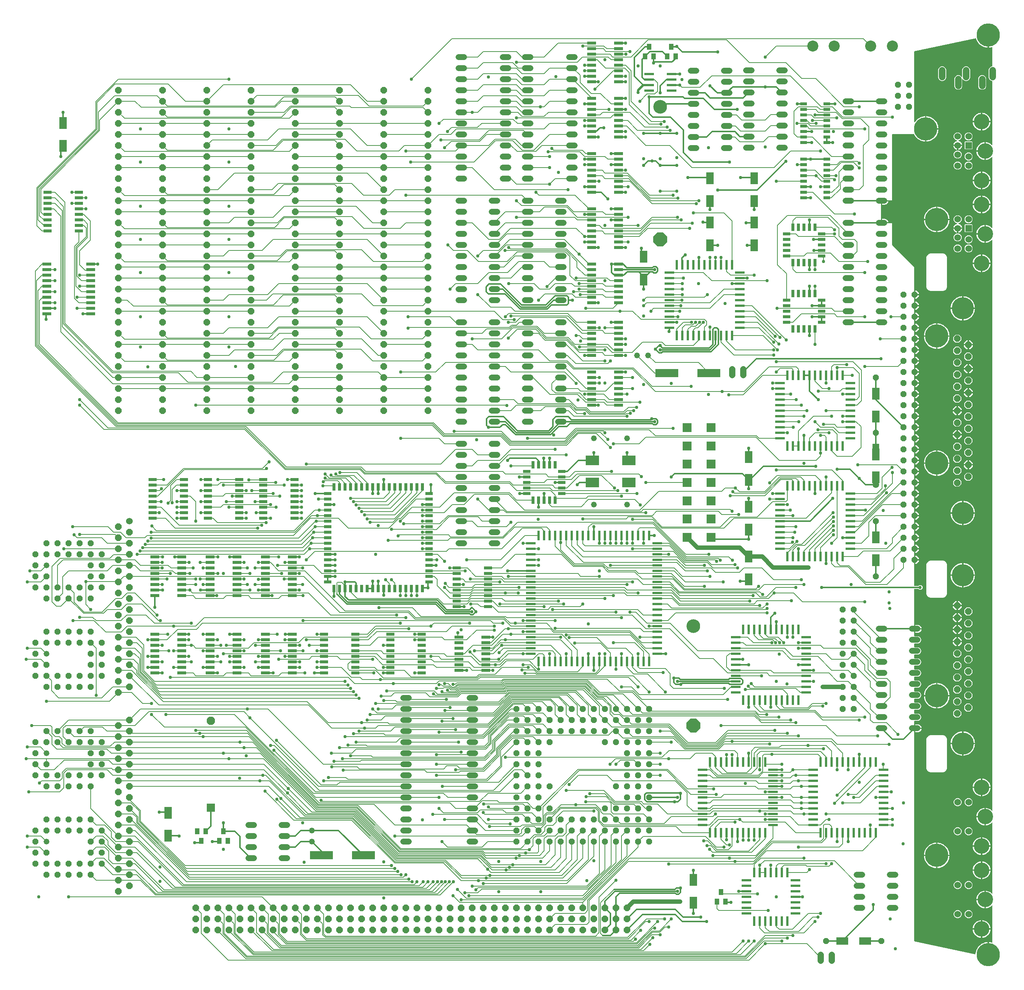
<source format=gtl>
G04 EAGLE Gerber RS-274X export*
G75*
%MOMM*%
%FSLAX34Y34*%
%LPD*%
%INTop Copper*%
%IPPOS*%
%AMOC8*
5,1,8,0,0,1.08239X$1,22.5*%
G01*
%ADD10P,1.649562X8X112.500000*%
%ADD11R,2.032000X0.660400*%
%ADD12C,1.524000*%
%ADD13R,1.910000X0.640000*%
%ADD14R,1.800000X0.760000*%
%ADD15R,0.760000X1.800000*%
%ADD16C,1.320800*%
%ADD17P,1.429621X8X202.500000*%
%ADD18C,1.320800*%
%ADD19R,0.600000X2.200000*%
%ADD20R,2.200000X0.600000*%
%ADD21P,1.539592X8X292.500000*%
%ADD22P,1.539592X8X112.500000*%
%ADD23R,1.000000X1.400000*%
%ADD24C,1.950000*%
%ADD25R,1.950000X1.950000*%
%ADD26P,1.649562X8X292.500000*%
%ADD27C,5.080000*%
%ADD28P,1.429621X8X22.500000*%
%ADD29P,1.429621X8X292.500000*%
%ADD30R,1.508000X1.508000*%
%ADD31C,1.508000*%
%ADD32P,1.429621X8X112.500000*%
%ADD33R,2.100000X2.100000*%
%ADD34R,1.524000X0.635000*%
%ADD35R,1.800000X2.750000*%
%ADD36C,3.149600*%
%ADD37P,3.409096X8X292.500000*%
%ADD38C,2.540000*%
%ADD39C,1.422400*%
%ADD40C,5.334000*%
%ADD41R,5.334000X1.930400*%
%ADD42R,2.750000X1.800000*%
%ADD43C,1.508000*%
%ADD44R,3.048000X2.184400*%
%ADD45C,3.556000*%
%ADD46R,1.524000X1.524000*%
%ADD47C,0.304800*%
%ADD48C,0.756400*%
%ADD49C,0.203200*%
%ADD50C,0.152400*%
%ADD51C,0.508000*%
%ADD52C,1.056400*%
%ADD53C,1.016000*%

G36*
X2227092Y57154D02*
X2227092Y57154D01*
X2227111Y57152D01*
X2227213Y57174D01*
X2227315Y57191D01*
X2227332Y57200D01*
X2227352Y57204D01*
X2227441Y57257D01*
X2227532Y57306D01*
X2227546Y57320D01*
X2227563Y57330D01*
X2227630Y57409D01*
X2227701Y57484D01*
X2227710Y57502D01*
X2227723Y57517D01*
X2227762Y57613D01*
X2227805Y57707D01*
X2227807Y57727D01*
X2227815Y57745D01*
X2227833Y57912D01*
X2227833Y86361D01*
X2227950Y86361D01*
X2231211Y85993D01*
X2234093Y85336D01*
X2234409Y85263D01*
X2234949Y85075D01*
X2234973Y85070D01*
X2234995Y85060D01*
X2235093Y85049D01*
X2235191Y85032D01*
X2235215Y85036D01*
X2235239Y85033D01*
X2235336Y85054D01*
X2235434Y85069D01*
X2235456Y85080D01*
X2235480Y85085D01*
X2235565Y85136D01*
X2235653Y85181D01*
X2235670Y85199D01*
X2235691Y85211D01*
X2235755Y85287D01*
X2235824Y85357D01*
X2235835Y85380D01*
X2235851Y85398D01*
X2235888Y85490D01*
X2235931Y85579D01*
X2235934Y85604D01*
X2235943Y85626D01*
X2235961Y85793D01*
X2235961Y170211D01*
X2235950Y170281D01*
X2235948Y170353D01*
X2235930Y170402D01*
X2235922Y170453D01*
X2235888Y170517D01*
X2235863Y170584D01*
X2235831Y170625D01*
X2235806Y170671D01*
X2235755Y170720D01*
X2235710Y170776D01*
X2235666Y170804D01*
X2235628Y170840D01*
X2235563Y170870D01*
X2235503Y170909D01*
X2235452Y170922D01*
X2235405Y170944D01*
X2235334Y170952D01*
X2235264Y170969D01*
X2235212Y170965D01*
X2235161Y170971D01*
X2235090Y170956D01*
X2235019Y170950D01*
X2234971Y170930D01*
X2234920Y170919D01*
X2234859Y170882D01*
X2234793Y170854D01*
X2234737Y170809D01*
X2234709Y170792D01*
X2234694Y170775D01*
X2234662Y170749D01*
X2232752Y168839D01*
X2230639Y167218D01*
X2228332Y165886D01*
X2225871Y164866D01*
X2223298Y164177D01*
X2220848Y163854D01*
X2220848Y183388D01*
X2220845Y183408D01*
X2220847Y183427D01*
X2220825Y183529D01*
X2220808Y183631D01*
X2220799Y183648D01*
X2220795Y183668D01*
X2220742Y183757D01*
X2220693Y183848D01*
X2220679Y183862D01*
X2220669Y183879D01*
X2220590Y183946D01*
X2220515Y184017D01*
X2220497Y184026D01*
X2220482Y184039D01*
X2220386Y184077D01*
X2220292Y184121D01*
X2220272Y184123D01*
X2220254Y184131D01*
X2220087Y184149D01*
X2219324Y184149D01*
X2219324Y184151D01*
X2220087Y184151D01*
X2220107Y184154D01*
X2220126Y184152D01*
X2220228Y184174D01*
X2220330Y184191D01*
X2220347Y184200D01*
X2220367Y184204D01*
X2220456Y184257D01*
X2220547Y184306D01*
X2220561Y184320D01*
X2220578Y184330D01*
X2220645Y184409D01*
X2220716Y184484D01*
X2220725Y184502D01*
X2220738Y184517D01*
X2220777Y184613D01*
X2220820Y184707D01*
X2220822Y184727D01*
X2220830Y184745D01*
X2220848Y184912D01*
X2220848Y204446D01*
X2223298Y204123D01*
X2225871Y203434D01*
X2228332Y202414D01*
X2230639Y201082D01*
X2232752Y199461D01*
X2234662Y197551D01*
X2234720Y197509D01*
X2234772Y197460D01*
X2234819Y197438D01*
X2234861Y197408D01*
X2234930Y197387D01*
X2234995Y197356D01*
X2235047Y197351D01*
X2235097Y197335D01*
X2235168Y197337D01*
X2235239Y197329D01*
X2235290Y197340D01*
X2235342Y197342D01*
X2235410Y197366D01*
X2235480Y197381D01*
X2235524Y197408D01*
X2235573Y197426D01*
X2235629Y197471D01*
X2235691Y197508D01*
X2235725Y197547D01*
X2235765Y197580D01*
X2235804Y197640D01*
X2235851Y197695D01*
X2235870Y197743D01*
X2235898Y197787D01*
X2235916Y197856D01*
X2235943Y197923D01*
X2235951Y197994D01*
X2235959Y198025D01*
X2235957Y198048D01*
X2235961Y198089D01*
X2235961Y360711D01*
X2235950Y360781D01*
X2235948Y360853D01*
X2235930Y360902D01*
X2235922Y360953D01*
X2235888Y361017D01*
X2235863Y361084D01*
X2235831Y361125D01*
X2235806Y361171D01*
X2235755Y361220D01*
X2235710Y361276D01*
X2235666Y361304D01*
X2235628Y361340D01*
X2235563Y361370D01*
X2235503Y361409D01*
X2235452Y361422D01*
X2235405Y361444D01*
X2235334Y361452D01*
X2235264Y361469D01*
X2235212Y361465D01*
X2235161Y361471D01*
X2235090Y361456D01*
X2235019Y361450D01*
X2234971Y361430D01*
X2234920Y361419D01*
X2234859Y361382D01*
X2234793Y361354D01*
X2234737Y361309D01*
X2234709Y361292D01*
X2234694Y361275D01*
X2234662Y361249D01*
X2232752Y359339D01*
X2230639Y357718D01*
X2228332Y356386D01*
X2225871Y355366D01*
X2223298Y354677D01*
X2220848Y354354D01*
X2220848Y373888D01*
X2220845Y373908D01*
X2220847Y373927D01*
X2220825Y374029D01*
X2220808Y374131D01*
X2220799Y374148D01*
X2220795Y374168D01*
X2220742Y374257D01*
X2220693Y374348D01*
X2220679Y374362D01*
X2220669Y374379D01*
X2220590Y374446D01*
X2220515Y374517D01*
X2220497Y374526D01*
X2220482Y374539D01*
X2220386Y374577D01*
X2220292Y374621D01*
X2220272Y374623D01*
X2220254Y374631D01*
X2220087Y374649D01*
X2219324Y374649D01*
X2219324Y374651D01*
X2220087Y374651D01*
X2220107Y374654D01*
X2220126Y374652D01*
X2220228Y374674D01*
X2220330Y374691D01*
X2220347Y374700D01*
X2220367Y374704D01*
X2220456Y374757D01*
X2220547Y374806D01*
X2220561Y374820D01*
X2220578Y374830D01*
X2220645Y374909D01*
X2220716Y374984D01*
X2220725Y375002D01*
X2220738Y375017D01*
X2220777Y375113D01*
X2220820Y375207D01*
X2220822Y375227D01*
X2220830Y375245D01*
X2220848Y375412D01*
X2220848Y394946D01*
X2223298Y394623D01*
X2225871Y393934D01*
X2228332Y392914D01*
X2230639Y391582D01*
X2232752Y389961D01*
X2234662Y388051D01*
X2234720Y388009D01*
X2234772Y387960D01*
X2234819Y387938D01*
X2234861Y387908D01*
X2234930Y387887D01*
X2234995Y387856D01*
X2235047Y387851D01*
X2235097Y387835D01*
X2235168Y387837D01*
X2235239Y387829D01*
X2235290Y387840D01*
X2235342Y387842D01*
X2235410Y387866D01*
X2235480Y387881D01*
X2235524Y387908D01*
X2235573Y387926D01*
X2235629Y387971D01*
X2235691Y388008D01*
X2235725Y388047D01*
X2235765Y388080D01*
X2235804Y388140D01*
X2235851Y388195D01*
X2235870Y388243D01*
X2235898Y388287D01*
X2235916Y388356D01*
X2235943Y388423D01*
X2235951Y388494D01*
X2235959Y388525D01*
X2235957Y388548D01*
X2235961Y388589D01*
X2235961Y1700561D01*
X2235950Y1700631D01*
X2235948Y1700703D01*
X2235930Y1700752D01*
X2235922Y1700803D01*
X2235888Y1700867D01*
X2235863Y1700934D01*
X2235831Y1700975D01*
X2235806Y1701021D01*
X2235755Y1701070D01*
X2235710Y1701126D01*
X2235666Y1701154D01*
X2235628Y1701190D01*
X2235563Y1701220D01*
X2235503Y1701259D01*
X2235452Y1701272D01*
X2235405Y1701294D01*
X2235334Y1701302D01*
X2235264Y1701319D01*
X2235212Y1701315D01*
X2235161Y1701321D01*
X2235090Y1701306D01*
X2235019Y1701300D01*
X2234971Y1701280D01*
X2234920Y1701269D01*
X2234859Y1701232D01*
X2234793Y1701204D01*
X2234737Y1701159D01*
X2234709Y1701142D01*
X2234694Y1701125D01*
X2234662Y1701099D01*
X2232752Y1699189D01*
X2230639Y1697568D01*
X2228332Y1696236D01*
X2225871Y1695216D01*
X2223298Y1694527D01*
X2220848Y1694204D01*
X2220848Y1713738D01*
X2220845Y1713758D01*
X2220847Y1713777D01*
X2220825Y1713879D01*
X2220808Y1713981D01*
X2220799Y1713998D01*
X2220795Y1714018D01*
X2220742Y1714107D01*
X2220693Y1714198D01*
X2220679Y1714212D01*
X2220669Y1714229D01*
X2220590Y1714296D01*
X2220515Y1714367D01*
X2220497Y1714376D01*
X2220482Y1714389D01*
X2220386Y1714427D01*
X2220292Y1714471D01*
X2220272Y1714473D01*
X2220254Y1714481D01*
X2220087Y1714499D01*
X2219324Y1714499D01*
X2219324Y1714501D01*
X2220087Y1714501D01*
X2220107Y1714504D01*
X2220126Y1714502D01*
X2220228Y1714524D01*
X2220330Y1714541D01*
X2220347Y1714550D01*
X2220367Y1714554D01*
X2220456Y1714607D01*
X2220547Y1714656D01*
X2220561Y1714670D01*
X2220578Y1714680D01*
X2220645Y1714759D01*
X2220716Y1714834D01*
X2220725Y1714852D01*
X2220738Y1714867D01*
X2220777Y1714963D01*
X2220820Y1715057D01*
X2220822Y1715077D01*
X2220830Y1715095D01*
X2220848Y1715262D01*
X2220848Y1734796D01*
X2223298Y1734473D01*
X2225871Y1733784D01*
X2228332Y1732764D01*
X2230639Y1731432D01*
X2232752Y1729811D01*
X2234662Y1727901D01*
X2234720Y1727859D01*
X2234772Y1727810D01*
X2234819Y1727788D01*
X2234861Y1727758D01*
X2234930Y1727737D01*
X2234995Y1727706D01*
X2235047Y1727701D01*
X2235097Y1727685D01*
X2235168Y1727687D01*
X2235239Y1727679D01*
X2235290Y1727690D01*
X2235342Y1727692D01*
X2235410Y1727716D01*
X2235480Y1727731D01*
X2235524Y1727758D01*
X2235573Y1727776D01*
X2235629Y1727821D01*
X2235691Y1727858D01*
X2235725Y1727897D01*
X2235765Y1727930D01*
X2235804Y1727990D01*
X2235851Y1728045D01*
X2235870Y1728093D01*
X2235898Y1728137D01*
X2235916Y1728206D01*
X2235943Y1728273D01*
X2235951Y1728344D01*
X2235959Y1728375D01*
X2235957Y1728398D01*
X2235961Y1728439D01*
X2235961Y1891061D01*
X2235950Y1891131D01*
X2235948Y1891203D01*
X2235930Y1891252D01*
X2235922Y1891303D01*
X2235888Y1891367D01*
X2235863Y1891434D01*
X2235831Y1891475D01*
X2235806Y1891521D01*
X2235755Y1891570D01*
X2235710Y1891626D01*
X2235666Y1891654D01*
X2235628Y1891690D01*
X2235563Y1891720D01*
X2235503Y1891759D01*
X2235452Y1891772D01*
X2235405Y1891794D01*
X2235334Y1891802D01*
X2235264Y1891819D01*
X2235212Y1891815D01*
X2235161Y1891821D01*
X2235090Y1891806D01*
X2235019Y1891800D01*
X2234971Y1891780D01*
X2234920Y1891769D01*
X2234859Y1891732D01*
X2234793Y1891704D01*
X2234737Y1891659D01*
X2234709Y1891642D01*
X2234694Y1891625D01*
X2234662Y1891599D01*
X2232752Y1889689D01*
X2230639Y1888068D01*
X2228332Y1886736D01*
X2225871Y1885716D01*
X2223298Y1885027D01*
X2220848Y1884704D01*
X2220848Y1904238D01*
X2220845Y1904258D01*
X2220847Y1904277D01*
X2220825Y1904379D01*
X2220808Y1904481D01*
X2220799Y1904498D01*
X2220795Y1904518D01*
X2220742Y1904607D01*
X2220693Y1904698D01*
X2220679Y1904712D01*
X2220669Y1904729D01*
X2220590Y1904796D01*
X2220515Y1904867D01*
X2220497Y1904876D01*
X2220482Y1904889D01*
X2220386Y1904927D01*
X2220292Y1904971D01*
X2220272Y1904973D01*
X2220254Y1904981D01*
X2220087Y1904999D01*
X2219324Y1904999D01*
X2219324Y1905001D01*
X2220087Y1905001D01*
X2220107Y1905004D01*
X2220126Y1905002D01*
X2220228Y1905024D01*
X2220330Y1905041D01*
X2220347Y1905050D01*
X2220367Y1905054D01*
X2220456Y1905107D01*
X2220547Y1905156D01*
X2220561Y1905170D01*
X2220578Y1905180D01*
X2220645Y1905259D01*
X2220716Y1905334D01*
X2220725Y1905352D01*
X2220738Y1905367D01*
X2220777Y1905463D01*
X2220820Y1905557D01*
X2220822Y1905577D01*
X2220830Y1905595D01*
X2220848Y1905762D01*
X2220848Y1925296D01*
X2223298Y1924973D01*
X2225871Y1924284D01*
X2228332Y1923264D01*
X2230639Y1921932D01*
X2232752Y1920311D01*
X2234662Y1918401D01*
X2234720Y1918359D01*
X2234772Y1918310D01*
X2234819Y1918288D01*
X2234861Y1918258D01*
X2234930Y1918237D01*
X2234995Y1918206D01*
X2235047Y1918201D01*
X2235097Y1918185D01*
X2235168Y1918187D01*
X2235239Y1918179D01*
X2235290Y1918190D01*
X2235342Y1918192D01*
X2235410Y1918216D01*
X2235480Y1918231D01*
X2235524Y1918258D01*
X2235573Y1918276D01*
X2235629Y1918321D01*
X2235691Y1918358D01*
X2235725Y1918397D01*
X2235765Y1918430D01*
X2235804Y1918490D01*
X2235851Y1918545D01*
X2235870Y1918593D01*
X2235898Y1918637D01*
X2235916Y1918706D01*
X2235943Y1918773D01*
X2235951Y1918844D01*
X2235959Y1918875D01*
X2235957Y1918898D01*
X2235961Y1918939D01*
X2235961Y2065434D01*
X2235958Y2065454D01*
X2235960Y2065473D01*
X2235938Y2065575D01*
X2235922Y2065677D01*
X2235912Y2065694D01*
X2235908Y2065714D01*
X2235855Y2065803D01*
X2235806Y2065894D01*
X2235792Y2065908D01*
X2235782Y2065925D01*
X2235703Y2065992D01*
X2235628Y2066064D01*
X2235610Y2066072D01*
X2235595Y2066085D01*
X2235499Y2066124D01*
X2235405Y2066167D01*
X2235385Y2066169D01*
X2235367Y2066177D01*
X2235200Y2066195D01*
X2234667Y2066195D01*
X2231335Y2067575D01*
X2228785Y2070125D01*
X2227405Y2073457D01*
X2227405Y2092143D01*
X2228785Y2095475D01*
X2231335Y2098025D01*
X2234667Y2099405D01*
X2235200Y2099405D01*
X2235220Y2099408D01*
X2235239Y2099406D01*
X2235341Y2099428D01*
X2235443Y2099444D01*
X2235460Y2099454D01*
X2235480Y2099458D01*
X2235569Y2099511D01*
X2235660Y2099560D01*
X2235674Y2099574D01*
X2235691Y2099584D01*
X2235758Y2099663D01*
X2235830Y2099738D01*
X2235838Y2099756D01*
X2235851Y2099771D01*
X2235890Y2099867D01*
X2235933Y2099961D01*
X2235935Y2099981D01*
X2235943Y2099999D01*
X2235961Y2100166D01*
X2235961Y2143057D01*
X2235957Y2143081D01*
X2235960Y2143106D01*
X2235937Y2143202D01*
X2235922Y2143300D01*
X2235910Y2143321D01*
X2235905Y2143345D01*
X2235853Y2143430D01*
X2235806Y2143517D01*
X2235789Y2143534D01*
X2235776Y2143555D01*
X2235700Y2143618D01*
X2235628Y2143686D01*
X2235606Y2143697D01*
X2235587Y2143712D01*
X2235495Y2143748D01*
X2235405Y2143790D01*
X2235381Y2143793D01*
X2235358Y2143802D01*
X2235259Y2143806D01*
X2235161Y2143817D01*
X2235137Y2143812D01*
X2235112Y2143813D01*
X2234949Y2143775D01*
X2234409Y2143587D01*
X2231211Y2142857D01*
X2227950Y2142489D01*
X2227833Y2142489D01*
X2227833Y2169958D01*
X2227817Y2170057D01*
X2227807Y2170156D01*
X2227797Y2170178D01*
X2227793Y2170201D01*
X2227747Y2170289D01*
X2227706Y2170380D01*
X2227689Y2170398D01*
X2227678Y2170418D01*
X2227606Y2170487D01*
X2227538Y2170560D01*
X2227517Y2170572D01*
X2227500Y2170588D01*
X2227410Y2170630D01*
X2227322Y2170677D01*
X2227298Y2170681D01*
X2227277Y2170691D01*
X2227178Y2170702D01*
X2227079Y2170719D01*
X2227050Y2170717D01*
X2227032Y2170718D01*
X2227000Y2170711D01*
X2226912Y2170703D01*
X2225389Y2170376D01*
X2225330Y2170353D01*
X2225268Y2170340D01*
X2225216Y2170308D01*
X2225159Y2170286D01*
X2225111Y2170246D01*
X2225057Y2170213D01*
X2225018Y2170167D01*
X2224971Y2170128D01*
X2224938Y2170074D01*
X2224897Y2170027D01*
X2224874Y2169970D01*
X2224843Y2169918D01*
X2224829Y2169857D01*
X2224822Y2169839D01*
X2224815Y2169825D01*
X2224815Y2169822D01*
X2224805Y2169798D01*
X2224796Y2169711D01*
X2224788Y2169679D01*
X2224790Y2169661D01*
X2224787Y2169632D01*
X2224787Y2142489D01*
X2224670Y2142489D01*
X2221409Y2142857D01*
X2220968Y2142957D01*
X2218211Y2143587D01*
X2215114Y2144670D01*
X2212158Y2146094D01*
X2209380Y2147839D01*
X2206815Y2149885D01*
X2204495Y2152205D01*
X2202449Y2154770D01*
X2200704Y2157548D01*
X2199280Y2160504D01*
X2198197Y2163601D01*
X2198157Y2163773D01*
X2198152Y2163786D01*
X2198150Y2163801D01*
X2198106Y2163900D01*
X2198065Y2164000D01*
X2198055Y2164012D01*
X2198049Y2164025D01*
X2197975Y2164105D01*
X2197904Y2164187D01*
X2197891Y2164194D01*
X2197881Y2164205D01*
X2197786Y2164257D01*
X2197693Y2164312D01*
X2197678Y2164315D01*
X2197665Y2164322D01*
X2197558Y2164341D01*
X2197452Y2164364D01*
X2197437Y2164362D01*
X2197423Y2164364D01*
X2197256Y2164348D01*
X2057241Y2134344D01*
X2057182Y2134321D01*
X2057120Y2134308D01*
X2057068Y2134277D01*
X2057011Y2134255D01*
X2056963Y2134214D01*
X2056909Y2134182D01*
X2056870Y2134136D01*
X2056823Y2134097D01*
X2056790Y2134043D01*
X2056749Y2133995D01*
X2056726Y2133939D01*
X2056695Y2133887D01*
X2056681Y2133825D01*
X2056657Y2133767D01*
X2056648Y2133679D01*
X2056640Y2133647D01*
X2056642Y2133629D01*
X2056639Y2133600D01*
X2056639Y1971711D01*
X2056644Y1971678D01*
X2056642Y1971644D01*
X2056664Y1971557D01*
X2056679Y1971468D01*
X2056694Y1971439D01*
X2056703Y1971406D01*
X2056752Y1971330D01*
X2056794Y1971251D01*
X2056818Y1971228D01*
X2056836Y1971199D01*
X2056907Y1971143D01*
X2056972Y1971082D01*
X2057003Y1971067D01*
X2057029Y1971046D01*
X2057114Y1971016D01*
X2057195Y1970978D01*
X2057229Y1970974D01*
X2057260Y1970963D01*
X2057350Y1970961D01*
X2057439Y1970951D01*
X2057472Y1970958D01*
X2057506Y1970957D01*
X2057592Y1970984D01*
X2057680Y1971003D01*
X2057709Y1971020D01*
X2057741Y1971030D01*
X2057814Y1971083D01*
X2057891Y1971129D01*
X2057913Y1971155D01*
X2057940Y1971175D01*
X2058045Y1971306D01*
X2058939Y1972730D01*
X2060985Y1975295D01*
X2063305Y1977615D01*
X2065870Y1979661D01*
X2068648Y1981406D01*
X2071604Y1982830D01*
X2074701Y1983913D01*
X2077899Y1984643D01*
X2081160Y1985011D01*
X2081277Y1985011D01*
X2081277Y1956562D01*
X2081280Y1956542D01*
X2081278Y1956523D01*
X2081300Y1956421D01*
X2081317Y1956319D01*
X2081326Y1956302D01*
X2081330Y1956282D01*
X2081383Y1956193D01*
X2081432Y1956102D01*
X2081446Y1956088D01*
X2081456Y1956071D01*
X2081535Y1956004D01*
X2081610Y1955933D01*
X2081628Y1955924D01*
X2081643Y1955911D01*
X2081739Y1955873D01*
X2081833Y1955829D01*
X2081853Y1955827D01*
X2081871Y1955819D01*
X2082038Y1955801D01*
X2082801Y1955801D01*
X2082801Y1955799D01*
X2082038Y1955799D01*
X2082018Y1955796D01*
X2081999Y1955798D01*
X2081897Y1955776D01*
X2081795Y1955759D01*
X2081778Y1955750D01*
X2081758Y1955746D01*
X2081669Y1955693D01*
X2081578Y1955644D01*
X2081564Y1955630D01*
X2081547Y1955620D01*
X2081480Y1955541D01*
X2081409Y1955466D01*
X2081400Y1955448D01*
X2081387Y1955433D01*
X2081348Y1955337D01*
X2081305Y1955243D01*
X2081303Y1955223D01*
X2081295Y1955205D01*
X2081277Y1955038D01*
X2081277Y1926589D01*
X2081160Y1926589D01*
X2077899Y1926957D01*
X2075415Y1927524D01*
X2074701Y1927687D01*
X2071604Y1928770D01*
X2068648Y1930194D01*
X2065870Y1931939D01*
X2063305Y1933985D01*
X2060985Y1936305D01*
X2058939Y1938870D01*
X2057194Y1941648D01*
X2056335Y1943430D01*
X2056280Y1943509D01*
X2056231Y1943591D01*
X2056210Y1943609D01*
X2056194Y1943632D01*
X2056117Y1943689D01*
X2056044Y1943751D01*
X2056019Y1943761D01*
X2055996Y1943778D01*
X2055905Y1943807D01*
X2055816Y1943843D01*
X2055782Y1943847D01*
X2055762Y1943853D01*
X2055729Y1943852D01*
X2055650Y1943861D01*
X2006600Y1943861D01*
X2006580Y1943858D01*
X2006561Y1943860D01*
X2006459Y1943838D01*
X2006357Y1943822D01*
X2006340Y1943812D01*
X2006320Y1943808D01*
X2006231Y1943755D01*
X2006140Y1943706D01*
X2006126Y1943692D01*
X2006109Y1943682D01*
X2006042Y1943603D01*
X2005971Y1943528D01*
X2005962Y1943510D01*
X2005949Y1943495D01*
X2005910Y1943399D01*
X2005867Y1943305D01*
X2005865Y1943285D01*
X2005857Y1943267D01*
X2005839Y1943100D01*
X2005839Y1791461D01*
X1981962Y1791461D01*
X1981942Y1791458D01*
X1981923Y1791460D01*
X1981821Y1791438D01*
X1981719Y1791422D01*
X1981702Y1791412D01*
X1981682Y1791408D01*
X1981593Y1791355D01*
X1981502Y1791306D01*
X1981488Y1791292D01*
X1981471Y1791282D01*
X1981404Y1791203D01*
X1981333Y1791128D01*
X1981324Y1791110D01*
X1981311Y1791095D01*
X1981272Y1790999D01*
X1981229Y1790905D01*
X1981227Y1790885D01*
X1981219Y1790867D01*
X1981201Y1790700D01*
X1981201Y1790699D01*
X1981200Y1790699D01*
X1981180Y1790696D01*
X1981161Y1790698D01*
X1981059Y1790676D01*
X1980957Y1790659D01*
X1980940Y1790650D01*
X1980920Y1790646D01*
X1980831Y1790593D01*
X1980740Y1790544D01*
X1980726Y1790530D01*
X1980709Y1790520D01*
X1980642Y1790441D01*
X1980571Y1790366D01*
X1980562Y1790348D01*
X1980549Y1790333D01*
X1980510Y1790237D01*
X1980467Y1790143D01*
X1980465Y1790123D01*
X1980457Y1790105D01*
X1980439Y1789938D01*
X1980439Y1740662D01*
X1980442Y1740642D01*
X1980440Y1740623D01*
X1980462Y1740521D01*
X1980479Y1740419D01*
X1980488Y1740402D01*
X1980492Y1740382D01*
X1980545Y1740293D01*
X1980594Y1740202D01*
X1980608Y1740188D01*
X1980618Y1740171D01*
X1980697Y1740104D01*
X1980772Y1740033D01*
X1980790Y1740024D01*
X1980805Y1740011D01*
X1980901Y1739973D01*
X1980995Y1739929D01*
X1981015Y1739927D01*
X1981033Y1739919D01*
X1981200Y1739901D01*
X1981201Y1739901D01*
X1981201Y1739900D01*
X1981204Y1739880D01*
X1981202Y1739861D01*
X1981224Y1739759D01*
X1981241Y1739657D01*
X1981250Y1739640D01*
X1981254Y1739620D01*
X1981307Y1739531D01*
X1981356Y1739440D01*
X1981370Y1739426D01*
X1981380Y1739409D01*
X1981459Y1739342D01*
X1981534Y1739271D01*
X1981552Y1739262D01*
X1981567Y1739249D01*
X1981663Y1739210D01*
X1981757Y1739167D01*
X1981777Y1739165D01*
X1981795Y1739157D01*
X1981962Y1739139D01*
X2005839Y1739139D01*
X2005839Y1689100D01*
X2005854Y1689010D01*
X2005861Y1688919D01*
X2005873Y1688889D01*
X2005879Y1688857D01*
X2005921Y1688777D01*
X2005957Y1688693D01*
X2005983Y1688661D01*
X2005994Y1688640D01*
X2006017Y1688618D01*
X2006062Y1688562D01*
X2056639Y1637985D01*
X2056639Y1575562D01*
X2056642Y1575542D01*
X2056640Y1575523D01*
X2056662Y1575421D01*
X2056679Y1575319D01*
X2056688Y1575302D01*
X2056692Y1575282D01*
X2056745Y1575193D01*
X2056794Y1575102D01*
X2056808Y1575088D01*
X2056818Y1575071D01*
X2056897Y1575004D01*
X2056972Y1574933D01*
X2056990Y1574924D01*
X2057005Y1574911D01*
X2057101Y1574873D01*
X2057195Y1574829D01*
X2057215Y1574827D01*
X2057233Y1574819D01*
X2057400Y1574801D01*
X2057401Y1574801D01*
X2057401Y1574799D01*
X2057400Y1574799D01*
X2057380Y1574796D01*
X2057361Y1574798D01*
X2057259Y1574776D01*
X2057157Y1574759D01*
X2057140Y1574750D01*
X2057120Y1574746D01*
X2057031Y1574693D01*
X2056940Y1574644D01*
X2056926Y1574630D01*
X2056909Y1574620D01*
X2056842Y1574541D01*
X2056771Y1574466D01*
X2056762Y1574448D01*
X2056749Y1574433D01*
X2056710Y1574337D01*
X2056667Y1574243D01*
X2056665Y1574223D01*
X2056657Y1574205D01*
X2056639Y1574038D01*
X2056639Y1550162D01*
X2056642Y1550142D01*
X2056640Y1550123D01*
X2056662Y1550021D01*
X2056679Y1549919D01*
X2056688Y1549902D01*
X2056692Y1549882D01*
X2056745Y1549793D01*
X2056794Y1549702D01*
X2056808Y1549688D01*
X2056818Y1549671D01*
X2056897Y1549604D01*
X2056972Y1549533D01*
X2056990Y1549524D01*
X2057005Y1549511D01*
X2057101Y1549473D01*
X2057195Y1549429D01*
X2057215Y1549427D01*
X2057233Y1549419D01*
X2057400Y1549401D01*
X2057401Y1549401D01*
X2057401Y1549399D01*
X2057400Y1549399D01*
X2057380Y1549396D01*
X2057361Y1549398D01*
X2057259Y1549376D01*
X2057157Y1549359D01*
X2057140Y1549350D01*
X2057120Y1549346D01*
X2057031Y1549293D01*
X2056940Y1549244D01*
X2056926Y1549230D01*
X2056909Y1549220D01*
X2056842Y1549141D01*
X2056771Y1549066D01*
X2056762Y1549048D01*
X2056749Y1549033D01*
X2056710Y1548937D01*
X2056667Y1548843D01*
X2056665Y1548823D01*
X2056657Y1548805D01*
X2056639Y1548638D01*
X2056639Y1524762D01*
X2056642Y1524742D01*
X2056640Y1524723D01*
X2056662Y1524621D01*
X2056679Y1524519D01*
X2056688Y1524502D01*
X2056692Y1524482D01*
X2056745Y1524393D01*
X2056794Y1524302D01*
X2056808Y1524288D01*
X2056818Y1524271D01*
X2056897Y1524204D01*
X2056972Y1524133D01*
X2056990Y1524124D01*
X2057005Y1524111D01*
X2057101Y1524073D01*
X2057195Y1524029D01*
X2057215Y1524027D01*
X2057233Y1524019D01*
X2057400Y1524001D01*
X2057401Y1524001D01*
X2057401Y1523999D01*
X2057400Y1523999D01*
X2057380Y1523996D01*
X2057361Y1523998D01*
X2057259Y1523976D01*
X2057157Y1523959D01*
X2057140Y1523950D01*
X2057120Y1523946D01*
X2057031Y1523893D01*
X2056940Y1523844D01*
X2056926Y1523830D01*
X2056909Y1523820D01*
X2056842Y1523741D01*
X2056771Y1523666D01*
X2056762Y1523648D01*
X2056749Y1523633D01*
X2056710Y1523537D01*
X2056667Y1523443D01*
X2056665Y1523423D01*
X2056657Y1523405D01*
X2056639Y1523238D01*
X2056639Y1499362D01*
X2056642Y1499342D01*
X2056640Y1499323D01*
X2056662Y1499221D01*
X2056679Y1499119D01*
X2056688Y1499102D01*
X2056692Y1499082D01*
X2056745Y1498993D01*
X2056794Y1498902D01*
X2056808Y1498888D01*
X2056818Y1498871D01*
X2056897Y1498804D01*
X2056972Y1498733D01*
X2056990Y1498724D01*
X2057005Y1498711D01*
X2057101Y1498673D01*
X2057195Y1498629D01*
X2057215Y1498627D01*
X2057233Y1498619D01*
X2057400Y1498601D01*
X2057401Y1498601D01*
X2057401Y1498599D01*
X2057400Y1498599D01*
X2057380Y1498596D01*
X2057361Y1498598D01*
X2057259Y1498576D01*
X2057157Y1498559D01*
X2057140Y1498550D01*
X2057120Y1498546D01*
X2057031Y1498493D01*
X2056940Y1498444D01*
X2056926Y1498430D01*
X2056909Y1498420D01*
X2056842Y1498341D01*
X2056771Y1498266D01*
X2056762Y1498248D01*
X2056749Y1498233D01*
X2056710Y1498137D01*
X2056667Y1498043D01*
X2056665Y1498023D01*
X2056657Y1498005D01*
X2056639Y1497838D01*
X2056639Y1473962D01*
X2056642Y1473942D01*
X2056640Y1473923D01*
X2056662Y1473821D01*
X2056679Y1473719D01*
X2056688Y1473702D01*
X2056692Y1473682D01*
X2056745Y1473593D01*
X2056794Y1473502D01*
X2056808Y1473488D01*
X2056818Y1473471D01*
X2056897Y1473404D01*
X2056972Y1473333D01*
X2056990Y1473324D01*
X2057005Y1473311D01*
X2057101Y1473273D01*
X2057195Y1473229D01*
X2057215Y1473227D01*
X2057233Y1473219D01*
X2057400Y1473201D01*
X2057401Y1473201D01*
X2057401Y1473199D01*
X2057400Y1473199D01*
X2057380Y1473196D01*
X2057361Y1473198D01*
X2057259Y1473176D01*
X2057157Y1473159D01*
X2057140Y1473150D01*
X2057120Y1473146D01*
X2057031Y1473093D01*
X2056940Y1473044D01*
X2056926Y1473030D01*
X2056909Y1473020D01*
X2056842Y1472941D01*
X2056771Y1472866D01*
X2056762Y1472848D01*
X2056749Y1472833D01*
X2056710Y1472737D01*
X2056667Y1472643D01*
X2056665Y1472623D01*
X2056657Y1472605D01*
X2056639Y1472438D01*
X2056639Y1448562D01*
X2056642Y1448542D01*
X2056640Y1448523D01*
X2056662Y1448421D01*
X2056679Y1448319D01*
X2056688Y1448302D01*
X2056692Y1448282D01*
X2056745Y1448193D01*
X2056794Y1448102D01*
X2056808Y1448088D01*
X2056818Y1448071D01*
X2056897Y1448004D01*
X2056972Y1447933D01*
X2056990Y1447924D01*
X2057005Y1447911D01*
X2057101Y1447873D01*
X2057195Y1447829D01*
X2057215Y1447827D01*
X2057233Y1447819D01*
X2057400Y1447801D01*
X2057401Y1447801D01*
X2057401Y1447799D01*
X2057400Y1447799D01*
X2057380Y1447796D01*
X2057361Y1447798D01*
X2057259Y1447776D01*
X2057157Y1447759D01*
X2057140Y1447750D01*
X2057120Y1447746D01*
X2057031Y1447693D01*
X2056940Y1447644D01*
X2056926Y1447630D01*
X2056909Y1447620D01*
X2056842Y1447541D01*
X2056771Y1447466D01*
X2056762Y1447448D01*
X2056749Y1447433D01*
X2056710Y1447337D01*
X2056667Y1447243D01*
X2056665Y1447223D01*
X2056657Y1447205D01*
X2056639Y1447038D01*
X2056639Y1423162D01*
X2056642Y1423142D01*
X2056640Y1423123D01*
X2056662Y1423021D01*
X2056679Y1422919D01*
X2056688Y1422902D01*
X2056692Y1422882D01*
X2056745Y1422793D01*
X2056794Y1422702D01*
X2056808Y1422688D01*
X2056818Y1422671D01*
X2056897Y1422604D01*
X2056972Y1422533D01*
X2056990Y1422524D01*
X2057005Y1422511D01*
X2057101Y1422473D01*
X2057195Y1422429D01*
X2057215Y1422427D01*
X2057233Y1422419D01*
X2057400Y1422401D01*
X2057401Y1422401D01*
X2057401Y1422399D01*
X2057400Y1422399D01*
X2057380Y1422396D01*
X2057361Y1422398D01*
X2057259Y1422376D01*
X2057157Y1422359D01*
X2057140Y1422350D01*
X2057120Y1422346D01*
X2057031Y1422293D01*
X2056940Y1422244D01*
X2056926Y1422230D01*
X2056909Y1422220D01*
X2056842Y1422141D01*
X2056771Y1422066D01*
X2056762Y1422048D01*
X2056749Y1422033D01*
X2056710Y1421937D01*
X2056667Y1421843D01*
X2056665Y1421823D01*
X2056657Y1421805D01*
X2056639Y1421638D01*
X2056639Y1397762D01*
X2056642Y1397742D01*
X2056640Y1397723D01*
X2056662Y1397621D01*
X2056679Y1397519D01*
X2056688Y1397502D01*
X2056692Y1397482D01*
X2056745Y1397393D01*
X2056794Y1397302D01*
X2056808Y1397288D01*
X2056818Y1397271D01*
X2056897Y1397204D01*
X2056972Y1397133D01*
X2056990Y1397124D01*
X2057005Y1397111D01*
X2057101Y1397073D01*
X2057195Y1397029D01*
X2057215Y1397027D01*
X2057233Y1397019D01*
X2057400Y1397001D01*
X2057401Y1397001D01*
X2057401Y1396999D01*
X2057400Y1396999D01*
X2057380Y1396996D01*
X2057361Y1396998D01*
X2057259Y1396976D01*
X2057157Y1396959D01*
X2057140Y1396950D01*
X2057120Y1396946D01*
X2057031Y1396893D01*
X2056940Y1396844D01*
X2056926Y1396830D01*
X2056909Y1396820D01*
X2056842Y1396741D01*
X2056771Y1396666D01*
X2056762Y1396648D01*
X2056749Y1396633D01*
X2056710Y1396537D01*
X2056667Y1396443D01*
X2056665Y1396423D01*
X2056657Y1396405D01*
X2056639Y1396238D01*
X2056639Y1372362D01*
X2056642Y1372342D01*
X2056640Y1372323D01*
X2056662Y1372221D01*
X2056679Y1372119D01*
X2056688Y1372102D01*
X2056692Y1372082D01*
X2056745Y1371993D01*
X2056794Y1371902D01*
X2056808Y1371888D01*
X2056818Y1371871D01*
X2056897Y1371804D01*
X2056972Y1371733D01*
X2056990Y1371724D01*
X2057005Y1371711D01*
X2057101Y1371673D01*
X2057195Y1371629D01*
X2057215Y1371627D01*
X2057233Y1371619D01*
X2057400Y1371601D01*
X2057401Y1371601D01*
X2057401Y1371599D01*
X2057400Y1371599D01*
X2057380Y1371596D01*
X2057361Y1371598D01*
X2057259Y1371576D01*
X2057157Y1371559D01*
X2057140Y1371550D01*
X2057120Y1371546D01*
X2057031Y1371493D01*
X2056940Y1371444D01*
X2056926Y1371430D01*
X2056909Y1371420D01*
X2056842Y1371341D01*
X2056771Y1371266D01*
X2056762Y1371248D01*
X2056749Y1371233D01*
X2056710Y1371137D01*
X2056667Y1371043D01*
X2056665Y1371023D01*
X2056657Y1371005D01*
X2056639Y1370838D01*
X2056639Y1346962D01*
X2056642Y1346942D01*
X2056640Y1346923D01*
X2056662Y1346821D01*
X2056679Y1346719D01*
X2056688Y1346702D01*
X2056692Y1346682D01*
X2056745Y1346593D01*
X2056794Y1346502D01*
X2056808Y1346488D01*
X2056818Y1346471D01*
X2056897Y1346404D01*
X2056972Y1346333D01*
X2056990Y1346324D01*
X2057005Y1346311D01*
X2057101Y1346273D01*
X2057195Y1346229D01*
X2057215Y1346227D01*
X2057233Y1346219D01*
X2057400Y1346201D01*
X2057401Y1346201D01*
X2057401Y1346199D01*
X2057400Y1346199D01*
X2057380Y1346196D01*
X2057361Y1346198D01*
X2057259Y1346176D01*
X2057157Y1346159D01*
X2057140Y1346150D01*
X2057120Y1346146D01*
X2057031Y1346093D01*
X2056940Y1346044D01*
X2056926Y1346030D01*
X2056909Y1346020D01*
X2056842Y1345941D01*
X2056771Y1345866D01*
X2056762Y1345848D01*
X2056749Y1345833D01*
X2056710Y1345737D01*
X2056667Y1345643D01*
X2056665Y1345623D01*
X2056657Y1345605D01*
X2056639Y1345438D01*
X2056639Y1321562D01*
X2056640Y1321553D01*
X2056640Y1321548D01*
X2056642Y1321539D01*
X2056640Y1321523D01*
X2056662Y1321421D01*
X2056679Y1321319D01*
X2056688Y1321302D01*
X2056692Y1321282D01*
X2056745Y1321193D01*
X2056794Y1321102D01*
X2056808Y1321088D01*
X2056818Y1321071D01*
X2056897Y1321004D01*
X2056972Y1320933D01*
X2056990Y1320924D01*
X2057005Y1320911D01*
X2057101Y1320873D01*
X2057195Y1320829D01*
X2057215Y1320827D01*
X2057233Y1320819D01*
X2057400Y1320801D01*
X2057401Y1320801D01*
X2057401Y1320799D01*
X2057400Y1320799D01*
X2057380Y1320796D01*
X2057361Y1320798D01*
X2057259Y1320776D01*
X2057157Y1320759D01*
X2057140Y1320750D01*
X2057120Y1320746D01*
X2057031Y1320693D01*
X2056940Y1320644D01*
X2056926Y1320630D01*
X2056909Y1320620D01*
X2056842Y1320541D01*
X2056771Y1320466D01*
X2056762Y1320448D01*
X2056749Y1320433D01*
X2056710Y1320337D01*
X2056667Y1320243D01*
X2056665Y1320223D01*
X2056657Y1320205D01*
X2056639Y1320038D01*
X2056639Y1296162D01*
X2056642Y1296142D01*
X2056640Y1296123D01*
X2056662Y1296021D01*
X2056679Y1295919D01*
X2056688Y1295902D01*
X2056692Y1295882D01*
X2056745Y1295793D01*
X2056794Y1295702D01*
X2056808Y1295688D01*
X2056818Y1295671D01*
X2056897Y1295604D01*
X2056972Y1295533D01*
X2056990Y1295524D01*
X2057005Y1295511D01*
X2057101Y1295473D01*
X2057195Y1295429D01*
X2057215Y1295427D01*
X2057233Y1295419D01*
X2057400Y1295401D01*
X2057401Y1295401D01*
X2057401Y1295399D01*
X2057400Y1295399D01*
X2057380Y1295396D01*
X2057361Y1295398D01*
X2057259Y1295376D01*
X2057157Y1295359D01*
X2057140Y1295350D01*
X2057120Y1295346D01*
X2057031Y1295293D01*
X2056940Y1295244D01*
X2056926Y1295230D01*
X2056909Y1295220D01*
X2056842Y1295141D01*
X2056771Y1295066D01*
X2056762Y1295048D01*
X2056749Y1295033D01*
X2056710Y1294937D01*
X2056667Y1294843D01*
X2056665Y1294823D01*
X2056657Y1294805D01*
X2056639Y1294638D01*
X2056639Y1270762D01*
X2056642Y1270742D01*
X2056640Y1270723D01*
X2056662Y1270621D01*
X2056679Y1270519D01*
X2056688Y1270502D01*
X2056692Y1270482D01*
X2056745Y1270393D01*
X2056794Y1270302D01*
X2056808Y1270288D01*
X2056818Y1270271D01*
X2056897Y1270204D01*
X2056972Y1270133D01*
X2056990Y1270124D01*
X2057005Y1270111D01*
X2057101Y1270073D01*
X2057195Y1270029D01*
X2057215Y1270027D01*
X2057233Y1270019D01*
X2057400Y1270001D01*
X2057401Y1270001D01*
X2057401Y1269999D01*
X2057400Y1269999D01*
X2057380Y1269996D01*
X2057361Y1269998D01*
X2057259Y1269976D01*
X2057157Y1269959D01*
X2057140Y1269950D01*
X2057120Y1269946D01*
X2057031Y1269893D01*
X2056940Y1269844D01*
X2056926Y1269830D01*
X2056909Y1269820D01*
X2056842Y1269741D01*
X2056771Y1269666D01*
X2056762Y1269648D01*
X2056749Y1269633D01*
X2056710Y1269537D01*
X2056667Y1269443D01*
X2056665Y1269423D01*
X2056657Y1269405D01*
X2056639Y1269238D01*
X2056639Y1245362D01*
X2056642Y1245342D01*
X2056640Y1245323D01*
X2056662Y1245221D01*
X2056679Y1245119D01*
X2056688Y1245102D01*
X2056692Y1245082D01*
X2056745Y1244993D01*
X2056794Y1244902D01*
X2056808Y1244888D01*
X2056818Y1244871D01*
X2056897Y1244804D01*
X2056972Y1244733D01*
X2056990Y1244724D01*
X2057005Y1244711D01*
X2057101Y1244673D01*
X2057195Y1244629D01*
X2057215Y1244627D01*
X2057233Y1244619D01*
X2057400Y1244601D01*
X2057401Y1244601D01*
X2057401Y1244599D01*
X2057400Y1244599D01*
X2057380Y1244596D01*
X2057361Y1244598D01*
X2057259Y1244576D01*
X2057157Y1244559D01*
X2057140Y1244550D01*
X2057120Y1244546D01*
X2057031Y1244493D01*
X2056940Y1244444D01*
X2056926Y1244430D01*
X2056909Y1244420D01*
X2056842Y1244341D01*
X2056771Y1244266D01*
X2056762Y1244248D01*
X2056749Y1244233D01*
X2056710Y1244137D01*
X2056667Y1244043D01*
X2056665Y1244023D01*
X2056657Y1244005D01*
X2056639Y1243838D01*
X2056639Y1219962D01*
X2056642Y1219942D01*
X2056640Y1219923D01*
X2056662Y1219821D01*
X2056679Y1219719D01*
X2056688Y1219702D01*
X2056692Y1219682D01*
X2056745Y1219593D01*
X2056794Y1219502D01*
X2056808Y1219488D01*
X2056818Y1219471D01*
X2056897Y1219404D01*
X2056972Y1219333D01*
X2056990Y1219324D01*
X2057005Y1219311D01*
X2057101Y1219273D01*
X2057195Y1219229D01*
X2057215Y1219227D01*
X2057233Y1219219D01*
X2057400Y1219201D01*
X2057401Y1219201D01*
X2057401Y1219199D01*
X2057400Y1219199D01*
X2057380Y1219196D01*
X2057361Y1219198D01*
X2057259Y1219176D01*
X2057157Y1219159D01*
X2057140Y1219150D01*
X2057120Y1219146D01*
X2057031Y1219093D01*
X2056940Y1219044D01*
X2056926Y1219030D01*
X2056909Y1219020D01*
X2056842Y1218941D01*
X2056771Y1218866D01*
X2056762Y1218848D01*
X2056749Y1218833D01*
X2056710Y1218737D01*
X2056667Y1218643D01*
X2056665Y1218623D01*
X2056657Y1218605D01*
X2056639Y1218438D01*
X2056639Y1194562D01*
X2056642Y1194542D01*
X2056640Y1194523D01*
X2056662Y1194421D01*
X2056679Y1194319D01*
X2056688Y1194302D01*
X2056692Y1194282D01*
X2056745Y1194193D01*
X2056794Y1194102D01*
X2056808Y1194088D01*
X2056818Y1194071D01*
X2056897Y1194004D01*
X2056972Y1193933D01*
X2056990Y1193924D01*
X2057005Y1193911D01*
X2057101Y1193873D01*
X2057195Y1193829D01*
X2057215Y1193827D01*
X2057233Y1193819D01*
X2057400Y1193801D01*
X2057401Y1193801D01*
X2057401Y1193799D01*
X2057400Y1193799D01*
X2057380Y1193796D01*
X2057361Y1193798D01*
X2057259Y1193776D01*
X2057157Y1193759D01*
X2057140Y1193750D01*
X2057120Y1193746D01*
X2057031Y1193693D01*
X2056940Y1193644D01*
X2056926Y1193630D01*
X2056909Y1193620D01*
X2056842Y1193541D01*
X2056771Y1193466D01*
X2056762Y1193448D01*
X2056749Y1193433D01*
X2056710Y1193337D01*
X2056667Y1193243D01*
X2056665Y1193223D01*
X2056657Y1193205D01*
X2056639Y1193038D01*
X2056639Y1169162D01*
X2056642Y1169142D01*
X2056640Y1169123D01*
X2056662Y1169021D01*
X2056679Y1168919D01*
X2056688Y1168902D01*
X2056692Y1168882D01*
X2056745Y1168793D01*
X2056794Y1168702D01*
X2056808Y1168688D01*
X2056818Y1168671D01*
X2056897Y1168604D01*
X2056972Y1168533D01*
X2056990Y1168524D01*
X2057005Y1168511D01*
X2057101Y1168473D01*
X2057195Y1168429D01*
X2057215Y1168427D01*
X2057233Y1168419D01*
X2057400Y1168401D01*
X2057401Y1168401D01*
X2057401Y1168399D01*
X2057400Y1168399D01*
X2057380Y1168396D01*
X2057361Y1168398D01*
X2057259Y1168376D01*
X2057157Y1168359D01*
X2057140Y1168350D01*
X2057120Y1168346D01*
X2057031Y1168293D01*
X2056940Y1168244D01*
X2056926Y1168230D01*
X2056909Y1168220D01*
X2056842Y1168141D01*
X2056771Y1168066D01*
X2056762Y1168048D01*
X2056749Y1168033D01*
X2056710Y1167937D01*
X2056667Y1167843D01*
X2056665Y1167823D01*
X2056657Y1167805D01*
X2056639Y1167638D01*
X2056639Y1143762D01*
X2056642Y1143742D01*
X2056640Y1143723D01*
X2056662Y1143621D01*
X2056679Y1143519D01*
X2056688Y1143502D01*
X2056692Y1143482D01*
X2056745Y1143393D01*
X2056794Y1143302D01*
X2056808Y1143288D01*
X2056818Y1143271D01*
X2056897Y1143204D01*
X2056972Y1143133D01*
X2056990Y1143124D01*
X2057005Y1143111D01*
X2057101Y1143073D01*
X2057195Y1143029D01*
X2057215Y1143027D01*
X2057233Y1143019D01*
X2057400Y1143001D01*
X2057401Y1143001D01*
X2057401Y1142999D01*
X2057400Y1142999D01*
X2057380Y1142996D01*
X2057361Y1142998D01*
X2057259Y1142976D01*
X2057157Y1142959D01*
X2057140Y1142950D01*
X2057120Y1142946D01*
X2057031Y1142893D01*
X2056940Y1142844D01*
X2056926Y1142830D01*
X2056909Y1142820D01*
X2056842Y1142741D01*
X2056771Y1142666D01*
X2056762Y1142648D01*
X2056749Y1142633D01*
X2056710Y1142537D01*
X2056667Y1142443D01*
X2056665Y1142423D01*
X2056657Y1142405D01*
X2056639Y1142238D01*
X2056639Y1118362D01*
X2056642Y1118342D01*
X2056640Y1118323D01*
X2056662Y1118221D01*
X2056679Y1118119D01*
X2056688Y1118102D01*
X2056692Y1118082D01*
X2056745Y1117993D01*
X2056794Y1117902D01*
X2056808Y1117888D01*
X2056818Y1117871D01*
X2056897Y1117804D01*
X2056972Y1117733D01*
X2056990Y1117724D01*
X2057005Y1117711D01*
X2057101Y1117673D01*
X2057195Y1117629D01*
X2057215Y1117627D01*
X2057233Y1117619D01*
X2057400Y1117601D01*
X2057401Y1117601D01*
X2057401Y1117599D01*
X2057400Y1117599D01*
X2057380Y1117596D01*
X2057361Y1117598D01*
X2057259Y1117576D01*
X2057157Y1117559D01*
X2057140Y1117550D01*
X2057120Y1117546D01*
X2057031Y1117493D01*
X2056940Y1117444D01*
X2056926Y1117430D01*
X2056909Y1117420D01*
X2056842Y1117341D01*
X2056771Y1117266D01*
X2056762Y1117248D01*
X2056749Y1117233D01*
X2056710Y1117137D01*
X2056667Y1117043D01*
X2056665Y1117023D01*
X2056657Y1117005D01*
X2056639Y1116838D01*
X2056639Y1092962D01*
X2056642Y1092942D01*
X2056640Y1092923D01*
X2056662Y1092821D01*
X2056679Y1092719D01*
X2056688Y1092702D01*
X2056692Y1092682D01*
X2056745Y1092593D01*
X2056794Y1092502D01*
X2056808Y1092488D01*
X2056818Y1092471D01*
X2056897Y1092404D01*
X2056972Y1092333D01*
X2056990Y1092324D01*
X2057005Y1092311D01*
X2057101Y1092273D01*
X2057195Y1092229D01*
X2057215Y1092227D01*
X2057233Y1092219D01*
X2057400Y1092201D01*
X2057401Y1092201D01*
X2057401Y1092199D01*
X2057400Y1092199D01*
X2057380Y1092196D01*
X2057361Y1092198D01*
X2057259Y1092176D01*
X2057157Y1092159D01*
X2057140Y1092150D01*
X2057120Y1092146D01*
X2057031Y1092093D01*
X2056940Y1092044D01*
X2056926Y1092030D01*
X2056909Y1092020D01*
X2056842Y1091941D01*
X2056771Y1091866D01*
X2056762Y1091848D01*
X2056749Y1091833D01*
X2056710Y1091737D01*
X2056667Y1091643D01*
X2056665Y1091623D01*
X2056657Y1091605D01*
X2056639Y1091438D01*
X2056639Y1067562D01*
X2056642Y1067542D01*
X2056640Y1067523D01*
X2056662Y1067421D01*
X2056679Y1067319D01*
X2056688Y1067302D01*
X2056692Y1067282D01*
X2056745Y1067193D01*
X2056794Y1067102D01*
X2056808Y1067088D01*
X2056818Y1067071D01*
X2056897Y1067004D01*
X2056972Y1066933D01*
X2056990Y1066924D01*
X2057005Y1066911D01*
X2057101Y1066873D01*
X2057195Y1066829D01*
X2057215Y1066827D01*
X2057233Y1066819D01*
X2057400Y1066801D01*
X2057401Y1066801D01*
X2057401Y1066799D01*
X2057400Y1066799D01*
X2057380Y1066796D01*
X2057361Y1066798D01*
X2057259Y1066776D01*
X2057157Y1066759D01*
X2057140Y1066750D01*
X2057120Y1066746D01*
X2057031Y1066693D01*
X2056940Y1066644D01*
X2056926Y1066630D01*
X2056909Y1066620D01*
X2056842Y1066541D01*
X2056771Y1066466D01*
X2056762Y1066448D01*
X2056749Y1066433D01*
X2056710Y1066337D01*
X2056667Y1066243D01*
X2056665Y1066223D01*
X2056657Y1066205D01*
X2056639Y1066038D01*
X2056639Y1042162D01*
X2056642Y1042142D01*
X2056640Y1042123D01*
X2056662Y1042021D01*
X2056679Y1041919D01*
X2056688Y1041902D01*
X2056692Y1041882D01*
X2056745Y1041793D01*
X2056794Y1041702D01*
X2056808Y1041688D01*
X2056818Y1041671D01*
X2056897Y1041604D01*
X2056972Y1041533D01*
X2056990Y1041524D01*
X2057005Y1041511D01*
X2057101Y1041473D01*
X2057195Y1041429D01*
X2057215Y1041427D01*
X2057233Y1041419D01*
X2057400Y1041401D01*
X2057401Y1041401D01*
X2057401Y1041399D01*
X2057400Y1041399D01*
X2057380Y1041396D01*
X2057361Y1041398D01*
X2057259Y1041376D01*
X2057157Y1041359D01*
X2057140Y1041350D01*
X2057120Y1041346D01*
X2057031Y1041293D01*
X2056940Y1041244D01*
X2056926Y1041230D01*
X2056909Y1041220D01*
X2056842Y1041141D01*
X2056771Y1041066D01*
X2056762Y1041048D01*
X2056749Y1041033D01*
X2056710Y1040937D01*
X2056667Y1040843D01*
X2056665Y1040823D01*
X2056657Y1040805D01*
X2056639Y1040638D01*
X2056639Y1016762D01*
X2056642Y1016742D01*
X2056640Y1016723D01*
X2056662Y1016621D01*
X2056679Y1016519D01*
X2056688Y1016502D01*
X2056692Y1016482D01*
X2056745Y1016393D01*
X2056794Y1016302D01*
X2056808Y1016288D01*
X2056818Y1016271D01*
X2056897Y1016204D01*
X2056972Y1016133D01*
X2056990Y1016124D01*
X2057005Y1016111D01*
X2057101Y1016073D01*
X2057195Y1016029D01*
X2057215Y1016027D01*
X2057233Y1016019D01*
X2057400Y1016001D01*
X2057401Y1016001D01*
X2057401Y1015999D01*
X2057400Y1015999D01*
X2057380Y1015996D01*
X2057361Y1015998D01*
X2057259Y1015976D01*
X2057157Y1015959D01*
X2057140Y1015950D01*
X2057120Y1015946D01*
X2057031Y1015893D01*
X2056940Y1015844D01*
X2056926Y1015830D01*
X2056909Y1015820D01*
X2056842Y1015741D01*
X2056771Y1015666D01*
X2056762Y1015648D01*
X2056749Y1015633D01*
X2056710Y1015537D01*
X2056667Y1015443D01*
X2056665Y1015423D01*
X2056657Y1015405D01*
X2056639Y1015238D01*
X2056639Y991362D01*
X2056642Y991342D01*
X2056640Y991323D01*
X2056662Y991221D01*
X2056679Y991119D01*
X2056688Y991102D01*
X2056692Y991082D01*
X2056745Y990993D01*
X2056794Y990902D01*
X2056808Y990888D01*
X2056818Y990871D01*
X2056897Y990804D01*
X2056972Y990733D01*
X2056990Y990724D01*
X2057005Y990711D01*
X2057101Y990673D01*
X2057195Y990629D01*
X2057215Y990627D01*
X2057233Y990619D01*
X2057400Y990601D01*
X2057401Y990601D01*
X2057401Y990599D01*
X2057400Y990599D01*
X2057380Y990596D01*
X2057361Y990598D01*
X2057259Y990576D01*
X2057157Y990559D01*
X2057140Y990550D01*
X2057120Y990546D01*
X2057031Y990493D01*
X2056940Y990444D01*
X2056926Y990430D01*
X2056909Y990420D01*
X2056842Y990341D01*
X2056771Y990266D01*
X2056762Y990248D01*
X2056749Y990233D01*
X2056710Y990137D01*
X2056667Y990043D01*
X2056665Y990023D01*
X2056657Y990005D01*
X2056639Y989838D01*
X2056639Y965962D01*
X2056642Y965942D01*
X2056640Y965923D01*
X2056662Y965821D01*
X2056679Y965719D01*
X2056688Y965702D01*
X2056692Y965682D01*
X2056745Y965593D01*
X2056794Y965502D01*
X2056808Y965488D01*
X2056818Y965471D01*
X2056897Y965404D01*
X2056972Y965333D01*
X2056990Y965324D01*
X2057005Y965311D01*
X2057101Y965273D01*
X2057195Y965229D01*
X2057215Y965227D01*
X2057233Y965219D01*
X2057400Y965201D01*
X2057401Y965201D01*
X2057401Y965199D01*
X2057400Y965199D01*
X2057380Y965196D01*
X2057361Y965198D01*
X2057259Y965176D01*
X2057157Y965159D01*
X2057140Y965150D01*
X2057120Y965146D01*
X2057031Y965093D01*
X2056940Y965044D01*
X2056926Y965030D01*
X2056909Y965020D01*
X2056842Y964941D01*
X2056771Y964866D01*
X2056762Y964848D01*
X2056749Y964833D01*
X2056710Y964737D01*
X2056667Y964643D01*
X2056665Y964623D01*
X2056657Y964605D01*
X2056639Y964438D01*
X2056639Y905510D01*
X2056642Y905490D01*
X2056640Y905471D01*
X2056662Y905369D01*
X2056679Y905267D01*
X2056688Y905250D01*
X2056692Y905230D01*
X2056745Y905141D01*
X2056794Y905050D01*
X2056808Y905036D01*
X2056818Y905019D01*
X2056897Y904952D01*
X2056972Y904880D01*
X2056990Y904872D01*
X2057005Y904859D01*
X2057101Y904820D01*
X2057195Y904777D01*
X2057215Y904775D01*
X2057233Y904767D01*
X2057400Y904749D01*
X2065329Y904749D01*
X2065419Y904763D01*
X2065510Y904771D01*
X2065539Y904783D01*
X2065571Y904788D01*
X2065652Y904831D01*
X2065736Y904867D01*
X2065768Y904893D01*
X2065789Y904904D01*
X2065811Y904927D01*
X2065867Y904972D01*
X2067902Y907007D01*
X2072298Y907007D01*
X2075407Y903898D01*
X2075407Y899502D01*
X2072298Y896393D01*
X2067902Y896393D01*
X2065867Y898428D01*
X2065793Y898481D01*
X2065723Y898541D01*
X2065693Y898553D01*
X2065667Y898572D01*
X2065580Y898599D01*
X2065495Y898633D01*
X2065454Y898637D01*
X2065432Y898644D01*
X2065400Y898643D01*
X2065329Y898651D01*
X2057400Y898651D01*
X2057380Y898648D01*
X2057361Y898650D01*
X2057259Y898628D01*
X2057157Y898612D01*
X2057140Y898602D01*
X2057120Y898598D01*
X2057031Y898545D01*
X2056940Y898496D01*
X2056926Y898482D01*
X2056909Y898472D01*
X2056842Y898393D01*
X2056771Y898318D01*
X2056762Y898300D01*
X2056749Y898285D01*
X2056710Y898189D01*
X2056667Y898095D01*
X2056665Y898075D01*
X2056657Y898057D01*
X2056639Y897890D01*
X2056639Y807212D01*
X2056642Y807192D01*
X2056640Y807173D01*
X2056662Y807071D01*
X2056679Y806969D01*
X2056688Y806952D01*
X2056692Y806932D01*
X2056745Y806843D01*
X2056794Y806752D01*
X2056808Y806738D01*
X2056818Y806721D01*
X2056897Y806654D01*
X2056972Y806583D01*
X2056990Y806574D01*
X2057005Y806561D01*
X2057101Y806523D01*
X2057195Y806479D01*
X2057215Y806477D01*
X2057233Y806469D01*
X2057400Y806451D01*
X2057401Y806451D01*
X2057401Y806449D01*
X2057400Y806449D01*
X2057380Y806446D01*
X2057361Y806448D01*
X2057259Y806426D01*
X2057157Y806409D01*
X2057140Y806400D01*
X2057120Y806396D01*
X2057031Y806343D01*
X2056940Y806294D01*
X2056926Y806280D01*
X2056909Y806270D01*
X2056842Y806191D01*
X2056771Y806116D01*
X2056762Y806098D01*
X2056749Y806083D01*
X2056710Y805987D01*
X2056667Y805893D01*
X2056665Y805873D01*
X2056657Y805855D01*
X2056639Y805688D01*
X2056639Y789940D01*
X2056642Y789920D01*
X2056640Y789901D01*
X2056662Y789799D01*
X2056679Y789697D01*
X2056688Y789680D01*
X2056692Y789660D01*
X2056745Y789571D01*
X2056794Y789480D01*
X2056808Y789466D01*
X2056818Y789449D01*
X2056897Y789382D01*
X2056972Y789310D01*
X2056990Y789302D01*
X2057005Y789289D01*
X2057101Y789250D01*
X2057195Y789207D01*
X2057215Y789205D01*
X2057233Y789197D01*
X2057400Y789179D01*
X2065621Y789179D01*
X2068609Y787941D01*
X2070895Y785655D01*
X2072133Y782667D01*
X2072133Y779433D01*
X2070895Y776445D01*
X2068609Y774159D01*
X2065621Y772921D01*
X2057400Y772921D01*
X2057380Y772918D01*
X2057361Y772920D01*
X2057259Y772898D01*
X2057157Y772882D01*
X2057140Y772872D01*
X2057120Y772868D01*
X2057031Y772815D01*
X2056940Y772766D01*
X2056926Y772752D01*
X2056909Y772742D01*
X2056842Y772663D01*
X2056771Y772588D01*
X2056762Y772570D01*
X2056749Y772555D01*
X2056710Y772459D01*
X2056667Y772365D01*
X2056665Y772345D01*
X2056657Y772327D01*
X2056639Y772160D01*
X2056639Y764540D01*
X2056642Y764520D01*
X2056640Y764501D01*
X2056662Y764399D01*
X2056679Y764297D01*
X2056688Y764280D01*
X2056692Y764260D01*
X2056745Y764171D01*
X2056794Y764080D01*
X2056808Y764066D01*
X2056818Y764049D01*
X2056897Y763982D01*
X2056972Y763910D01*
X2056990Y763902D01*
X2057005Y763889D01*
X2057101Y763850D01*
X2057195Y763807D01*
X2057215Y763805D01*
X2057233Y763797D01*
X2057400Y763779D01*
X2065621Y763779D01*
X2068609Y762541D01*
X2070895Y760255D01*
X2072133Y757267D01*
X2072133Y754033D01*
X2070895Y751045D01*
X2068609Y748759D01*
X2065621Y747521D01*
X2057400Y747521D01*
X2057380Y747518D01*
X2057361Y747520D01*
X2057259Y747498D01*
X2057157Y747482D01*
X2057140Y747472D01*
X2057120Y747468D01*
X2057031Y747415D01*
X2056940Y747366D01*
X2056926Y747352D01*
X2056909Y747342D01*
X2056842Y747263D01*
X2056771Y747188D01*
X2056762Y747170D01*
X2056749Y747155D01*
X2056710Y747059D01*
X2056667Y746965D01*
X2056665Y746945D01*
X2056657Y746927D01*
X2056639Y746760D01*
X2056639Y739140D01*
X2056642Y739120D01*
X2056640Y739101D01*
X2056662Y738999D01*
X2056679Y738897D01*
X2056688Y738880D01*
X2056692Y738860D01*
X2056745Y738771D01*
X2056794Y738680D01*
X2056808Y738666D01*
X2056818Y738649D01*
X2056897Y738582D01*
X2056972Y738510D01*
X2056990Y738502D01*
X2057005Y738489D01*
X2057101Y738450D01*
X2057195Y738407D01*
X2057215Y738405D01*
X2057233Y738397D01*
X2057400Y738379D01*
X2065621Y738379D01*
X2068609Y737141D01*
X2070895Y734855D01*
X2072133Y731867D01*
X2072133Y728633D01*
X2070895Y725645D01*
X2068609Y723359D01*
X2065621Y722121D01*
X2057400Y722121D01*
X2057380Y722118D01*
X2057361Y722120D01*
X2057259Y722098D01*
X2057157Y722082D01*
X2057140Y722072D01*
X2057120Y722068D01*
X2057031Y722015D01*
X2056940Y721966D01*
X2056926Y721952D01*
X2056909Y721942D01*
X2056842Y721863D01*
X2056771Y721788D01*
X2056762Y721770D01*
X2056749Y721755D01*
X2056710Y721659D01*
X2056667Y721565D01*
X2056665Y721545D01*
X2056657Y721527D01*
X2056639Y721360D01*
X2056639Y713740D01*
X2056642Y713720D01*
X2056640Y713701D01*
X2056662Y713599D01*
X2056679Y713497D01*
X2056688Y713480D01*
X2056692Y713460D01*
X2056745Y713371D01*
X2056794Y713280D01*
X2056808Y713266D01*
X2056818Y713249D01*
X2056897Y713182D01*
X2056972Y713110D01*
X2056990Y713102D01*
X2057005Y713089D01*
X2057101Y713050D01*
X2057195Y713007D01*
X2057215Y713005D01*
X2057233Y712997D01*
X2057400Y712979D01*
X2065621Y712979D01*
X2068609Y711741D01*
X2070895Y709455D01*
X2072133Y706467D01*
X2072133Y703233D01*
X2070895Y700245D01*
X2068609Y697959D01*
X2065621Y696721D01*
X2057400Y696721D01*
X2057380Y696718D01*
X2057361Y696720D01*
X2057259Y696698D01*
X2057157Y696682D01*
X2057140Y696672D01*
X2057120Y696668D01*
X2057031Y696615D01*
X2056940Y696566D01*
X2056926Y696552D01*
X2056909Y696542D01*
X2056842Y696463D01*
X2056771Y696388D01*
X2056762Y696370D01*
X2056749Y696355D01*
X2056710Y696259D01*
X2056667Y696165D01*
X2056665Y696145D01*
X2056657Y696127D01*
X2056639Y695960D01*
X2056639Y688340D01*
X2056642Y688320D01*
X2056640Y688301D01*
X2056662Y688199D01*
X2056679Y688097D01*
X2056688Y688080D01*
X2056692Y688060D01*
X2056745Y687971D01*
X2056794Y687880D01*
X2056808Y687866D01*
X2056818Y687849D01*
X2056897Y687782D01*
X2056972Y687710D01*
X2056990Y687702D01*
X2057005Y687689D01*
X2057101Y687650D01*
X2057195Y687607D01*
X2057215Y687605D01*
X2057233Y687597D01*
X2057400Y687579D01*
X2065621Y687579D01*
X2068609Y686341D01*
X2070895Y684055D01*
X2072133Y681067D01*
X2072133Y677833D01*
X2070895Y674845D01*
X2068609Y672559D01*
X2065621Y671321D01*
X2057400Y671321D01*
X2057380Y671318D01*
X2057361Y671320D01*
X2057259Y671298D01*
X2057157Y671282D01*
X2057140Y671272D01*
X2057120Y671268D01*
X2057031Y671215D01*
X2056940Y671166D01*
X2056926Y671152D01*
X2056909Y671142D01*
X2056842Y671063D01*
X2056771Y670988D01*
X2056762Y670970D01*
X2056749Y670955D01*
X2056710Y670859D01*
X2056667Y670765D01*
X2056665Y670745D01*
X2056657Y670727D01*
X2056639Y670560D01*
X2056639Y662940D01*
X2056642Y662920D01*
X2056640Y662901D01*
X2056662Y662799D01*
X2056679Y662697D01*
X2056688Y662680D01*
X2056692Y662660D01*
X2056745Y662571D01*
X2056794Y662480D01*
X2056808Y662466D01*
X2056818Y662449D01*
X2056897Y662382D01*
X2056972Y662310D01*
X2056990Y662302D01*
X2057005Y662289D01*
X2057101Y662250D01*
X2057195Y662207D01*
X2057215Y662205D01*
X2057233Y662197D01*
X2057400Y662179D01*
X2065621Y662179D01*
X2068609Y660941D01*
X2070895Y658655D01*
X2072133Y655667D01*
X2072133Y652433D01*
X2070895Y649445D01*
X2068609Y647159D01*
X2065621Y645921D01*
X2057400Y645921D01*
X2057380Y645918D01*
X2057361Y645920D01*
X2057259Y645898D01*
X2057157Y645882D01*
X2057140Y645872D01*
X2057120Y645868D01*
X2057031Y645815D01*
X2056940Y645766D01*
X2056926Y645752D01*
X2056909Y645742D01*
X2056842Y645663D01*
X2056771Y645588D01*
X2056762Y645570D01*
X2056749Y645555D01*
X2056710Y645459D01*
X2056667Y645365D01*
X2056665Y645345D01*
X2056657Y645327D01*
X2056639Y645160D01*
X2056639Y637540D01*
X2056642Y637520D01*
X2056640Y637501D01*
X2056662Y637399D01*
X2056679Y637297D01*
X2056688Y637280D01*
X2056692Y637260D01*
X2056745Y637171D01*
X2056794Y637080D01*
X2056808Y637066D01*
X2056818Y637049D01*
X2056897Y636982D01*
X2056972Y636910D01*
X2056990Y636902D01*
X2057005Y636889D01*
X2057101Y636850D01*
X2057195Y636807D01*
X2057215Y636805D01*
X2057233Y636797D01*
X2057400Y636779D01*
X2065621Y636779D01*
X2068609Y635541D01*
X2070895Y633255D01*
X2072133Y630267D01*
X2072133Y627033D01*
X2070895Y624045D01*
X2068609Y621759D01*
X2065621Y620521D01*
X2057400Y620521D01*
X2057380Y620518D01*
X2057361Y620520D01*
X2057259Y620498D01*
X2057157Y620482D01*
X2057140Y620472D01*
X2057120Y620468D01*
X2057031Y620415D01*
X2056940Y620366D01*
X2056926Y620352D01*
X2056909Y620342D01*
X2056842Y620263D01*
X2056771Y620188D01*
X2056762Y620170D01*
X2056749Y620155D01*
X2056710Y620059D01*
X2056667Y619965D01*
X2056665Y619945D01*
X2056657Y619927D01*
X2056639Y619760D01*
X2056639Y612140D01*
X2056642Y612120D01*
X2056640Y612101D01*
X2056662Y611999D01*
X2056679Y611897D01*
X2056688Y611880D01*
X2056692Y611860D01*
X2056745Y611771D01*
X2056794Y611680D01*
X2056808Y611666D01*
X2056818Y611649D01*
X2056897Y611582D01*
X2056972Y611510D01*
X2056990Y611502D01*
X2057005Y611489D01*
X2057101Y611450D01*
X2057195Y611407D01*
X2057215Y611405D01*
X2057233Y611397D01*
X2057400Y611379D01*
X2065621Y611379D01*
X2068609Y610141D01*
X2070895Y607855D01*
X2072133Y604867D01*
X2072133Y601633D01*
X2070895Y598645D01*
X2068609Y596359D01*
X2065621Y595121D01*
X2057400Y595121D01*
X2057380Y595118D01*
X2057361Y595120D01*
X2057259Y595098D01*
X2057157Y595082D01*
X2057140Y595072D01*
X2057120Y595068D01*
X2057031Y595015D01*
X2056940Y594966D01*
X2056926Y594952D01*
X2056909Y594942D01*
X2056842Y594863D01*
X2056771Y594788D01*
X2056762Y594770D01*
X2056749Y594755D01*
X2056710Y594659D01*
X2056667Y594565D01*
X2056665Y594545D01*
X2056657Y594527D01*
X2056639Y594360D01*
X2056639Y578612D01*
X2056642Y578592D01*
X2056640Y578573D01*
X2056662Y578471D01*
X2056679Y578369D01*
X2056688Y578352D01*
X2056692Y578332D01*
X2056745Y578243D01*
X2056794Y578152D01*
X2056808Y578138D01*
X2056818Y578121D01*
X2056897Y578054D01*
X2056972Y577983D01*
X2056990Y577974D01*
X2057005Y577961D01*
X2057101Y577923D01*
X2057195Y577879D01*
X2057215Y577877D01*
X2057233Y577869D01*
X2057400Y577851D01*
X2057401Y577851D01*
X2057401Y577849D01*
X2057400Y577849D01*
X2057380Y577846D01*
X2057361Y577848D01*
X2057259Y577826D01*
X2057157Y577809D01*
X2057140Y577800D01*
X2057120Y577796D01*
X2057031Y577743D01*
X2056940Y577694D01*
X2056926Y577680D01*
X2056909Y577670D01*
X2056842Y577591D01*
X2056771Y577516D01*
X2056762Y577498D01*
X2056749Y577483D01*
X2056710Y577387D01*
X2056667Y577293D01*
X2056665Y577273D01*
X2056657Y577255D01*
X2056639Y577088D01*
X2056639Y88900D01*
X2056649Y88838D01*
X2056649Y88775D01*
X2056669Y88717D01*
X2056679Y88657D01*
X2056708Y88602D01*
X2056728Y88542D01*
X2056765Y88493D01*
X2056794Y88440D01*
X2056839Y88397D01*
X2056878Y88346D01*
X2056928Y88312D01*
X2056972Y88271D01*
X2057029Y88244D01*
X2057081Y88209D01*
X2057165Y88181D01*
X2057195Y88167D01*
X2057213Y88165D01*
X2057241Y88156D01*
X2196211Y58376D01*
X2196268Y58373D01*
X2196325Y58361D01*
X2196391Y58368D01*
X2196457Y58364D01*
X2196512Y58380D01*
X2196569Y58386D01*
X2196630Y58413D01*
X2196693Y58431D01*
X2196741Y58464D01*
X2196793Y58488D01*
X2196842Y58533D01*
X2196896Y58570D01*
X2196931Y58616D01*
X2196973Y58655D01*
X2197004Y58714D01*
X2197044Y58767D01*
X2197063Y58821D01*
X2197090Y58872D01*
X2197112Y58970D01*
X2197122Y59000D01*
X2197122Y59014D01*
X2197127Y59035D01*
X2197467Y62051D01*
X2198197Y65249D01*
X2199280Y68346D01*
X2200704Y71302D01*
X2202449Y74080D01*
X2204495Y76645D01*
X2206815Y78965D01*
X2209380Y81011D01*
X2212158Y82756D01*
X2215114Y84180D01*
X2218211Y85263D01*
X2221409Y85993D01*
X2224670Y86361D01*
X2224787Y86361D01*
X2224787Y57912D01*
X2224790Y57892D01*
X2224788Y57873D01*
X2224810Y57771D01*
X2224827Y57669D01*
X2224836Y57652D01*
X2224840Y57632D01*
X2224893Y57543D01*
X2224942Y57452D01*
X2224956Y57438D01*
X2224966Y57421D01*
X2225045Y57354D01*
X2225120Y57283D01*
X2225138Y57274D01*
X2225153Y57261D01*
X2225249Y57223D01*
X2225343Y57179D01*
X2225363Y57177D01*
X2225381Y57169D01*
X2225548Y57151D01*
X2227072Y57151D01*
X2227092Y57154D01*
G37*
%LPC*%
G36*
X2093327Y1582927D02*
X2093327Y1582927D01*
X2089313Y1584590D01*
X2086240Y1587663D01*
X2084577Y1591677D01*
X2084577Y1660793D01*
X2086240Y1664807D01*
X2089313Y1667880D01*
X2093327Y1669543D01*
X2123073Y1669543D01*
X2127087Y1667880D01*
X2130160Y1664807D01*
X2131823Y1660793D01*
X2131823Y1591677D01*
X2130160Y1587663D01*
X2127087Y1584590D01*
X2123073Y1582927D01*
X2093327Y1582927D01*
G37*
%LPD*%
%LPC*%
G36*
X2093327Y878077D02*
X2093327Y878077D01*
X2089313Y879740D01*
X2086240Y882813D01*
X2084577Y886827D01*
X2084577Y954673D01*
X2086240Y958687D01*
X2089313Y961760D01*
X2093327Y963423D01*
X2123073Y963423D01*
X2127087Y961760D01*
X2130160Y958687D01*
X2131823Y954673D01*
X2131823Y886827D01*
X2130160Y882813D01*
X2127087Y879740D01*
X2123073Y878077D01*
X2093327Y878077D01*
G37*
%LPD*%
%LPC*%
G36*
X2093327Y476757D02*
X2093327Y476757D01*
X2089313Y478420D01*
X2086240Y481493D01*
X2084577Y485507D01*
X2084577Y553353D01*
X2086240Y557367D01*
X2089313Y560440D01*
X2093327Y562103D01*
X2123073Y562103D01*
X2127087Y560440D01*
X2130160Y557367D01*
X2131823Y553353D01*
X2131823Y485507D01*
X2130160Y481493D01*
X2127087Y478420D01*
X2123073Y476757D01*
X2093327Y476757D01*
G37*
%LPD*%
%LPC*%
G36*
X2155667Y2046195D02*
X2155667Y2046195D01*
X2152335Y2047575D01*
X2149785Y2050125D01*
X2148405Y2053457D01*
X2148405Y2072143D01*
X2149785Y2075475D01*
X2152335Y2078025D01*
X2155667Y2079405D01*
X2159273Y2079405D01*
X2162605Y2078025D01*
X2165106Y2075524D01*
X2165164Y2075482D01*
X2165216Y2075433D01*
X2165263Y2075411D01*
X2165305Y2075380D01*
X2165374Y2075359D01*
X2165439Y2075329D01*
X2165491Y2075323D01*
X2165541Y2075308D01*
X2165612Y2075310D01*
X2165683Y2075302D01*
X2165734Y2075313D01*
X2165786Y2075314D01*
X2165854Y2075339D01*
X2165924Y2075354D01*
X2165969Y2075381D01*
X2166017Y2075399D01*
X2166073Y2075444D01*
X2166135Y2075480D01*
X2166169Y2075520D01*
X2166209Y2075552D01*
X2166248Y2075613D01*
X2166295Y2075667D01*
X2166314Y2075715D01*
X2166342Y2075759D01*
X2166360Y2075829D01*
X2166387Y2075895D01*
X2166395Y2075967D01*
X2166403Y2075998D01*
X2166401Y2076021D01*
X2166405Y2076062D01*
X2166405Y2092143D01*
X2167785Y2095475D01*
X2170335Y2098025D01*
X2173667Y2099405D01*
X2177273Y2099405D01*
X2180605Y2098025D01*
X2183155Y2095475D01*
X2184535Y2092143D01*
X2184535Y2073457D01*
X2183155Y2070125D01*
X2180605Y2067575D01*
X2177273Y2066195D01*
X2173667Y2066195D01*
X2170335Y2067575D01*
X2167834Y2070076D01*
X2167776Y2070118D01*
X2167724Y2070167D01*
X2167677Y2070189D01*
X2167635Y2070220D01*
X2167566Y2070241D01*
X2167501Y2070271D01*
X2167449Y2070277D01*
X2167399Y2070292D01*
X2167328Y2070290D01*
X2167257Y2070298D01*
X2167206Y2070287D01*
X2167154Y2070286D01*
X2167086Y2070261D01*
X2167016Y2070246D01*
X2166971Y2070219D01*
X2166923Y2070201D01*
X2166867Y2070156D01*
X2166805Y2070120D01*
X2166771Y2070080D01*
X2166731Y2070048D01*
X2166692Y2069987D01*
X2166645Y2069933D01*
X2166626Y2069885D01*
X2166598Y2069841D01*
X2166580Y2069771D01*
X2166553Y2069705D01*
X2166545Y2069633D01*
X2166537Y2069602D01*
X2166539Y2069579D01*
X2166535Y2069538D01*
X2166535Y2053457D01*
X2165155Y2050125D01*
X2162605Y2047575D01*
X2159273Y2046195D01*
X2155667Y2046195D01*
G37*
%LPD*%
%LPC*%
G36*
X2109723Y1749043D02*
X2109723Y1749043D01*
X2109723Y1776731D01*
X2109840Y1776731D01*
X2113101Y1776363D01*
X2114378Y1776072D01*
X2116299Y1775633D01*
X2119396Y1774550D01*
X2122352Y1773126D01*
X2125130Y1771381D01*
X2127695Y1769335D01*
X2130015Y1767015D01*
X2132061Y1764450D01*
X2133806Y1761672D01*
X2135230Y1758716D01*
X2136313Y1755619D01*
X2137043Y1752421D01*
X2137411Y1749160D01*
X2137411Y1749043D01*
X2109723Y1749043D01*
G37*
%LPD*%
%LPC*%
G36*
X2109723Y1481073D02*
X2109723Y1481073D01*
X2109723Y1508761D01*
X2109840Y1508761D01*
X2113101Y1508393D01*
X2114334Y1508112D01*
X2116299Y1507663D01*
X2119396Y1506580D01*
X2122352Y1505156D01*
X2125130Y1503411D01*
X2127695Y1501365D01*
X2130015Y1499045D01*
X2132061Y1496480D01*
X2133806Y1493702D01*
X2135230Y1490746D01*
X2136313Y1487649D01*
X2137043Y1484451D01*
X2137411Y1481190D01*
X2137411Y1481073D01*
X2109723Y1481073D01*
G37*
%LPD*%
%LPC*%
G36*
X2109723Y654303D02*
X2109723Y654303D01*
X2109723Y681991D01*
X2109840Y681991D01*
X2113101Y681623D01*
X2114104Y681394D01*
X2116299Y680893D01*
X2119396Y679810D01*
X2122352Y678386D01*
X2125130Y676641D01*
X2127695Y674595D01*
X2130015Y672275D01*
X2132061Y669710D01*
X2133806Y666932D01*
X2135230Y663976D01*
X2136313Y660879D01*
X2137043Y657681D01*
X2137411Y654420D01*
X2137411Y654303D01*
X2109723Y654303D01*
G37*
%LPD*%
%LPC*%
G36*
X2109723Y287273D02*
X2109723Y287273D01*
X2109723Y314961D01*
X2109840Y314961D01*
X2113101Y314593D01*
X2113633Y314472D01*
X2116299Y313863D01*
X2119396Y312780D01*
X2122352Y311356D01*
X2125130Y309611D01*
X2127695Y307565D01*
X2130015Y305245D01*
X2132061Y302680D01*
X2133806Y299902D01*
X2135230Y296946D01*
X2136313Y293849D01*
X2137043Y290651D01*
X2137411Y287390D01*
X2137411Y287273D01*
X2109723Y287273D01*
G37*
%LPD*%
%LPC*%
G36*
X2109723Y1188973D02*
X2109723Y1188973D01*
X2109723Y1216661D01*
X2109840Y1216661D01*
X2113101Y1216293D01*
X2115298Y1215792D01*
X2116299Y1215563D01*
X2119396Y1214480D01*
X2122352Y1213056D01*
X2125130Y1211311D01*
X2127695Y1209265D01*
X2130015Y1206945D01*
X2132061Y1204380D01*
X2133806Y1201602D01*
X2135230Y1198646D01*
X2136313Y1195549D01*
X2137043Y1192351D01*
X2137411Y1189090D01*
X2137411Y1188973D01*
X2109723Y1188973D01*
G37*
%LPD*%
%LPC*%
G36*
X2084323Y1957323D02*
X2084323Y1957323D01*
X2084323Y1985011D01*
X2084440Y1985011D01*
X2087701Y1984643D01*
X2090899Y1983913D01*
X2093996Y1982830D01*
X2096952Y1981406D01*
X2099730Y1979661D01*
X2102295Y1977615D01*
X2104615Y1975295D01*
X2106661Y1972730D01*
X2108406Y1969952D01*
X2109830Y1966996D01*
X2110913Y1963899D01*
X2111643Y1960701D01*
X2112011Y1957440D01*
X2112011Y1957323D01*
X2084323Y1957323D01*
G37*
%LPD*%
%LPC*%
G36*
X2109723Y1158239D02*
X2109723Y1158239D01*
X2109723Y1185927D01*
X2137411Y1185927D01*
X2137411Y1185810D01*
X2137043Y1182549D01*
X2136313Y1179351D01*
X2135230Y1176254D01*
X2133806Y1173298D01*
X2132061Y1170520D01*
X2130015Y1167955D01*
X2127695Y1165635D01*
X2125130Y1163589D01*
X2122352Y1161844D01*
X2119396Y1160420D01*
X2116299Y1159337D01*
X2113101Y1158607D01*
X2109840Y1158239D01*
X2109723Y1158239D01*
G37*
%LPD*%
%LPC*%
G36*
X2109723Y1718309D02*
X2109723Y1718309D01*
X2109723Y1745997D01*
X2137411Y1745997D01*
X2137411Y1745880D01*
X2137043Y1742619D01*
X2136313Y1739421D01*
X2135230Y1736324D01*
X2133806Y1733368D01*
X2132061Y1730590D01*
X2130015Y1728025D01*
X2127695Y1725705D01*
X2125130Y1723659D01*
X2122352Y1721914D01*
X2119396Y1720490D01*
X2116299Y1719407D01*
X2113101Y1718677D01*
X2109840Y1718309D01*
X2109723Y1718309D01*
G37*
%LPD*%
%LPC*%
G36*
X2109723Y1450339D02*
X2109723Y1450339D01*
X2109723Y1478027D01*
X2137411Y1478027D01*
X2137411Y1477910D01*
X2137043Y1474649D01*
X2136313Y1471451D01*
X2135230Y1468354D01*
X2133806Y1465398D01*
X2132061Y1462620D01*
X2130015Y1460055D01*
X2127695Y1457735D01*
X2125130Y1455689D01*
X2122352Y1453944D01*
X2119396Y1452520D01*
X2116299Y1451437D01*
X2113101Y1450707D01*
X2109840Y1450339D01*
X2109723Y1450339D01*
G37*
%LPD*%
%LPC*%
G36*
X2084323Y1926589D02*
X2084323Y1926589D01*
X2084323Y1954277D01*
X2112011Y1954277D01*
X2112011Y1954160D01*
X2111643Y1950899D01*
X2110913Y1947701D01*
X2109830Y1944604D01*
X2108406Y1941648D01*
X2106661Y1938870D01*
X2104615Y1936305D01*
X2102295Y1933985D01*
X2099730Y1931939D01*
X2096952Y1930194D01*
X2093996Y1928770D01*
X2090899Y1927687D01*
X2087701Y1926957D01*
X2084440Y1926589D01*
X2084323Y1926589D01*
G37*
%LPD*%
%LPC*%
G36*
X2078989Y1481073D02*
X2078989Y1481073D01*
X2078989Y1481190D01*
X2079357Y1484451D01*
X2080087Y1487649D01*
X2081170Y1490746D01*
X2082594Y1493702D01*
X2084339Y1496480D01*
X2086385Y1499045D01*
X2088705Y1501365D01*
X2091270Y1503411D01*
X2094048Y1505156D01*
X2097004Y1506580D01*
X2100101Y1507663D01*
X2103299Y1508393D01*
X2106560Y1508761D01*
X2106677Y1508761D01*
X2106677Y1481073D01*
X2078989Y1481073D01*
G37*
%LPD*%
%LPC*%
G36*
X2078989Y287273D02*
X2078989Y287273D01*
X2078989Y287390D01*
X2079357Y290651D01*
X2080087Y293849D01*
X2081170Y296946D01*
X2082594Y299902D01*
X2084339Y302680D01*
X2086385Y305245D01*
X2088705Y307565D01*
X2091270Y309611D01*
X2094048Y311356D01*
X2097004Y312780D01*
X2100101Y313863D01*
X2103299Y314593D01*
X2106560Y314961D01*
X2106677Y314961D01*
X2106677Y287273D01*
X2078989Y287273D01*
G37*
%LPD*%
%LPC*%
G36*
X2078989Y1749043D02*
X2078989Y1749043D01*
X2078989Y1749160D01*
X2079357Y1752421D01*
X2080087Y1755619D01*
X2081170Y1758716D01*
X2082594Y1761672D01*
X2084339Y1764450D01*
X2086385Y1767015D01*
X2088705Y1769335D01*
X2091270Y1771381D01*
X2094048Y1773126D01*
X2097004Y1774550D01*
X2100101Y1775633D01*
X2103299Y1776363D01*
X2106560Y1776731D01*
X2106677Y1776731D01*
X2106677Y1749043D01*
X2078989Y1749043D01*
G37*
%LPD*%
%LPC*%
G36*
X2109723Y623569D02*
X2109723Y623569D01*
X2109723Y651257D01*
X2137411Y651257D01*
X2137411Y651140D01*
X2137043Y647879D01*
X2136313Y644681D01*
X2135230Y641584D01*
X2133806Y638628D01*
X2132061Y635850D01*
X2130015Y633285D01*
X2127695Y630965D01*
X2125130Y628919D01*
X2122352Y627174D01*
X2119396Y625750D01*
X2116299Y624667D01*
X2113101Y623937D01*
X2109840Y623569D01*
X2109723Y623569D01*
G37*
%LPD*%
%LPC*%
G36*
X2109723Y256539D02*
X2109723Y256539D01*
X2109723Y284227D01*
X2137411Y284227D01*
X2137411Y284110D01*
X2137043Y280849D01*
X2136313Y277651D01*
X2135230Y274554D01*
X2133806Y271598D01*
X2132061Y268820D01*
X2130015Y266255D01*
X2127695Y263935D01*
X2125130Y261889D01*
X2122352Y260144D01*
X2119396Y258720D01*
X2116299Y257637D01*
X2113101Y256907D01*
X2109840Y256539D01*
X2109723Y256539D01*
G37*
%LPD*%
%LPC*%
G36*
X2078989Y654303D02*
X2078989Y654303D01*
X2078989Y654420D01*
X2079357Y657681D01*
X2080087Y660879D01*
X2081170Y663976D01*
X2082594Y666932D01*
X2084339Y669710D01*
X2086385Y672275D01*
X2088705Y674595D01*
X2091270Y676641D01*
X2094048Y678386D01*
X2097004Y679810D01*
X2100101Y680893D01*
X2103299Y681623D01*
X2106560Y681991D01*
X2106677Y681991D01*
X2106677Y654303D01*
X2078989Y654303D01*
G37*
%LPD*%
%LPC*%
G36*
X2078989Y1188973D02*
X2078989Y1188973D01*
X2078989Y1189090D01*
X2079357Y1192351D01*
X2080087Y1195549D01*
X2081170Y1198646D01*
X2082594Y1201602D01*
X2084339Y1204380D01*
X2086385Y1206945D01*
X2088705Y1209265D01*
X2091270Y1211311D01*
X2094048Y1213056D01*
X2097004Y1214480D01*
X2100101Y1215563D01*
X2103299Y1216293D01*
X2106560Y1216661D01*
X2106677Y1216661D01*
X2106677Y1188973D01*
X2078989Y1188973D01*
G37*
%LPD*%
%LPC*%
G36*
X2106560Y256539D02*
X2106560Y256539D01*
X2103299Y256907D01*
X2101395Y257341D01*
X2100101Y257637D01*
X2097004Y258720D01*
X2094048Y260144D01*
X2091270Y261889D01*
X2088705Y263935D01*
X2086385Y266255D01*
X2084339Y268820D01*
X2082594Y271598D01*
X2081170Y274554D01*
X2080087Y277651D01*
X2079357Y280849D01*
X2078989Y284110D01*
X2078989Y284227D01*
X2106677Y284227D01*
X2106677Y256539D01*
X2106560Y256539D01*
G37*
%LPD*%
%LPC*%
G36*
X2106560Y1450339D02*
X2106560Y1450339D01*
X2103299Y1450707D01*
X2102096Y1450981D01*
X2100101Y1451437D01*
X2097004Y1452520D01*
X2094048Y1453944D01*
X2091270Y1455689D01*
X2088705Y1457735D01*
X2086385Y1460055D01*
X2084339Y1462620D01*
X2082594Y1465398D01*
X2081170Y1468354D01*
X2080087Y1471451D01*
X2079357Y1474649D01*
X2078989Y1477910D01*
X2078989Y1478027D01*
X2106677Y1478027D01*
X2106677Y1450339D01*
X2106560Y1450339D01*
G37*
%LPD*%
%LPC*%
G36*
X2106560Y1718309D02*
X2106560Y1718309D01*
X2103299Y1718677D01*
X2102140Y1718941D01*
X2100101Y1719407D01*
X2097004Y1720490D01*
X2094048Y1721914D01*
X2091270Y1723659D01*
X2088705Y1725705D01*
X2086385Y1728025D01*
X2084339Y1730590D01*
X2082594Y1733368D01*
X2081170Y1736324D01*
X2080087Y1739421D01*
X2079357Y1742619D01*
X2078989Y1745880D01*
X2078989Y1745997D01*
X2106677Y1745997D01*
X2106677Y1718309D01*
X2106560Y1718309D01*
G37*
%LPD*%
%LPC*%
G36*
X2106560Y623569D02*
X2106560Y623569D01*
X2103299Y623937D01*
X2101866Y624264D01*
X2100101Y624667D01*
X2097004Y625750D01*
X2094048Y627174D01*
X2091270Y628919D01*
X2088705Y630965D01*
X2086385Y633285D01*
X2084339Y635850D01*
X2082594Y638628D01*
X2081170Y641584D01*
X2080087Y644681D01*
X2079357Y647879D01*
X2078989Y651140D01*
X2078989Y651257D01*
X2106677Y651257D01*
X2106677Y623569D01*
X2106560Y623569D01*
G37*
%LPD*%
%LPC*%
G36*
X2106560Y1158239D02*
X2106560Y1158239D01*
X2103299Y1158607D01*
X2103060Y1158661D01*
X2100101Y1159337D01*
X2097004Y1160420D01*
X2094048Y1161844D01*
X2091270Y1163589D01*
X2088705Y1165635D01*
X2086385Y1167955D01*
X2084339Y1170520D01*
X2082594Y1173298D01*
X2081170Y1176254D01*
X2080087Y1179351D01*
X2079357Y1182549D01*
X2078989Y1185810D01*
X2078989Y1185927D01*
X2106677Y1185927D01*
X2106677Y1158239D01*
X2106560Y1158239D01*
G37*
%LPD*%
%LPC*%
G36*
X2118667Y2066195D02*
X2118667Y2066195D01*
X2115335Y2067575D01*
X2112785Y2070125D01*
X2111405Y2073457D01*
X2111405Y2092143D01*
X2112785Y2095475D01*
X2115335Y2098025D01*
X2118667Y2099405D01*
X2122273Y2099405D01*
X2125605Y2098025D01*
X2128155Y2095475D01*
X2129535Y2092143D01*
X2129535Y2073457D01*
X2128155Y2070125D01*
X2125605Y2067575D01*
X2122273Y2066195D01*
X2118667Y2066195D01*
G37*
%LPD*%
%LPC*%
G36*
X2210667Y2046195D02*
X2210667Y2046195D01*
X2207335Y2047575D01*
X2204785Y2050125D01*
X2203405Y2053457D01*
X2203405Y2072143D01*
X2204785Y2075475D01*
X2207335Y2078025D01*
X2210667Y2079405D01*
X2214273Y2079405D01*
X2217605Y2078025D01*
X2220155Y2075475D01*
X2221535Y2072143D01*
X2221535Y2053457D01*
X2220155Y2050125D01*
X2217605Y2047575D01*
X2214273Y2046195D01*
X2210667Y2046195D01*
G37*
%LPD*%
%LPC*%
G36*
X2169413Y544575D02*
X2169413Y544575D01*
X2169413Y570993D01*
X2169459Y570993D01*
X2172578Y570641D01*
X2174284Y570252D01*
X2175637Y569943D01*
X2178599Y568907D01*
X2181427Y567545D01*
X2184084Y565875D01*
X2186538Y563919D01*
X2188757Y561700D01*
X2190713Y559246D01*
X2192383Y556589D01*
X2193745Y553761D01*
X2194781Y550799D01*
X2195479Y547740D01*
X2195831Y544621D01*
X2195831Y544575D01*
X2169413Y544575D01*
G37*
%LPD*%
%LPC*%
G36*
X2169413Y931417D02*
X2169413Y931417D01*
X2169413Y957835D01*
X2169459Y957835D01*
X2172578Y957483D01*
X2174841Y956967D01*
X2175637Y956785D01*
X2178599Y955749D01*
X2181427Y954387D01*
X2184084Y952717D01*
X2186538Y950761D01*
X2188757Y948542D01*
X2190713Y946088D01*
X2192383Y943431D01*
X2193745Y940603D01*
X2194781Y937641D01*
X2195479Y934582D01*
X2195831Y931463D01*
X2195831Y931417D01*
X2169413Y931417D01*
G37*
%LPD*%
%LPC*%
G36*
X2169413Y1544827D02*
X2169413Y1544827D01*
X2169413Y1571245D01*
X2169459Y1571245D01*
X2172578Y1570893D01*
X2174151Y1570534D01*
X2175637Y1570195D01*
X2178599Y1569159D01*
X2181427Y1567797D01*
X2184084Y1566127D01*
X2186538Y1564171D01*
X2188757Y1561952D01*
X2190713Y1559498D01*
X2192383Y1556841D01*
X2193745Y1554013D01*
X2194781Y1551051D01*
X2195479Y1547992D01*
X2195831Y1544873D01*
X2195831Y1544827D01*
X2169413Y1544827D01*
G37*
%LPD*%
%LPC*%
G36*
X2169413Y1074419D02*
X2169413Y1074419D01*
X2169413Y1100837D01*
X2169459Y1100837D01*
X2172578Y1100485D01*
X2174346Y1100082D01*
X2175637Y1099787D01*
X2178599Y1098751D01*
X2181427Y1097389D01*
X2184084Y1095719D01*
X2186538Y1093763D01*
X2188757Y1091544D01*
X2190713Y1089090D01*
X2192383Y1086433D01*
X2193745Y1083605D01*
X2194781Y1080643D01*
X2195479Y1077584D01*
X2195831Y1074465D01*
X2195831Y1074419D01*
X2169413Y1074419D01*
G37*
%LPD*%
%LPC*%
G36*
X2169413Y901953D02*
X2169413Y901953D01*
X2169413Y928371D01*
X2195831Y928371D01*
X2195831Y928325D01*
X2195479Y925206D01*
X2194781Y922147D01*
X2193745Y919185D01*
X2192383Y916357D01*
X2190713Y913700D01*
X2188757Y911246D01*
X2186538Y909027D01*
X2184084Y907071D01*
X2181427Y905401D01*
X2178599Y904039D01*
X2175637Y903003D01*
X2172578Y902305D01*
X2169459Y901953D01*
X2169413Y901953D01*
G37*
%LPD*%
%LPC*%
G36*
X2169413Y515111D02*
X2169413Y515111D01*
X2169413Y541529D01*
X2195831Y541529D01*
X2195831Y541483D01*
X2195479Y538364D01*
X2194781Y535305D01*
X2193745Y532343D01*
X2192383Y529515D01*
X2190713Y526858D01*
X2188757Y524404D01*
X2186538Y522185D01*
X2184084Y520229D01*
X2181427Y518559D01*
X2178599Y517197D01*
X2175637Y516161D01*
X2172578Y515463D01*
X2169459Y515111D01*
X2169413Y515111D01*
G37*
%LPD*%
%LPC*%
G36*
X2139949Y931417D02*
X2139949Y931417D01*
X2139949Y931463D01*
X2140301Y934582D01*
X2140999Y937641D01*
X2142035Y940603D01*
X2143397Y943431D01*
X2145067Y946088D01*
X2147023Y948542D01*
X2149242Y950761D01*
X2151696Y952717D01*
X2154353Y954387D01*
X2157181Y955749D01*
X2160143Y956785D01*
X2163202Y957483D01*
X2166321Y957835D01*
X2166367Y957835D01*
X2166367Y931417D01*
X2139949Y931417D01*
G37*
%LPD*%
%LPC*%
G36*
X2169413Y1515363D02*
X2169413Y1515363D01*
X2169413Y1541781D01*
X2195831Y1541781D01*
X2195831Y1541735D01*
X2195479Y1538616D01*
X2194781Y1535557D01*
X2193745Y1532595D01*
X2192383Y1529767D01*
X2190713Y1527110D01*
X2188757Y1524656D01*
X2186538Y1522437D01*
X2184084Y1520481D01*
X2181427Y1518811D01*
X2178599Y1517449D01*
X2175637Y1516413D01*
X2172578Y1515715D01*
X2169459Y1515363D01*
X2169413Y1515363D01*
G37*
%LPD*%
%LPC*%
G36*
X2139949Y544575D02*
X2139949Y544575D01*
X2139949Y544621D01*
X2140301Y547740D01*
X2140999Y550799D01*
X2142035Y553761D01*
X2143397Y556589D01*
X2145067Y559246D01*
X2147023Y561700D01*
X2149242Y563919D01*
X2151696Y565875D01*
X2154353Y567545D01*
X2157181Y568907D01*
X2160143Y569943D01*
X2163202Y570641D01*
X2166321Y570993D01*
X2166367Y570993D01*
X2166367Y544575D01*
X2139949Y544575D01*
G37*
%LPD*%
%LPC*%
G36*
X2139949Y1074419D02*
X2139949Y1074419D01*
X2139949Y1074465D01*
X2140301Y1077584D01*
X2140999Y1080643D01*
X2142035Y1083605D01*
X2143397Y1086433D01*
X2145067Y1089090D01*
X2147023Y1091544D01*
X2149242Y1093763D01*
X2151696Y1095719D01*
X2154353Y1097389D01*
X2157181Y1098751D01*
X2160143Y1099787D01*
X2163202Y1100485D01*
X2166321Y1100837D01*
X2166367Y1100837D01*
X2166367Y1074419D01*
X2139949Y1074419D01*
G37*
%LPD*%
%LPC*%
G36*
X2169413Y1044955D02*
X2169413Y1044955D01*
X2169413Y1071373D01*
X2195831Y1071373D01*
X2195831Y1071327D01*
X2195479Y1068208D01*
X2194781Y1065149D01*
X2193745Y1062187D01*
X2192383Y1059359D01*
X2190713Y1056702D01*
X2188757Y1054248D01*
X2186538Y1052029D01*
X2184084Y1050073D01*
X2181427Y1048403D01*
X2178599Y1047041D01*
X2175637Y1046005D01*
X2172578Y1045307D01*
X2169459Y1044955D01*
X2169413Y1044955D01*
G37*
%LPD*%
%LPC*%
G36*
X2139949Y1544827D02*
X2139949Y1544827D01*
X2139949Y1544873D01*
X2140301Y1547992D01*
X2140999Y1551051D01*
X2142035Y1554013D01*
X2143397Y1556841D01*
X2145067Y1559498D01*
X2147023Y1561952D01*
X2149242Y1564171D01*
X2151696Y1566127D01*
X2154353Y1567797D01*
X2157181Y1569159D01*
X2160143Y1570195D01*
X2163202Y1570893D01*
X2166321Y1571245D01*
X2166367Y1571245D01*
X2166367Y1544827D01*
X2139949Y1544827D01*
G37*
%LPD*%
%LPC*%
G36*
X2166321Y901953D02*
X2166321Y901953D01*
X2163202Y902305D01*
X2160676Y902881D01*
X2160143Y903003D01*
X2157181Y904039D01*
X2154353Y905401D01*
X2151696Y907071D01*
X2149242Y909027D01*
X2147023Y911246D01*
X2145067Y913700D01*
X2143397Y916357D01*
X2142035Y919185D01*
X2140999Y922147D01*
X2140301Y925206D01*
X2139949Y928325D01*
X2139949Y928371D01*
X2166367Y928371D01*
X2166367Y901953D01*
X2166321Y901953D01*
G37*
%LPD*%
%LPC*%
G36*
X2166321Y515111D02*
X2166321Y515111D01*
X2163202Y515463D01*
X2160143Y516161D01*
X2157181Y517197D01*
X2154353Y518559D01*
X2151696Y520229D01*
X2149242Y522185D01*
X2147023Y524404D01*
X2145067Y526858D01*
X2143397Y529515D01*
X2142035Y532343D01*
X2140999Y535305D01*
X2140301Y538364D01*
X2139949Y541483D01*
X2139949Y541529D01*
X2166367Y541529D01*
X2166367Y515111D01*
X2166321Y515111D01*
G37*
%LPD*%
%LPC*%
G36*
X2166321Y1515363D02*
X2166321Y1515363D01*
X2163202Y1515715D01*
X2160143Y1516413D01*
X2157181Y1517449D01*
X2154353Y1518811D01*
X2151696Y1520481D01*
X2149242Y1522437D01*
X2147023Y1524656D01*
X2145067Y1527110D01*
X2143397Y1529767D01*
X2142035Y1532595D01*
X2140999Y1535557D01*
X2140301Y1538616D01*
X2139949Y1541735D01*
X2139949Y1541781D01*
X2166367Y1541781D01*
X2166367Y1515363D01*
X2166321Y1515363D01*
G37*
%LPD*%
%LPC*%
G36*
X2166321Y1044955D02*
X2166321Y1044955D01*
X2163202Y1045307D01*
X2160181Y1045996D01*
X2160143Y1046005D01*
X2157181Y1047041D01*
X2154353Y1048403D01*
X2151696Y1050073D01*
X2149242Y1052029D01*
X2147023Y1054248D01*
X2145067Y1056702D01*
X2143397Y1059359D01*
X2142035Y1062187D01*
X2140999Y1065149D01*
X2140301Y1068208D01*
X2139949Y1071327D01*
X2139949Y1071373D01*
X2166367Y1071373D01*
X2166367Y1044955D01*
X2166321Y1044955D01*
G37*
%LPD*%
%LPC*%
G36*
X2156332Y1917953D02*
X2156332Y1917953D01*
X2156332Y1918716D01*
X2156329Y1918736D01*
X2156331Y1918755D01*
X2156309Y1918857D01*
X2156292Y1918959D01*
X2156283Y1918976D01*
X2156279Y1918996D01*
X2156226Y1919085D01*
X2156177Y1919176D01*
X2156163Y1919190D01*
X2156153Y1919207D01*
X2156074Y1919274D01*
X2155999Y1919345D01*
X2155981Y1919354D01*
X2155966Y1919367D01*
X2155870Y1919406D01*
X2155776Y1919449D01*
X2155756Y1919451D01*
X2155738Y1919459D01*
X2155571Y1919477D01*
X2146287Y1919477D01*
X2146422Y1920333D01*
X2146917Y1921854D01*
X2147643Y1923279D01*
X2148583Y1924573D01*
X2149714Y1925704D01*
X2151008Y1926644D01*
X2152433Y1927370D01*
X2153954Y1927865D01*
X2154345Y1927927D01*
X2154381Y1927939D01*
X2154419Y1927942D01*
X2154498Y1927977D01*
X2154579Y1928004D01*
X2154609Y1928027D01*
X2154644Y1928042D01*
X2154707Y1928100D01*
X2154776Y1928151D01*
X2154797Y1928183D01*
X2154825Y1928208D01*
X2154867Y1928284D01*
X2154915Y1928354D01*
X2154925Y1928391D01*
X2154944Y1928424D01*
X2154959Y1928508D01*
X2154982Y1928591D01*
X2154981Y1928629D01*
X2154987Y1928666D01*
X2154975Y1928751D01*
X2154971Y1928836D01*
X2154957Y1928872D01*
X2154952Y1928909D01*
X2154913Y1928986D01*
X2154882Y1929066D01*
X2154857Y1929095D01*
X2154840Y1929129D01*
X2154779Y1929189D01*
X2154724Y1929254D01*
X2154692Y1929274D01*
X2154665Y1929301D01*
X2154518Y1929382D01*
X2151153Y1930775D01*
X2148580Y1933348D01*
X2147188Y1936709D01*
X2147188Y1940347D01*
X2148580Y1943708D01*
X2151153Y1946281D01*
X2154514Y1947673D01*
X2158152Y1947673D01*
X2161513Y1946281D01*
X2164086Y1943708D01*
X2165478Y1940347D01*
X2165478Y1936709D01*
X2164086Y1933348D01*
X2161513Y1930775D01*
X2158148Y1929382D01*
X2158116Y1929362D01*
X2158080Y1929349D01*
X2158012Y1929297D01*
X2157939Y1929252D01*
X2157915Y1929223D01*
X2157885Y1929200D01*
X2157837Y1929129D01*
X2157782Y1929063D01*
X2157769Y1929027D01*
X2157748Y1928996D01*
X2157725Y1928913D01*
X2157694Y1928833D01*
X2157693Y1928795D01*
X2157683Y1928758D01*
X2157688Y1928673D01*
X2157684Y1928587D01*
X2157695Y1928551D01*
X2157697Y1928513D01*
X2157729Y1928433D01*
X2157752Y1928351D01*
X2157774Y1928320D01*
X2157788Y1928285D01*
X2157844Y1928219D01*
X2157893Y1928149D01*
X2157923Y1928126D01*
X2157948Y1928097D01*
X2158021Y1928053D01*
X2158090Y1928002D01*
X2158126Y1927990D01*
X2158159Y1927971D01*
X2158321Y1927927D01*
X2158324Y1927926D01*
X2158712Y1927865D01*
X2160233Y1927370D01*
X2161658Y1926644D01*
X2162952Y1925704D01*
X2164083Y1924573D01*
X2165023Y1923279D01*
X2165749Y1921854D01*
X2166244Y1920333D01*
X2166379Y1919477D01*
X2157095Y1919477D01*
X2157075Y1919474D01*
X2157056Y1919476D01*
X2156954Y1919454D01*
X2156852Y1919437D01*
X2156835Y1919428D01*
X2156815Y1919424D01*
X2156726Y1919371D01*
X2156635Y1919322D01*
X2156621Y1919308D01*
X2156604Y1919298D01*
X2156537Y1919219D01*
X2156466Y1919144D01*
X2156457Y1919126D01*
X2156444Y1919111D01*
X2156406Y1919015D01*
X2156362Y1918921D01*
X2156360Y1918901D01*
X2156352Y1918883D01*
X2156334Y1918716D01*
X2156334Y1917953D01*
X2156332Y1917953D01*
G37*
%LPD*%
%LPC*%
G36*
X2156332Y1727453D02*
X2156332Y1727453D01*
X2156332Y1728216D01*
X2156329Y1728236D01*
X2156331Y1728255D01*
X2156309Y1728357D01*
X2156292Y1728459D01*
X2156283Y1728476D01*
X2156279Y1728496D01*
X2156226Y1728585D01*
X2156177Y1728676D01*
X2156163Y1728690D01*
X2156153Y1728707D01*
X2156074Y1728774D01*
X2155999Y1728845D01*
X2155981Y1728854D01*
X2155966Y1728867D01*
X2155870Y1728906D01*
X2155776Y1728949D01*
X2155756Y1728951D01*
X2155738Y1728959D01*
X2155571Y1728977D01*
X2146287Y1728977D01*
X2146422Y1729833D01*
X2146917Y1731354D01*
X2147643Y1732779D01*
X2148583Y1734073D01*
X2149714Y1735204D01*
X2151008Y1736144D01*
X2152433Y1736870D01*
X2153954Y1737365D01*
X2154345Y1737427D01*
X2154381Y1737439D01*
X2154419Y1737442D01*
X2154498Y1737477D01*
X2154579Y1737504D01*
X2154609Y1737527D01*
X2154644Y1737542D01*
X2154707Y1737600D01*
X2154776Y1737651D01*
X2154797Y1737683D01*
X2154825Y1737709D01*
X2154867Y1737784D01*
X2154915Y1737854D01*
X2154925Y1737891D01*
X2154944Y1737924D01*
X2154959Y1738008D01*
X2154983Y1738091D01*
X2154981Y1738129D01*
X2154988Y1738166D01*
X2154975Y1738251D01*
X2154971Y1738336D01*
X2154957Y1738372D01*
X2154952Y1738409D01*
X2154913Y1738486D01*
X2154882Y1738566D01*
X2154858Y1738595D01*
X2154840Y1738629D01*
X2154779Y1738689D01*
X2154724Y1738754D01*
X2154692Y1738774D01*
X2154665Y1738801D01*
X2154518Y1738882D01*
X2151153Y1740275D01*
X2148580Y1742848D01*
X2147188Y1746209D01*
X2147188Y1749847D01*
X2148580Y1753208D01*
X2151153Y1755781D01*
X2154514Y1757173D01*
X2158152Y1757173D01*
X2161513Y1755781D01*
X2164086Y1753208D01*
X2165478Y1749847D01*
X2165478Y1746209D01*
X2164086Y1742848D01*
X2161513Y1740275D01*
X2158148Y1738882D01*
X2158116Y1738862D01*
X2158080Y1738849D01*
X2158012Y1738797D01*
X2157939Y1738752D01*
X2157915Y1738723D01*
X2157885Y1738700D01*
X2157837Y1738629D01*
X2157782Y1738563D01*
X2157769Y1738527D01*
X2157748Y1738496D01*
X2157725Y1738413D01*
X2157694Y1738333D01*
X2157693Y1738295D01*
X2157683Y1738258D01*
X2157687Y1738173D01*
X2157684Y1738087D01*
X2157694Y1738051D01*
X2157697Y1738013D01*
X2157729Y1737933D01*
X2157752Y1737851D01*
X2157774Y1737820D01*
X2157788Y1737785D01*
X2157844Y1737719D01*
X2157893Y1737649D01*
X2157923Y1737626D01*
X2157948Y1737597D01*
X2158021Y1737553D01*
X2158090Y1737502D01*
X2158126Y1737490D01*
X2158159Y1737471D01*
X2158321Y1737427D01*
X2158324Y1737426D01*
X2158712Y1737365D01*
X2160233Y1736870D01*
X2161658Y1736144D01*
X2162952Y1735204D01*
X2164083Y1734073D01*
X2165023Y1732779D01*
X2165749Y1731354D01*
X2166244Y1729833D01*
X2166379Y1728977D01*
X2157095Y1728977D01*
X2157075Y1728974D01*
X2157056Y1728976D01*
X2156954Y1728954D01*
X2156852Y1728937D01*
X2156835Y1728928D01*
X2156815Y1728924D01*
X2156726Y1728871D01*
X2156635Y1728822D01*
X2156621Y1728808D01*
X2156604Y1728798D01*
X2156537Y1728719D01*
X2156466Y1728644D01*
X2156457Y1728626D01*
X2156444Y1728611D01*
X2156406Y1728515D01*
X2156362Y1728421D01*
X2156360Y1728401D01*
X2156352Y1728383D01*
X2156334Y1728216D01*
X2156334Y1727453D01*
X2156332Y1727453D01*
G37*
%LPD*%
%LPC*%
G36*
X2172973Y1718309D02*
X2172973Y1718309D01*
X2172080Y1719202D01*
X2172080Y1735706D01*
X2172973Y1736599D01*
X2189477Y1736599D01*
X2190370Y1735706D01*
X2190370Y1719202D01*
X2189477Y1718309D01*
X2172973Y1718309D01*
G37*
%LPD*%
%LPC*%
G36*
X2172973Y1908809D02*
X2172973Y1908809D01*
X2172080Y1909702D01*
X2172080Y1926206D01*
X2172973Y1927099D01*
X2189477Y1927099D01*
X2190370Y1926206D01*
X2190370Y1909702D01*
X2189477Y1908809D01*
X2172973Y1908809D01*
G37*
%LPD*%
%LPC*%
G36*
X2176802Y1202435D02*
X2176802Y1202435D01*
X2171445Y1207792D01*
X2171445Y1215368D01*
X2176802Y1220725D01*
X2184378Y1220725D01*
X2189735Y1215368D01*
X2189735Y1207792D01*
X2184378Y1202435D01*
X2176802Y1202435D01*
G37*
%LPD*%
%LPC*%
G36*
X2176802Y616457D02*
X2176802Y616457D01*
X2171445Y621814D01*
X2171445Y629390D01*
X2176802Y634747D01*
X2184378Y634747D01*
X2189735Y629390D01*
X2189735Y621814D01*
X2184378Y616457D01*
X2176802Y616457D01*
G37*
%LPD*%
%LPC*%
G36*
X2151402Y1216151D02*
X2151402Y1216151D01*
X2146045Y1221508D01*
X2146045Y1229084D01*
X2151402Y1234441D01*
X2158978Y1234441D01*
X2164335Y1229084D01*
X2164335Y1221508D01*
X2158978Y1216151D01*
X2151402Y1216151D01*
G37*
%LPD*%
%LPC*%
G36*
X2151402Y1188465D02*
X2151402Y1188465D01*
X2146045Y1193822D01*
X2146045Y1201398D01*
X2151402Y1206755D01*
X2158978Y1206755D01*
X2164335Y1201398D01*
X2164335Y1193822D01*
X2158978Y1188465D01*
X2151402Y1188465D01*
G37*
%LPD*%
%LPC*%
G36*
X2176802Y1257553D02*
X2176802Y1257553D01*
X2171445Y1262910D01*
X2171445Y1270486D01*
X2176802Y1275843D01*
X2184378Y1275843D01*
X2189735Y1270486D01*
X2189735Y1262910D01*
X2184378Y1257553D01*
X2176802Y1257553D01*
G37*
%LPD*%
%LPC*%
G36*
X2151402Y1161033D02*
X2151402Y1161033D01*
X2146045Y1166390D01*
X2146045Y1173966D01*
X2151402Y1179323D01*
X2158978Y1179323D01*
X2164335Y1173966D01*
X2164335Y1166390D01*
X2158978Y1161033D01*
X2151402Y1161033D01*
G37*
%LPD*%
%LPC*%
G36*
X2151402Y1271269D02*
X2151402Y1271269D01*
X2146045Y1276626D01*
X2146045Y1284202D01*
X2151402Y1289559D01*
X2158978Y1289559D01*
X2164335Y1284202D01*
X2164335Y1276626D01*
X2158978Y1271269D01*
X2151402Y1271269D01*
G37*
%LPD*%
%LPC*%
G36*
X2176802Y1147063D02*
X2176802Y1147063D01*
X2171445Y1152420D01*
X2171445Y1159996D01*
X2176802Y1165353D01*
X2184378Y1165353D01*
X2189735Y1159996D01*
X2189735Y1152420D01*
X2184378Y1147063D01*
X2176802Y1147063D01*
G37*
%LPD*%
%LPC*%
G36*
X2176802Y1285239D02*
X2176802Y1285239D01*
X2171445Y1290596D01*
X2171445Y1298172D01*
X2176802Y1303529D01*
X2184378Y1303529D01*
X2189735Y1298172D01*
X2189735Y1290596D01*
X2184378Y1285239D01*
X2176802Y1285239D01*
G37*
%LPD*%
%LPC*%
G36*
X2151402Y1133347D02*
X2151402Y1133347D01*
X2146045Y1138704D01*
X2146045Y1146280D01*
X2151402Y1151637D01*
X2158978Y1151637D01*
X2164335Y1146280D01*
X2164335Y1138704D01*
X2158978Y1133347D01*
X2151402Y1133347D01*
G37*
%LPD*%
%LPC*%
G36*
X2176802Y837437D02*
X2176802Y837437D01*
X2171445Y842794D01*
X2171445Y850370D01*
X2176802Y855727D01*
X2184378Y855727D01*
X2189735Y850370D01*
X2189735Y842794D01*
X2184378Y837437D01*
X2176802Y837437D01*
G37*
%LPD*%
%LPC*%
G36*
X2176802Y1312671D02*
X2176802Y1312671D01*
X2171445Y1318028D01*
X2171445Y1325604D01*
X2176802Y1330961D01*
X2184378Y1330961D01*
X2189735Y1325604D01*
X2189735Y1318028D01*
X2184378Y1312671D01*
X2176802Y1312671D01*
G37*
%LPD*%
%LPC*%
G36*
X2176802Y810005D02*
X2176802Y810005D01*
X2171445Y815362D01*
X2171445Y822938D01*
X2176802Y828295D01*
X2184378Y828295D01*
X2189735Y822938D01*
X2189735Y815362D01*
X2184378Y810005D01*
X2176802Y810005D01*
G37*
%LPD*%
%LPC*%
G36*
X2151402Y1326641D02*
X2151402Y1326641D01*
X2146045Y1331998D01*
X2146045Y1339574D01*
X2151402Y1344931D01*
X2158978Y1344931D01*
X2164335Y1339574D01*
X2164335Y1331998D01*
X2158978Y1326641D01*
X2151402Y1326641D01*
G37*
%LPD*%
%LPC*%
G36*
X2176802Y782065D02*
X2176802Y782065D01*
X2171445Y787422D01*
X2171445Y794998D01*
X2176802Y800355D01*
X2184378Y800355D01*
X2189735Y794998D01*
X2189735Y787422D01*
X2184378Y782065D01*
X2176802Y782065D01*
G37*
%LPD*%
%LPC*%
G36*
X2176802Y754633D02*
X2176802Y754633D01*
X2171445Y759990D01*
X2171445Y767566D01*
X2176802Y772923D01*
X2184378Y772923D01*
X2189735Y767566D01*
X2189735Y759990D01*
X2184378Y754633D01*
X2176802Y754633D01*
G37*
%LPD*%
%LPC*%
G36*
X2151402Y740663D02*
X2151402Y740663D01*
X2146045Y746020D01*
X2146045Y753596D01*
X2151402Y758953D01*
X2158978Y758953D01*
X2164335Y753596D01*
X2164335Y746020D01*
X2158978Y740663D01*
X2151402Y740663D01*
G37*
%LPD*%
%LPC*%
G36*
X2176802Y726947D02*
X2176802Y726947D01*
X2171445Y732304D01*
X2171445Y739880D01*
X2176802Y745237D01*
X2184378Y745237D01*
X2189735Y739880D01*
X2189735Y732304D01*
X2184378Y726947D01*
X2176802Y726947D01*
G37*
%LPD*%
%LPC*%
G36*
X2151402Y713231D02*
X2151402Y713231D01*
X2146045Y718588D01*
X2146045Y726164D01*
X2151402Y731521D01*
X2158978Y731521D01*
X2164335Y726164D01*
X2164335Y718588D01*
X2158978Y713231D01*
X2151402Y713231D01*
G37*
%LPD*%
%LPC*%
G36*
X2176802Y699515D02*
X2176802Y699515D01*
X2171445Y704872D01*
X2171445Y712448D01*
X2176802Y717805D01*
X2184378Y717805D01*
X2189735Y712448D01*
X2189735Y704872D01*
X2184378Y699515D01*
X2176802Y699515D01*
G37*
%LPD*%
%LPC*%
G36*
X2151402Y685545D02*
X2151402Y685545D01*
X2146045Y690902D01*
X2146045Y698478D01*
X2151402Y703835D01*
X2158978Y703835D01*
X2164335Y698478D01*
X2164335Y690902D01*
X2158978Y685545D01*
X2151402Y685545D01*
G37*
%LPD*%
%LPC*%
G36*
X2151402Y1354073D02*
X2151402Y1354073D01*
X2146045Y1359430D01*
X2146045Y1367006D01*
X2151402Y1372363D01*
X2158978Y1372363D01*
X2164335Y1367006D01*
X2164335Y1359430D01*
X2158978Y1354073D01*
X2151402Y1354073D01*
G37*
%LPD*%
%LPC*%
G36*
X2151402Y1464563D02*
X2151402Y1464563D01*
X2146045Y1469920D01*
X2146045Y1477496D01*
X2151402Y1482853D01*
X2158978Y1482853D01*
X2164335Y1477496D01*
X2164335Y1469920D01*
X2158978Y1464563D01*
X2151402Y1464563D01*
G37*
%LPD*%
%LPC*%
G36*
X2176802Y671829D02*
X2176802Y671829D01*
X2171445Y677186D01*
X2171445Y684762D01*
X2176802Y690119D01*
X2184378Y690119D01*
X2189735Y684762D01*
X2189735Y677186D01*
X2184378Y671829D01*
X2176802Y671829D01*
G37*
%LPD*%
%LPC*%
G36*
X2176802Y1368043D02*
X2176802Y1368043D01*
X2171445Y1373400D01*
X2171445Y1380976D01*
X2176802Y1386333D01*
X2184378Y1386333D01*
X2189735Y1380976D01*
X2189735Y1373400D01*
X2184378Y1368043D01*
X2176802Y1368043D01*
G37*
%LPD*%
%LPC*%
G36*
X2151402Y1381759D02*
X2151402Y1381759D01*
X2146045Y1387116D01*
X2146045Y1394692D01*
X2151402Y1400049D01*
X2158978Y1400049D01*
X2164335Y1394692D01*
X2164335Y1387116D01*
X2158978Y1381759D01*
X2151402Y1381759D01*
G37*
%LPD*%
%LPC*%
G36*
X2151402Y657859D02*
X2151402Y657859D01*
X2146045Y663216D01*
X2146045Y670792D01*
X2151402Y676149D01*
X2158978Y676149D01*
X2164335Y670792D01*
X2164335Y663216D01*
X2158978Y657859D01*
X2151402Y657859D01*
G37*
%LPD*%
%LPC*%
G36*
X2176802Y644143D02*
X2176802Y644143D01*
X2171445Y649500D01*
X2171445Y657076D01*
X2176802Y662433D01*
X2184378Y662433D01*
X2189735Y657076D01*
X2189735Y649500D01*
X2184378Y644143D01*
X2176802Y644143D01*
G37*
%LPD*%
%LPC*%
G36*
X2151402Y630427D02*
X2151402Y630427D01*
X2146045Y635784D01*
X2146045Y643360D01*
X2151402Y648717D01*
X2158978Y648717D01*
X2164335Y643360D01*
X2164335Y635784D01*
X2158978Y630427D01*
X2151402Y630427D01*
G37*
%LPD*%
%LPC*%
G36*
X2176802Y1229867D02*
X2176802Y1229867D01*
X2171445Y1235224D01*
X2171445Y1242800D01*
X2176802Y1248157D01*
X2184378Y1248157D01*
X2189735Y1242800D01*
X2189735Y1235224D01*
X2184378Y1229867D01*
X2176802Y1229867D01*
G37*
%LPD*%
%LPC*%
G36*
X2151402Y602741D02*
X2151402Y602741D01*
X2146045Y608098D01*
X2146045Y615674D01*
X2151402Y621031D01*
X2158978Y621031D01*
X2164335Y615674D01*
X2164335Y608098D01*
X2158978Y602741D01*
X2151402Y602741D01*
G37*
%LPD*%
%LPC*%
G36*
X2151402Y1409445D02*
X2151402Y1409445D01*
X2146045Y1414802D01*
X2146045Y1422378D01*
X2151402Y1427735D01*
X2158978Y1427735D01*
X2164335Y1422378D01*
X2164335Y1414802D01*
X2158978Y1409445D01*
X2151402Y1409445D01*
G37*
%LPD*%
%LPC*%
G36*
X2176802Y1423161D02*
X2176802Y1423161D01*
X2171445Y1428518D01*
X2171445Y1436094D01*
X2176802Y1441451D01*
X2184378Y1441451D01*
X2189735Y1436094D01*
X2189735Y1428518D01*
X2184378Y1423161D01*
X2176802Y1423161D01*
G37*
%LPD*%
%LPC*%
G36*
X2151402Y1436877D02*
X2151402Y1436877D01*
X2146045Y1442234D01*
X2146045Y1449810D01*
X2151402Y1455167D01*
X2158978Y1455167D01*
X2164335Y1449810D01*
X2164335Y1442234D01*
X2158978Y1436877D01*
X2151402Y1436877D01*
G37*
%LPD*%
%LPC*%
G36*
X2154514Y1697227D02*
X2154514Y1697227D01*
X2151153Y1698619D01*
X2148580Y1701192D01*
X2147188Y1704553D01*
X2147188Y1708191D01*
X2148580Y1711552D01*
X2151153Y1714125D01*
X2154514Y1715517D01*
X2158152Y1715517D01*
X2161513Y1714125D01*
X2164086Y1711552D01*
X2165478Y1708191D01*
X2165478Y1704553D01*
X2164086Y1701192D01*
X2161513Y1698619D01*
X2158152Y1697227D01*
X2154514Y1697227D01*
G37*
%LPD*%
%LPC*%
G36*
X2179406Y1929383D02*
X2179406Y1929383D01*
X2176045Y1930775D01*
X2173472Y1933348D01*
X2172080Y1936709D01*
X2172080Y1940347D01*
X2173472Y1943708D01*
X2176045Y1946281D01*
X2179406Y1947673D01*
X2183044Y1947673D01*
X2186405Y1946281D01*
X2188978Y1943708D01*
X2190370Y1940347D01*
X2190370Y1936709D01*
X2188978Y1933348D01*
X2186405Y1930775D01*
X2183044Y1929383D01*
X2179406Y1929383D01*
G37*
%LPD*%
%LPC*%
G36*
X2154514Y1671827D02*
X2154514Y1671827D01*
X2151153Y1673219D01*
X2148580Y1675792D01*
X2147188Y1679153D01*
X2147188Y1682791D01*
X2148580Y1686152D01*
X2151153Y1688725D01*
X2154514Y1690117D01*
X2158152Y1690117D01*
X2161513Y1688725D01*
X2164086Y1686152D01*
X2165478Y1682791D01*
X2165478Y1679153D01*
X2164086Y1675792D01*
X2161513Y1673219D01*
X2158152Y1671827D01*
X2154514Y1671827D01*
G37*
%LPD*%
%LPC*%
G36*
X2179406Y1738883D02*
X2179406Y1738883D01*
X2176045Y1740275D01*
X2173472Y1742848D01*
X2172080Y1746209D01*
X2172080Y1749847D01*
X2173472Y1753208D01*
X2176045Y1755781D01*
X2179406Y1757173D01*
X2183044Y1757173D01*
X2186405Y1755781D01*
X2188978Y1753208D01*
X2190370Y1749847D01*
X2190370Y1746209D01*
X2188978Y1742848D01*
X2186405Y1740275D01*
X2183044Y1738883D01*
X2179406Y1738883D01*
G37*
%LPD*%
%LPC*%
G36*
X2154514Y141477D02*
X2154514Y141477D01*
X2151153Y142869D01*
X2148580Y145442D01*
X2147188Y148803D01*
X2147188Y152441D01*
X2148580Y155802D01*
X2151153Y158375D01*
X2154514Y159767D01*
X2158152Y159767D01*
X2161513Y158375D01*
X2164086Y155802D01*
X2165478Y152441D01*
X2165478Y148803D01*
X2164086Y145442D01*
X2161513Y142869D01*
X2158152Y141477D01*
X2154514Y141477D01*
G37*
%LPD*%
%LPC*%
G36*
X2179406Y399033D02*
X2179406Y399033D01*
X2176045Y400425D01*
X2173472Y402998D01*
X2172080Y406359D01*
X2172080Y409997D01*
X2173472Y413358D01*
X2176045Y415931D01*
X2179406Y417323D01*
X2183044Y417323D01*
X2186405Y415931D01*
X2188978Y413358D01*
X2190370Y409997D01*
X2190370Y406359D01*
X2188978Y402998D01*
X2186405Y400425D01*
X2183044Y399033D01*
X2179406Y399033D01*
G37*
%LPD*%
%LPC*%
G36*
X2154514Y399033D02*
X2154514Y399033D01*
X2151153Y400425D01*
X2148580Y402998D01*
X2147188Y406359D01*
X2147188Y409997D01*
X2148580Y413358D01*
X2151153Y415931D01*
X2154514Y417323D01*
X2158152Y417323D01*
X2161513Y415931D01*
X2164086Y413358D01*
X2165478Y409997D01*
X2165478Y406359D01*
X2164086Y402998D01*
X2161513Y400425D01*
X2158152Y399033D01*
X2154514Y399033D01*
G37*
%LPD*%
%LPC*%
G36*
X2179406Y1692401D02*
X2179406Y1692401D01*
X2176045Y1693793D01*
X2173472Y1696366D01*
X2172080Y1699727D01*
X2172080Y1703365D01*
X2173472Y1706726D01*
X2176045Y1709299D01*
X2179406Y1710691D01*
X2183044Y1710691D01*
X2186405Y1709299D01*
X2188978Y1706726D01*
X2190370Y1703365D01*
X2190370Y1699727D01*
X2188978Y1696366D01*
X2186405Y1693793D01*
X2183044Y1692401D01*
X2179406Y1692401D01*
G37*
%LPD*%
%LPC*%
G36*
X2154514Y1887727D02*
X2154514Y1887727D01*
X2151153Y1889119D01*
X2148580Y1891692D01*
X2147188Y1895053D01*
X2147188Y1898691D01*
X2148580Y1902052D01*
X2151153Y1904625D01*
X2154514Y1906017D01*
X2158152Y1906017D01*
X2161513Y1904625D01*
X2164086Y1902052D01*
X2165478Y1898691D01*
X2165478Y1895053D01*
X2164086Y1891692D01*
X2161513Y1889119D01*
X2158152Y1887727D01*
X2154514Y1887727D01*
G37*
%LPD*%
%LPC*%
G36*
X2179406Y331977D02*
X2179406Y331977D01*
X2176045Y333369D01*
X2173472Y335942D01*
X2172080Y339303D01*
X2172080Y342941D01*
X2173472Y346302D01*
X2176045Y348875D01*
X2179406Y350267D01*
X2183044Y350267D01*
X2186405Y348875D01*
X2188978Y346302D01*
X2190370Y342941D01*
X2190370Y339303D01*
X2188978Y335942D01*
X2186405Y333369D01*
X2183044Y331977D01*
X2179406Y331977D01*
G37*
%LPD*%
%LPC*%
G36*
X2154514Y331977D02*
X2154514Y331977D01*
X2151153Y333369D01*
X2148580Y335942D01*
X2147188Y339303D01*
X2147188Y342941D01*
X2148580Y346302D01*
X2151153Y348875D01*
X2154514Y350267D01*
X2158152Y350267D01*
X2161513Y348875D01*
X2164086Y346302D01*
X2165478Y342941D01*
X2165478Y339303D01*
X2164086Y335942D01*
X2161513Y333369D01*
X2158152Y331977D01*
X2154514Y331977D01*
G37*
%LPD*%
%LPC*%
G36*
X2179406Y1882901D02*
X2179406Y1882901D01*
X2176045Y1884293D01*
X2173472Y1886866D01*
X2172080Y1890227D01*
X2172080Y1893865D01*
X2173472Y1897226D01*
X2176045Y1899799D01*
X2179406Y1901191D01*
X2183044Y1901191D01*
X2186405Y1899799D01*
X2188978Y1897226D01*
X2190370Y1893865D01*
X2190370Y1890227D01*
X2188978Y1886866D01*
X2186405Y1884293D01*
X2183044Y1882901D01*
X2179406Y1882901D01*
G37*
%LPD*%
%LPC*%
G36*
X2154514Y1862327D02*
X2154514Y1862327D01*
X2151153Y1863719D01*
X2148580Y1866292D01*
X2147188Y1869653D01*
X2147188Y1873291D01*
X2148580Y1876652D01*
X2151153Y1879225D01*
X2154514Y1880617D01*
X2158152Y1880617D01*
X2161513Y1879225D01*
X2164086Y1876652D01*
X2165478Y1873291D01*
X2165478Y1869653D01*
X2164086Y1866292D01*
X2161513Y1863719D01*
X2158152Y1862327D01*
X2154514Y1862327D01*
G37*
%LPD*%
%LPC*%
G36*
X2179406Y1862327D02*
X2179406Y1862327D01*
X2176045Y1863719D01*
X2173472Y1866292D01*
X2172080Y1869653D01*
X2172080Y1873291D01*
X2173472Y1876652D01*
X2176045Y1879225D01*
X2179406Y1880617D01*
X2183044Y1880617D01*
X2186405Y1879225D01*
X2188978Y1876652D01*
X2190370Y1873291D01*
X2190370Y1869653D01*
X2188978Y1866292D01*
X2186405Y1863719D01*
X2183044Y1862327D01*
X2179406Y1862327D01*
G37*
%LPD*%
%LPC*%
G36*
X2179406Y141477D02*
X2179406Y141477D01*
X2176045Y142869D01*
X2173472Y145442D01*
X2172080Y148803D01*
X2172080Y152441D01*
X2173472Y155802D01*
X2176045Y158375D01*
X2179406Y159767D01*
X2183044Y159767D01*
X2186405Y158375D01*
X2188978Y155802D01*
X2190370Y152441D01*
X2190370Y148803D01*
X2188978Y145442D01*
X2186405Y142869D01*
X2183044Y141477D01*
X2179406Y141477D01*
G37*
%LPD*%
%LPC*%
G36*
X2154514Y208533D02*
X2154514Y208533D01*
X2151153Y209925D01*
X2148580Y212498D01*
X2147188Y215859D01*
X2147188Y219497D01*
X2148580Y222858D01*
X2151153Y225431D01*
X2154514Y226823D01*
X2158152Y226823D01*
X2161513Y225431D01*
X2164086Y222858D01*
X2165478Y219497D01*
X2165478Y215859D01*
X2164086Y212498D01*
X2161513Y209925D01*
X2158152Y208533D01*
X2154514Y208533D01*
G37*
%LPD*%
%LPC*%
G36*
X2179406Y208533D02*
X2179406Y208533D01*
X2176045Y209925D01*
X2173472Y212498D01*
X2172080Y215859D01*
X2172080Y219497D01*
X2173472Y222858D01*
X2176045Y225431D01*
X2179406Y226823D01*
X2183044Y226823D01*
X2186405Y225431D01*
X2188978Y222858D01*
X2190370Y219497D01*
X2190370Y215859D01*
X2188978Y212498D01*
X2186405Y209925D01*
X2183044Y208533D01*
X2179406Y208533D01*
G37*
%LPD*%
%LPC*%
G36*
X2179406Y1671827D02*
X2179406Y1671827D01*
X2176045Y1673219D01*
X2173472Y1675792D01*
X2172080Y1679153D01*
X2172080Y1682791D01*
X2173472Y1686152D01*
X2176045Y1688725D01*
X2179406Y1690117D01*
X2183044Y1690117D01*
X2186405Y1688725D01*
X2188978Y1686152D01*
X2190370Y1682791D01*
X2190370Y1679153D01*
X2188978Y1675792D01*
X2186405Y1673219D01*
X2183044Y1671827D01*
X2179406Y1671827D01*
G37*
%LPD*%
%LPC*%
G36*
X2212720Y1783587D02*
X2212720Y1783587D01*
X2212720Y1802360D01*
X2215170Y1802037D01*
X2217743Y1801348D01*
X2220204Y1800328D01*
X2222511Y1798996D01*
X2224624Y1797375D01*
X2226508Y1795491D01*
X2228129Y1793378D01*
X2229461Y1791071D01*
X2230481Y1788610D01*
X2231170Y1786037D01*
X2231493Y1783587D01*
X2212720Y1783587D01*
G37*
%LPD*%
%LPC*%
G36*
X2212720Y1974087D02*
X2212720Y1974087D01*
X2212720Y1992860D01*
X2215170Y1992537D01*
X2217743Y1991848D01*
X2220204Y1990828D01*
X2222511Y1989496D01*
X2224624Y1987875D01*
X2226508Y1985991D01*
X2228129Y1983878D01*
X2229461Y1981571D01*
X2230481Y1979110D01*
X2231170Y1976537D01*
X2231493Y1974087D01*
X2212720Y1974087D01*
G37*
%LPD*%
%LPC*%
G36*
X2212720Y253237D02*
X2212720Y253237D01*
X2212720Y272010D01*
X2215170Y271687D01*
X2217743Y270998D01*
X2220204Y269978D01*
X2222511Y268646D01*
X2224624Y267025D01*
X2226508Y265141D01*
X2228129Y263028D01*
X2229461Y260721D01*
X2230481Y258260D01*
X2231170Y255687D01*
X2231493Y253237D01*
X2212720Y253237D01*
G37*
%LPD*%
%LPC*%
G36*
X2212720Y1648459D02*
X2212720Y1648459D01*
X2212720Y1667232D01*
X2215170Y1666909D01*
X2217743Y1666220D01*
X2220204Y1665200D01*
X2222511Y1663868D01*
X2224624Y1662247D01*
X2226508Y1660363D01*
X2228129Y1658250D01*
X2229461Y1655943D01*
X2230481Y1653482D01*
X2231170Y1650909D01*
X2231493Y1648459D01*
X2212720Y1648459D01*
G37*
%LPD*%
%LPC*%
G36*
X2212720Y118109D02*
X2212720Y118109D01*
X2212720Y136882D01*
X2215170Y136559D01*
X2217743Y135870D01*
X2220204Y134850D01*
X2222511Y133518D01*
X2224624Y131897D01*
X2226508Y130013D01*
X2228129Y127900D01*
X2229461Y125593D01*
X2230481Y123132D01*
X2231170Y120559D01*
X2231493Y118109D01*
X2212720Y118109D01*
G37*
%LPD*%
%LPC*%
G36*
X2212720Y443737D02*
X2212720Y443737D01*
X2212720Y462510D01*
X2215170Y462187D01*
X2217743Y461498D01*
X2220204Y460478D01*
X2222511Y459146D01*
X2224624Y457525D01*
X2226508Y455641D01*
X2228129Y453528D01*
X2229461Y451221D01*
X2230481Y448760D01*
X2231170Y446187D01*
X2231493Y443737D01*
X2212720Y443737D01*
G37*
%LPD*%
%LPC*%
G36*
X2212720Y1838959D02*
X2212720Y1838959D01*
X2212720Y1857732D01*
X2215170Y1857409D01*
X2217743Y1856720D01*
X2220204Y1855700D01*
X2222511Y1854368D01*
X2224624Y1852747D01*
X2226508Y1850863D01*
X2228129Y1848750D01*
X2229461Y1846443D01*
X2230481Y1843982D01*
X2231170Y1841409D01*
X2231493Y1838959D01*
X2212720Y1838959D01*
G37*
%LPD*%
%LPC*%
G36*
X2212720Y308609D02*
X2212720Y308609D01*
X2212720Y327382D01*
X2215170Y327059D01*
X2217743Y326370D01*
X2220204Y325350D01*
X2222511Y324018D01*
X2224624Y322397D01*
X2226508Y320513D01*
X2228129Y318400D01*
X2229461Y316093D01*
X2230481Y313632D01*
X2231170Y311059D01*
X2231493Y308609D01*
X2212720Y308609D01*
G37*
%LPD*%
%LPC*%
G36*
X2199029Y185673D02*
X2199029Y185673D01*
X2199352Y188123D01*
X2200041Y190696D01*
X2201061Y193157D01*
X2202393Y195464D01*
X2204014Y197577D01*
X2205898Y199461D01*
X2208011Y201082D01*
X2210318Y202414D01*
X2212779Y203434D01*
X2215352Y204123D01*
X2217802Y204446D01*
X2217802Y185673D01*
X2199029Y185673D01*
G37*
%LPD*%
%LPC*%
G36*
X2190901Y308609D02*
X2190901Y308609D01*
X2191224Y311059D01*
X2191913Y313632D01*
X2192933Y316093D01*
X2194265Y318400D01*
X2195886Y320513D01*
X2197770Y322397D01*
X2199883Y324018D01*
X2202190Y325350D01*
X2204651Y326370D01*
X2207224Y327059D01*
X2209674Y327382D01*
X2209674Y308609D01*
X2190901Y308609D01*
G37*
%LPD*%
%LPC*%
G36*
X2212720Y1971041D02*
X2212720Y1971041D01*
X2231493Y1971041D01*
X2231170Y1968591D01*
X2230481Y1966018D01*
X2229461Y1963557D01*
X2228129Y1961250D01*
X2226508Y1959137D01*
X2224624Y1957253D01*
X2222511Y1955632D01*
X2220204Y1954300D01*
X2217743Y1953280D01*
X2215170Y1952591D01*
X2212720Y1952268D01*
X2212720Y1971041D01*
G37*
%LPD*%
%LPC*%
G36*
X2212720Y305563D02*
X2212720Y305563D01*
X2231493Y305563D01*
X2231170Y303113D01*
X2230481Y300540D01*
X2229461Y298079D01*
X2228129Y295772D01*
X2226508Y293659D01*
X2224624Y291775D01*
X2222511Y290154D01*
X2220204Y288822D01*
X2217743Y287802D01*
X2215170Y287113D01*
X2212720Y286790D01*
X2212720Y305563D01*
G37*
%LPD*%
%LPC*%
G36*
X2190901Y1838959D02*
X2190901Y1838959D01*
X2191224Y1841409D01*
X2191913Y1843982D01*
X2192933Y1846443D01*
X2194265Y1848750D01*
X2195886Y1850863D01*
X2197770Y1852747D01*
X2199883Y1854368D01*
X2202190Y1855700D01*
X2204651Y1856720D01*
X2207224Y1857409D01*
X2209674Y1857732D01*
X2209674Y1838959D01*
X2190901Y1838959D01*
G37*
%LPD*%
%LPC*%
G36*
X2212720Y1835913D02*
X2212720Y1835913D01*
X2231493Y1835913D01*
X2231170Y1833463D01*
X2230481Y1830890D01*
X2229461Y1828429D01*
X2228129Y1826122D01*
X2226508Y1824009D01*
X2224624Y1822125D01*
X2222511Y1820504D01*
X2220204Y1819172D01*
X2217743Y1818152D01*
X2215170Y1817463D01*
X2212720Y1817140D01*
X2212720Y1835913D01*
G37*
%LPD*%
%LPC*%
G36*
X2190901Y1974087D02*
X2190901Y1974087D01*
X2191224Y1976537D01*
X2191913Y1979110D01*
X2192933Y1981571D01*
X2194265Y1983878D01*
X2195886Y1985991D01*
X2197770Y1987875D01*
X2199883Y1989496D01*
X2202190Y1990828D01*
X2204651Y1991848D01*
X2207224Y1992537D01*
X2209674Y1992860D01*
X2209674Y1974087D01*
X2190901Y1974087D01*
G37*
%LPD*%
%LPC*%
G36*
X2190901Y1783587D02*
X2190901Y1783587D01*
X2191224Y1786037D01*
X2191913Y1788610D01*
X2192933Y1791071D01*
X2194265Y1793378D01*
X2195886Y1795491D01*
X2197770Y1797375D01*
X2199883Y1798996D01*
X2202190Y1800328D01*
X2204651Y1801348D01*
X2207224Y1802037D01*
X2209674Y1802360D01*
X2209674Y1783587D01*
X2190901Y1783587D01*
G37*
%LPD*%
%LPC*%
G36*
X2199029Y376173D02*
X2199029Y376173D01*
X2199352Y378623D01*
X2200041Y381196D01*
X2201061Y383657D01*
X2202393Y385964D01*
X2204014Y388077D01*
X2205898Y389961D01*
X2208011Y391582D01*
X2210318Y392914D01*
X2212779Y393934D01*
X2215352Y394623D01*
X2217802Y394946D01*
X2217802Y376173D01*
X2199029Y376173D01*
G37*
%LPD*%
%LPC*%
G36*
X2212720Y440691D02*
X2212720Y440691D01*
X2231493Y440691D01*
X2231170Y438241D01*
X2230481Y435668D01*
X2229461Y433207D01*
X2228129Y430900D01*
X2226508Y428787D01*
X2224624Y426903D01*
X2222511Y425282D01*
X2220204Y423950D01*
X2217743Y422930D01*
X2215170Y422241D01*
X2212720Y421918D01*
X2212720Y440691D01*
G37*
%LPD*%
%LPC*%
G36*
X2212720Y250191D02*
X2212720Y250191D01*
X2231493Y250191D01*
X2231170Y247741D01*
X2230481Y245168D01*
X2229461Y242707D01*
X2228129Y240400D01*
X2226508Y238287D01*
X2224624Y236403D01*
X2222511Y234782D01*
X2220204Y233450D01*
X2217743Y232430D01*
X2215170Y231741D01*
X2212720Y231418D01*
X2212720Y250191D01*
G37*
%LPD*%
%LPC*%
G36*
X2190901Y118109D02*
X2190901Y118109D01*
X2191224Y120559D01*
X2191913Y123132D01*
X2192933Y125593D01*
X2194265Y127900D01*
X2195886Y130013D01*
X2197770Y131897D01*
X2199883Y133518D01*
X2202190Y134850D01*
X2204651Y135870D01*
X2207224Y136559D01*
X2209674Y136882D01*
X2209674Y118109D01*
X2190901Y118109D01*
G37*
%LPD*%
%LPC*%
G36*
X2212720Y1645413D02*
X2212720Y1645413D01*
X2231493Y1645413D01*
X2231170Y1642963D01*
X2230481Y1640390D01*
X2229461Y1637929D01*
X2228129Y1635622D01*
X2226508Y1633509D01*
X2224624Y1631625D01*
X2222511Y1630004D01*
X2220204Y1628672D01*
X2217743Y1627652D01*
X2215170Y1626963D01*
X2212720Y1626640D01*
X2212720Y1645413D01*
G37*
%LPD*%
%LPC*%
G36*
X2212720Y115063D02*
X2212720Y115063D01*
X2231493Y115063D01*
X2231170Y112613D01*
X2230481Y110040D01*
X2229461Y107579D01*
X2228129Y105272D01*
X2226508Y103159D01*
X2224624Y101275D01*
X2222511Y99654D01*
X2220204Y98322D01*
X2217743Y97302D01*
X2215170Y96613D01*
X2212720Y96290D01*
X2212720Y115063D01*
G37*
%LPD*%
%LPC*%
G36*
X2212720Y1780541D02*
X2212720Y1780541D01*
X2231493Y1780541D01*
X2231170Y1778091D01*
X2230481Y1775518D01*
X2229461Y1773057D01*
X2228129Y1770750D01*
X2226508Y1768637D01*
X2224624Y1766753D01*
X2222511Y1765132D01*
X2220204Y1763800D01*
X2217743Y1762780D01*
X2215170Y1762091D01*
X2212720Y1761768D01*
X2212720Y1780541D01*
G37*
%LPD*%
%LPC*%
G36*
X2190901Y1648459D02*
X2190901Y1648459D01*
X2191224Y1650909D01*
X2191913Y1653482D01*
X2192933Y1655943D01*
X2194265Y1658250D01*
X2195886Y1660363D01*
X2197770Y1662247D01*
X2199883Y1663868D01*
X2202190Y1665200D01*
X2204651Y1666220D01*
X2207224Y1666909D01*
X2209674Y1667232D01*
X2209674Y1648459D01*
X2190901Y1648459D01*
G37*
%LPD*%
%LPC*%
G36*
X2199029Y1906523D02*
X2199029Y1906523D01*
X2199352Y1908973D01*
X2200041Y1911546D01*
X2201061Y1914007D01*
X2202393Y1916314D01*
X2204014Y1918427D01*
X2205898Y1920311D01*
X2208011Y1921932D01*
X2210318Y1923264D01*
X2212779Y1924284D01*
X2215352Y1924973D01*
X2217802Y1925296D01*
X2217802Y1906523D01*
X2199029Y1906523D01*
G37*
%LPD*%
%LPC*%
G36*
X2190901Y443737D02*
X2190901Y443737D01*
X2191224Y446187D01*
X2191913Y448760D01*
X2192933Y451221D01*
X2194265Y453528D01*
X2195886Y455641D01*
X2197770Y457525D01*
X2199883Y459146D01*
X2202190Y460478D01*
X2204651Y461498D01*
X2207224Y462187D01*
X2209674Y462510D01*
X2209674Y443737D01*
X2190901Y443737D01*
G37*
%LPD*%
%LPC*%
G36*
X2190901Y253237D02*
X2190901Y253237D01*
X2191224Y255687D01*
X2191913Y258260D01*
X2192933Y260721D01*
X2194265Y263028D01*
X2195886Y265141D01*
X2197770Y267025D01*
X2199883Y268646D01*
X2202190Y269978D01*
X2204651Y270998D01*
X2207224Y271687D01*
X2209674Y272010D01*
X2209674Y253237D01*
X2190901Y253237D01*
G37*
%LPD*%
%LPC*%
G36*
X2199029Y1716023D02*
X2199029Y1716023D01*
X2199352Y1718473D01*
X2200041Y1721046D01*
X2201061Y1723507D01*
X2202393Y1725814D01*
X2204014Y1727927D01*
X2205898Y1729811D01*
X2208011Y1731432D01*
X2210318Y1732764D01*
X2212779Y1733784D01*
X2215352Y1734473D01*
X2217802Y1734796D01*
X2217802Y1716023D01*
X2199029Y1716023D01*
G37*
%LPD*%
%LPC*%
G36*
X2207224Y96613D02*
X2207224Y96613D01*
X2204651Y97302D01*
X2202190Y98322D01*
X2199883Y99654D01*
X2197770Y101275D01*
X2195886Y103159D01*
X2194265Y105272D01*
X2192933Y107579D01*
X2191913Y110040D01*
X2191224Y112613D01*
X2190901Y115063D01*
X2209674Y115063D01*
X2209674Y96290D01*
X2207224Y96613D01*
G37*
%LPD*%
%LPC*%
G36*
X2207224Y1952591D02*
X2207224Y1952591D01*
X2204651Y1953280D01*
X2202190Y1954300D01*
X2199883Y1955632D01*
X2197770Y1957253D01*
X2195886Y1959137D01*
X2194265Y1961250D01*
X2192933Y1963557D01*
X2191913Y1966018D01*
X2191224Y1968591D01*
X2190901Y1971041D01*
X2209674Y1971041D01*
X2209674Y1952268D01*
X2207224Y1952591D01*
G37*
%LPD*%
%LPC*%
G36*
X2207224Y1626963D02*
X2207224Y1626963D01*
X2204651Y1627652D01*
X2202190Y1628672D01*
X2199883Y1630004D01*
X2197770Y1631625D01*
X2195886Y1633509D01*
X2194265Y1635622D01*
X2192933Y1637929D01*
X2191913Y1640390D01*
X2191224Y1642963D01*
X2190901Y1645413D01*
X2209674Y1645413D01*
X2209674Y1626640D01*
X2207224Y1626963D01*
G37*
%LPD*%
%LPC*%
G36*
X2215352Y1694527D02*
X2215352Y1694527D01*
X2212779Y1695216D01*
X2210318Y1696236D01*
X2208011Y1697568D01*
X2205898Y1699189D01*
X2204014Y1701073D01*
X2202393Y1703186D01*
X2201061Y1705493D01*
X2200041Y1707954D01*
X2199352Y1710527D01*
X2199029Y1712977D01*
X2217802Y1712977D01*
X2217802Y1694204D01*
X2215352Y1694527D01*
G37*
%LPD*%
%LPC*%
G36*
X2215352Y164177D02*
X2215352Y164177D01*
X2212779Y164866D01*
X2210318Y165886D01*
X2208011Y167218D01*
X2205898Y168839D01*
X2204014Y170723D01*
X2202393Y172836D01*
X2201061Y175143D01*
X2200041Y177604D01*
X2199352Y180177D01*
X2199029Y182627D01*
X2217802Y182627D01*
X2217802Y163854D01*
X2215352Y164177D01*
G37*
%LPD*%
%LPC*%
G36*
X2207224Y231741D02*
X2207224Y231741D01*
X2204651Y232430D01*
X2202190Y233450D01*
X2199883Y234782D01*
X2197770Y236403D01*
X2195886Y238287D01*
X2194265Y240400D01*
X2192933Y242707D01*
X2191913Y245168D01*
X2191224Y247741D01*
X2190901Y250191D01*
X2209674Y250191D01*
X2209674Y231418D01*
X2207224Y231741D01*
G37*
%LPD*%
%LPC*%
G36*
X2207224Y287113D02*
X2207224Y287113D01*
X2204651Y287802D01*
X2202190Y288822D01*
X2199883Y290154D01*
X2197770Y291775D01*
X2195886Y293659D01*
X2194265Y295772D01*
X2192933Y298079D01*
X2191913Y300540D01*
X2191224Y303113D01*
X2190901Y305563D01*
X2209674Y305563D01*
X2209674Y286790D01*
X2207224Y287113D01*
G37*
%LPD*%
%LPC*%
G36*
X2215352Y1885027D02*
X2215352Y1885027D01*
X2212779Y1885716D01*
X2210318Y1886736D01*
X2208011Y1888068D01*
X2205898Y1889689D01*
X2204014Y1891573D01*
X2202393Y1893686D01*
X2201061Y1895993D01*
X2200041Y1898454D01*
X2199352Y1901027D01*
X2199029Y1903477D01*
X2217802Y1903477D01*
X2217802Y1884704D01*
X2215352Y1885027D01*
G37*
%LPD*%
%LPC*%
G36*
X2207224Y1762091D02*
X2207224Y1762091D01*
X2204651Y1762780D01*
X2202190Y1763800D01*
X2199883Y1765132D01*
X2197770Y1766753D01*
X2195886Y1768637D01*
X2194265Y1770750D01*
X2192933Y1773057D01*
X2191913Y1775518D01*
X2191224Y1778091D01*
X2190901Y1780541D01*
X2209674Y1780541D01*
X2209674Y1761768D01*
X2207224Y1762091D01*
G37*
%LPD*%
%LPC*%
G36*
X2207224Y1817463D02*
X2207224Y1817463D01*
X2204651Y1818152D01*
X2202190Y1819172D01*
X2199883Y1820504D01*
X2197770Y1822125D01*
X2195886Y1824009D01*
X2194265Y1826122D01*
X2192933Y1828429D01*
X2191913Y1830890D01*
X2191224Y1833463D01*
X2190901Y1835913D01*
X2209674Y1835913D01*
X2209674Y1817140D01*
X2207224Y1817463D01*
G37*
%LPD*%
%LPC*%
G36*
X2207224Y422241D02*
X2207224Y422241D01*
X2204651Y422930D01*
X2202190Y423950D01*
X2199883Y425282D01*
X2197770Y426903D01*
X2195886Y428787D01*
X2194265Y430900D01*
X2192933Y433207D01*
X2191913Y435668D01*
X2191224Y438241D01*
X2190901Y440691D01*
X2209674Y440691D01*
X2209674Y421918D01*
X2207224Y422241D01*
G37*
%LPD*%
%LPC*%
G36*
X2215352Y354677D02*
X2215352Y354677D01*
X2212779Y355366D01*
X2210318Y356386D01*
X2208011Y357718D01*
X2205898Y359339D01*
X2204014Y361223D01*
X2202393Y363336D01*
X2201061Y365643D01*
X2200041Y368104D01*
X2199352Y370677D01*
X2199029Y373127D01*
X2217802Y373127D01*
X2217802Y354354D01*
X2215352Y354677D01*
G37*
%LPD*%
%LPC*%
G36*
X1982723Y1741423D02*
X1982723Y1741423D01*
X1982723Y1749045D01*
X1988705Y1749045D01*
X1990471Y1748693D01*
X1992136Y1748004D01*
X1993634Y1747003D01*
X1994907Y1745730D01*
X1995908Y1744232D01*
X1996597Y1742567D01*
X1996825Y1741423D01*
X1982723Y1741423D01*
G37*
%LPD*%
%LPC*%
G36*
X2058923Y807973D02*
X2058923Y807973D01*
X2058923Y815595D01*
X2064905Y815595D01*
X2066671Y815243D01*
X2068336Y814554D01*
X2069834Y813553D01*
X2071107Y812280D01*
X2072108Y810782D01*
X2072797Y809117D01*
X2073025Y807973D01*
X2058923Y807973D01*
G37*
%LPD*%
%LPC*%
G36*
X2058923Y579373D02*
X2058923Y579373D01*
X2058923Y586995D01*
X2064905Y586995D01*
X2066671Y586643D01*
X2068336Y585954D01*
X2069834Y584953D01*
X2071107Y583680D01*
X2072108Y582182D01*
X2072797Y580517D01*
X2073025Y579373D01*
X2058923Y579373D01*
G37*
%LPD*%
%LPC*%
G36*
X2058923Y568705D02*
X2058923Y568705D01*
X2058923Y576327D01*
X2073025Y576327D01*
X2072797Y575183D01*
X2072108Y573518D01*
X2071107Y572020D01*
X2069834Y570747D01*
X2068336Y569746D01*
X2066671Y569057D01*
X2064905Y568705D01*
X2058923Y568705D01*
G37*
%LPD*%
%LPC*%
G36*
X1982723Y1781555D02*
X1982723Y1781555D01*
X1982723Y1789177D01*
X1996825Y1789177D01*
X1996597Y1788033D01*
X1995908Y1786368D01*
X1994907Y1784870D01*
X1993634Y1783597D01*
X1992136Y1782596D01*
X1990471Y1781907D01*
X1988705Y1781555D01*
X1982723Y1781555D01*
G37*
%LPD*%
%LPC*%
G36*
X2058923Y797305D02*
X2058923Y797305D01*
X2058923Y804927D01*
X2073025Y804927D01*
X2072797Y803783D01*
X2072108Y802118D01*
X2071107Y800620D01*
X2069834Y799347D01*
X2068336Y798346D01*
X2066671Y797657D01*
X2064905Y797305D01*
X2058923Y797305D01*
G37*
%LPD*%
%LPC*%
G36*
X2182113Y1406143D02*
X2182113Y1406143D01*
X2182113Y1414781D01*
X2184799Y1414781D01*
X2190751Y1408829D01*
X2190751Y1406143D01*
X2182113Y1406143D01*
G37*
%LPD*%
%LPC*%
G36*
X2182113Y1185417D02*
X2182113Y1185417D01*
X2182113Y1194055D01*
X2184799Y1194055D01*
X2190751Y1188103D01*
X2190751Y1185417D01*
X2182113Y1185417D01*
G37*
%LPD*%
%LPC*%
G36*
X2156713Y779017D02*
X2156713Y779017D01*
X2156713Y787655D01*
X2159399Y787655D01*
X2165351Y781703D01*
X2165351Y779017D01*
X2156713Y779017D01*
G37*
%LPD*%
%LPC*%
G36*
X2156713Y1254505D02*
X2156713Y1254505D01*
X2156713Y1263143D01*
X2159399Y1263143D01*
X2165351Y1257191D01*
X2165351Y1254505D01*
X2156713Y1254505D01*
G37*
%LPD*%
%LPC*%
G36*
X2156713Y806703D02*
X2156713Y806703D01*
X2156713Y815341D01*
X2159399Y815341D01*
X2165351Y809389D01*
X2165351Y806703D01*
X2156713Y806703D01*
G37*
%LPD*%
%LPC*%
G36*
X2182113Y1461515D02*
X2182113Y1461515D01*
X2182113Y1470153D01*
X2184799Y1470153D01*
X2190751Y1464201D01*
X2190751Y1461515D01*
X2182113Y1461515D01*
G37*
%LPD*%
%LPC*%
G36*
X2156713Y834135D02*
X2156713Y834135D01*
X2156713Y842773D01*
X2159399Y842773D01*
X2165351Y836821D01*
X2165351Y834135D01*
X2156713Y834135D01*
G37*
%LPD*%
%LPC*%
G36*
X2156713Y861821D02*
X2156713Y861821D01*
X2156713Y870459D01*
X2159399Y870459D01*
X2165351Y864507D01*
X2165351Y861821D01*
X2156713Y861821D01*
G37*
%LPD*%
%LPC*%
G36*
X2156713Y1309623D02*
X2156713Y1309623D01*
X2156713Y1318261D01*
X2159399Y1318261D01*
X2165351Y1312309D01*
X2165351Y1309623D01*
X2156713Y1309623D01*
G37*
%LPD*%
%LPC*%
G36*
X2182113Y1351025D02*
X2182113Y1351025D01*
X2182113Y1359663D01*
X2184799Y1359663D01*
X2190751Y1353711D01*
X2190751Y1351025D01*
X2182113Y1351025D01*
G37*
%LPD*%
%LPC*%
G36*
X2156713Y1251459D02*
X2156713Y1251459D01*
X2165351Y1251459D01*
X2165351Y1248773D01*
X2159399Y1242821D01*
X2156713Y1242821D01*
X2156713Y1251459D01*
G37*
%LPD*%
%LPC*%
G36*
X2156713Y831089D02*
X2156713Y831089D01*
X2165351Y831089D01*
X2165351Y828403D01*
X2159399Y822451D01*
X2156713Y822451D01*
X2156713Y831089D01*
G37*
%LPD*%
%LPC*%
G36*
X2182113Y1182371D02*
X2182113Y1182371D01*
X2190751Y1182371D01*
X2190751Y1179685D01*
X2184799Y1173733D01*
X2182113Y1173733D01*
X2182113Y1182371D01*
G37*
%LPD*%
%LPC*%
G36*
X2156713Y775971D02*
X2156713Y775971D01*
X2165351Y775971D01*
X2165351Y773285D01*
X2159399Y767333D01*
X2156713Y767333D01*
X2156713Y775971D01*
G37*
%LPD*%
%LPC*%
G36*
X2156713Y803657D02*
X2156713Y803657D01*
X2165351Y803657D01*
X2165351Y800971D01*
X2159399Y795019D01*
X2156713Y795019D01*
X2156713Y803657D01*
G37*
%LPD*%
%LPC*%
G36*
X2156713Y858775D02*
X2156713Y858775D01*
X2165351Y858775D01*
X2165351Y856089D01*
X2159399Y850137D01*
X2156713Y850137D01*
X2156713Y858775D01*
G37*
%LPD*%
%LPC*%
G36*
X2145029Y1254505D02*
X2145029Y1254505D01*
X2145029Y1257191D01*
X2150981Y1263143D01*
X2153667Y1263143D01*
X2153667Y1254505D01*
X2145029Y1254505D01*
G37*
%LPD*%
%LPC*%
G36*
X2156713Y1297939D02*
X2156713Y1297939D01*
X2156713Y1306577D01*
X2165351Y1306577D01*
X2165351Y1303891D01*
X2159399Y1297939D01*
X2156713Y1297939D01*
G37*
%LPD*%
%LPC*%
G36*
X2170429Y1185417D02*
X2170429Y1185417D01*
X2170429Y1188103D01*
X2176381Y1194055D01*
X2179067Y1194055D01*
X2179067Y1185417D01*
X2170429Y1185417D01*
G37*
%LPD*%
%LPC*%
G36*
X2170429Y1461515D02*
X2170429Y1461515D01*
X2170429Y1464201D01*
X2176381Y1470153D01*
X2179067Y1470153D01*
X2179067Y1461515D01*
X2170429Y1461515D01*
G37*
%LPD*%
%LPC*%
G36*
X2182113Y1449831D02*
X2182113Y1449831D01*
X2182113Y1458469D01*
X2190751Y1458469D01*
X2190751Y1455783D01*
X2184799Y1449831D01*
X2182113Y1449831D01*
G37*
%LPD*%
%LPC*%
G36*
X2145029Y861821D02*
X2145029Y861821D01*
X2145029Y864507D01*
X2150981Y870459D01*
X2153667Y870459D01*
X2153667Y861821D01*
X2145029Y861821D01*
G37*
%LPD*%
%LPC*%
G36*
X2145029Y779017D02*
X2145029Y779017D01*
X2145029Y781703D01*
X2150981Y787655D01*
X2153667Y787655D01*
X2153667Y779017D01*
X2145029Y779017D01*
G37*
%LPD*%
%LPC*%
G36*
X2145029Y806703D02*
X2145029Y806703D01*
X2145029Y809389D01*
X2150981Y815341D01*
X2153667Y815341D01*
X2153667Y806703D01*
X2145029Y806703D01*
G37*
%LPD*%
%LPC*%
G36*
X2170429Y1406143D02*
X2170429Y1406143D01*
X2170429Y1408829D01*
X2176381Y1414781D01*
X2179067Y1414781D01*
X2179067Y1406143D01*
X2170429Y1406143D01*
G37*
%LPD*%
%LPC*%
G36*
X2145029Y834135D02*
X2145029Y834135D01*
X2145029Y836821D01*
X2150981Y842773D01*
X2153667Y842773D01*
X2153667Y834135D01*
X2145029Y834135D01*
G37*
%LPD*%
%LPC*%
G36*
X2182113Y1394459D02*
X2182113Y1394459D01*
X2182113Y1403097D01*
X2190751Y1403097D01*
X2190751Y1400411D01*
X2184799Y1394459D01*
X2182113Y1394459D01*
G37*
%LPD*%
%LPC*%
G36*
X2182113Y1339341D02*
X2182113Y1339341D01*
X2182113Y1347979D01*
X2190751Y1347979D01*
X2190751Y1345293D01*
X2184799Y1339341D01*
X2182113Y1339341D01*
G37*
%LPD*%
%LPC*%
G36*
X2145029Y1309623D02*
X2145029Y1309623D01*
X2145029Y1312309D01*
X2150981Y1318261D01*
X2153667Y1318261D01*
X2153667Y1309623D01*
X2145029Y1309623D01*
G37*
%LPD*%
%LPC*%
G36*
X2170429Y1351025D02*
X2170429Y1351025D01*
X2170429Y1353711D01*
X2176381Y1359663D01*
X2179067Y1359663D01*
X2179067Y1351025D01*
X2170429Y1351025D01*
G37*
%LPD*%
%LPC*%
G36*
X2150981Y795019D02*
X2150981Y795019D01*
X2145029Y800971D01*
X2145029Y803657D01*
X2153667Y803657D01*
X2153667Y795019D01*
X2150981Y795019D01*
G37*
%LPD*%
%LPC*%
G36*
X2150981Y822451D02*
X2150981Y822451D01*
X2145029Y828403D01*
X2145029Y831089D01*
X2153667Y831089D01*
X2153667Y822451D01*
X2150981Y822451D01*
G37*
%LPD*%
%LPC*%
G36*
X2150981Y767333D02*
X2150981Y767333D01*
X2145029Y773285D01*
X2145029Y775971D01*
X2153667Y775971D01*
X2153667Y767333D01*
X2150981Y767333D01*
G37*
%LPD*%
%LPC*%
G36*
X2150981Y850137D02*
X2150981Y850137D01*
X2145029Y856089D01*
X2145029Y858775D01*
X2153667Y858775D01*
X2153667Y850137D01*
X2150981Y850137D01*
G37*
%LPD*%
%LPC*%
G36*
X2176381Y1394459D02*
X2176381Y1394459D01*
X2170429Y1400411D01*
X2170429Y1403097D01*
X2179067Y1403097D01*
X2179067Y1394459D01*
X2176381Y1394459D01*
G37*
%LPD*%
%LPC*%
G36*
X2176381Y1449831D02*
X2176381Y1449831D01*
X2170429Y1455783D01*
X2170429Y1458469D01*
X2179067Y1458469D01*
X2179067Y1449831D01*
X2176381Y1449831D01*
G37*
%LPD*%
%LPC*%
G36*
X2176381Y1339341D02*
X2176381Y1339341D01*
X2170429Y1345293D01*
X2170429Y1347979D01*
X2179067Y1347979D01*
X2179067Y1339341D01*
X2176381Y1339341D01*
G37*
%LPD*%
%LPC*%
G36*
X2176381Y1173733D02*
X2176381Y1173733D01*
X2170429Y1179685D01*
X2170429Y1182371D01*
X2179067Y1182371D01*
X2179067Y1173733D01*
X2176381Y1173733D01*
G37*
%LPD*%
%LPC*%
G36*
X2150981Y1242821D02*
X2150981Y1242821D01*
X2145029Y1248773D01*
X2145029Y1251459D01*
X2153667Y1251459D01*
X2153667Y1242821D01*
X2150981Y1242821D01*
G37*
%LPD*%
%LPC*%
G36*
X2150981Y1297939D02*
X2150981Y1297939D01*
X2145029Y1303891D01*
X2145029Y1306577D01*
X2153667Y1306577D01*
X2153667Y1297939D01*
X2150981Y1297939D01*
G37*
%LPD*%
%LPC*%
G36*
X2157856Y1725931D02*
X2157856Y1725931D01*
X2166379Y1725931D01*
X2166244Y1725075D01*
X2165749Y1723554D01*
X2165023Y1722129D01*
X2164083Y1720835D01*
X2162952Y1719704D01*
X2161658Y1718764D01*
X2160233Y1718038D01*
X2158712Y1717543D01*
X2157856Y1717408D01*
X2157856Y1725931D01*
G37*
%LPD*%
%LPC*%
G36*
X2157856Y1916431D02*
X2157856Y1916431D01*
X2166379Y1916431D01*
X2166244Y1915575D01*
X2165749Y1914054D01*
X2165023Y1912629D01*
X2164083Y1911335D01*
X2162952Y1910204D01*
X2161658Y1909264D01*
X2160233Y1908538D01*
X2158712Y1908043D01*
X2157856Y1907908D01*
X2157856Y1916431D01*
G37*
%LPD*%
%LPC*%
G36*
X2153954Y1908043D02*
X2153954Y1908043D01*
X2152433Y1908538D01*
X2151008Y1909264D01*
X2149714Y1910204D01*
X2148583Y1911335D01*
X2147643Y1912629D01*
X2146917Y1914054D01*
X2146422Y1915575D01*
X2146287Y1916431D01*
X2154810Y1916431D01*
X2154810Y1907908D01*
X2153954Y1908043D01*
G37*
%LPD*%
%LPC*%
G36*
X2153954Y1717543D02*
X2153954Y1717543D01*
X2152433Y1718038D01*
X2151008Y1718764D01*
X2149714Y1719704D01*
X2148583Y1720835D01*
X2147643Y1722129D01*
X2146917Y1723554D01*
X2146422Y1725075D01*
X2146287Y1725931D01*
X2154810Y1725931D01*
X2154810Y1717408D01*
X2153954Y1717543D01*
G37*
%LPD*%
%LPC*%
G36*
X2058923Y1093723D02*
X2058923Y1093723D01*
X2058923Y1101853D01*
X2061398Y1101853D01*
X2067053Y1096198D01*
X2067053Y1093723D01*
X2058923Y1093723D01*
G37*
%LPD*%
%LPC*%
G36*
X2058923Y1576323D02*
X2058923Y1576323D01*
X2058923Y1584453D01*
X2061398Y1584453D01*
X2067053Y1578798D01*
X2067053Y1576323D01*
X2058923Y1576323D01*
G37*
%LPD*%
%LPC*%
G36*
X2058923Y1220723D02*
X2058923Y1220723D01*
X2058923Y1228853D01*
X2061398Y1228853D01*
X2067053Y1223198D01*
X2067053Y1220723D01*
X2058923Y1220723D01*
G37*
%LPD*%
%LPC*%
G36*
X2058923Y1550923D02*
X2058923Y1550923D01*
X2058923Y1559053D01*
X2061398Y1559053D01*
X2067053Y1553398D01*
X2067053Y1550923D01*
X2058923Y1550923D01*
G37*
%LPD*%
%LPC*%
G36*
X2058923Y1144523D02*
X2058923Y1144523D01*
X2058923Y1152653D01*
X2061398Y1152653D01*
X2067053Y1146998D01*
X2067053Y1144523D01*
X2058923Y1144523D01*
G37*
%LPD*%
%LPC*%
G36*
X2058923Y1246123D02*
X2058923Y1246123D01*
X2058923Y1254253D01*
X2061398Y1254253D01*
X2067053Y1248598D01*
X2067053Y1246123D01*
X2058923Y1246123D01*
G37*
%LPD*%
%LPC*%
G36*
X2058923Y1169923D02*
X2058923Y1169923D01*
X2058923Y1178053D01*
X2061398Y1178053D01*
X2067053Y1172398D01*
X2067053Y1169923D01*
X2058923Y1169923D01*
G37*
%LPD*%
%LPC*%
G36*
X2058923Y1322323D02*
X2058923Y1322323D01*
X2058923Y1330453D01*
X2061398Y1330453D01*
X2067053Y1324798D01*
X2067053Y1322323D01*
X2058923Y1322323D01*
G37*
%LPD*%
%LPC*%
G36*
X2058923Y1525523D02*
X2058923Y1525523D01*
X2058923Y1533653D01*
X2061398Y1533653D01*
X2067053Y1527998D01*
X2067053Y1525523D01*
X2058923Y1525523D01*
G37*
%LPD*%
%LPC*%
G36*
X2058923Y1068323D02*
X2058923Y1068323D01*
X2058923Y1076453D01*
X2061398Y1076453D01*
X2067053Y1070798D01*
X2067053Y1068323D01*
X2058923Y1068323D01*
G37*
%LPD*%
%LPC*%
G36*
X2058923Y1271523D02*
X2058923Y1271523D01*
X2058923Y1279653D01*
X2061398Y1279653D01*
X2067053Y1273998D01*
X2067053Y1271523D01*
X2058923Y1271523D01*
G37*
%LPD*%
%LPC*%
G36*
X2058923Y1296923D02*
X2058923Y1296923D01*
X2058923Y1305053D01*
X2061398Y1305053D01*
X2067053Y1299398D01*
X2067053Y1296923D01*
X2058923Y1296923D01*
G37*
%LPD*%
%LPC*%
G36*
X2058923Y1500123D02*
X2058923Y1500123D01*
X2058923Y1508253D01*
X2061398Y1508253D01*
X2067053Y1502598D01*
X2067053Y1500123D01*
X2058923Y1500123D01*
G37*
%LPD*%
%LPC*%
G36*
X2058923Y1474723D02*
X2058923Y1474723D01*
X2058923Y1482853D01*
X2061398Y1482853D01*
X2067053Y1477198D01*
X2067053Y1474723D01*
X2058923Y1474723D01*
G37*
%LPD*%
%LPC*%
G36*
X2058923Y1195323D02*
X2058923Y1195323D01*
X2058923Y1203453D01*
X2061398Y1203453D01*
X2067053Y1197798D01*
X2067053Y1195323D01*
X2058923Y1195323D01*
G37*
%LPD*%
%LPC*%
G36*
X2058923Y1119123D02*
X2058923Y1119123D01*
X2058923Y1127253D01*
X2061398Y1127253D01*
X2067053Y1121598D01*
X2067053Y1119123D01*
X2058923Y1119123D01*
G37*
%LPD*%
%LPC*%
G36*
X2058923Y1042923D02*
X2058923Y1042923D01*
X2058923Y1051053D01*
X2061398Y1051053D01*
X2067053Y1045398D01*
X2067053Y1042923D01*
X2058923Y1042923D01*
G37*
%LPD*%
%LPC*%
G36*
X2058923Y1347723D02*
X2058923Y1347723D01*
X2058923Y1355853D01*
X2061398Y1355853D01*
X2067053Y1350198D01*
X2067053Y1347723D01*
X2058923Y1347723D01*
G37*
%LPD*%
%LPC*%
G36*
X2058923Y1449323D02*
X2058923Y1449323D01*
X2058923Y1457453D01*
X2061398Y1457453D01*
X2067053Y1451798D01*
X2067053Y1449323D01*
X2058923Y1449323D01*
G37*
%LPD*%
%LPC*%
G36*
X2058923Y1423923D02*
X2058923Y1423923D01*
X2058923Y1432053D01*
X2061398Y1432053D01*
X2067053Y1426398D01*
X2067053Y1423923D01*
X2058923Y1423923D01*
G37*
%LPD*%
%LPC*%
G36*
X2058923Y1017523D02*
X2058923Y1017523D01*
X2058923Y1025653D01*
X2061398Y1025653D01*
X2067053Y1019998D01*
X2067053Y1017523D01*
X2058923Y1017523D01*
G37*
%LPD*%
%LPC*%
G36*
X2058923Y1373123D02*
X2058923Y1373123D01*
X2058923Y1381253D01*
X2061398Y1381253D01*
X2067053Y1375598D01*
X2067053Y1373123D01*
X2058923Y1373123D01*
G37*
%LPD*%
%LPC*%
G36*
X2058923Y992123D02*
X2058923Y992123D01*
X2058923Y1000253D01*
X2061398Y1000253D01*
X2067053Y994598D01*
X2067053Y992123D01*
X2058923Y992123D01*
G37*
%LPD*%
%LPC*%
G36*
X2058923Y1398523D02*
X2058923Y1398523D01*
X2058923Y1406653D01*
X2061398Y1406653D01*
X2067053Y1400998D01*
X2067053Y1398523D01*
X2058923Y1398523D01*
G37*
%LPD*%
%LPC*%
G36*
X2058923Y966723D02*
X2058923Y966723D01*
X2058923Y974853D01*
X2061398Y974853D01*
X2067053Y969198D01*
X2067053Y966723D01*
X2058923Y966723D01*
G37*
%LPD*%
%LPC*%
G36*
X2058923Y1387347D02*
X2058923Y1387347D01*
X2058923Y1395477D01*
X2067053Y1395477D01*
X2067053Y1393002D01*
X2061398Y1387347D01*
X2058923Y1387347D01*
G37*
%LPD*%
%LPC*%
G36*
X2058923Y1234947D02*
X2058923Y1234947D01*
X2058923Y1243077D01*
X2067053Y1243077D01*
X2067053Y1240602D01*
X2061398Y1234947D01*
X2058923Y1234947D01*
G37*
%LPD*%
%LPC*%
G36*
X2058923Y980947D02*
X2058923Y980947D01*
X2058923Y989077D01*
X2067053Y989077D01*
X2067053Y986602D01*
X2061398Y980947D01*
X2058923Y980947D01*
G37*
%LPD*%
%LPC*%
G36*
X2058923Y955547D02*
X2058923Y955547D01*
X2058923Y963677D01*
X2067053Y963677D01*
X2067053Y961202D01*
X2061398Y955547D01*
X2058923Y955547D01*
G37*
%LPD*%
%LPC*%
G36*
X2058923Y1336547D02*
X2058923Y1336547D01*
X2058923Y1344677D01*
X2067053Y1344677D01*
X2067053Y1342202D01*
X2061398Y1336547D01*
X2058923Y1336547D01*
G37*
%LPD*%
%LPC*%
G36*
X2058923Y1565147D02*
X2058923Y1565147D01*
X2058923Y1573277D01*
X2067053Y1573277D01*
X2067053Y1570802D01*
X2061398Y1565147D01*
X2058923Y1565147D01*
G37*
%LPD*%
%LPC*%
G36*
X2058923Y1412747D02*
X2058923Y1412747D01*
X2058923Y1420877D01*
X2067053Y1420877D01*
X2067053Y1418402D01*
X2061398Y1412747D01*
X2058923Y1412747D01*
G37*
%LPD*%
%LPC*%
G36*
X2058923Y1285747D02*
X2058923Y1285747D01*
X2058923Y1293877D01*
X2067053Y1293877D01*
X2067053Y1291402D01*
X2061398Y1285747D01*
X2058923Y1285747D01*
G37*
%LPD*%
%LPC*%
G36*
X2058923Y1260347D02*
X2058923Y1260347D01*
X2058923Y1268477D01*
X2067053Y1268477D01*
X2067053Y1266002D01*
X2061398Y1260347D01*
X2058923Y1260347D01*
G37*
%LPD*%
%LPC*%
G36*
X2058923Y1006347D02*
X2058923Y1006347D01*
X2058923Y1014477D01*
X2067053Y1014477D01*
X2067053Y1012002D01*
X2061398Y1006347D01*
X2058923Y1006347D01*
G37*
%LPD*%
%LPC*%
G36*
X2058923Y1361947D02*
X2058923Y1361947D01*
X2058923Y1370077D01*
X2067053Y1370077D01*
X2067053Y1367602D01*
X2061398Y1361947D01*
X2058923Y1361947D01*
G37*
%LPD*%
%LPC*%
G36*
X2058923Y1158747D02*
X2058923Y1158747D01*
X2058923Y1166877D01*
X2067053Y1166877D01*
X2067053Y1164402D01*
X2061398Y1158747D01*
X2058923Y1158747D01*
G37*
%LPD*%
%LPC*%
G36*
X2058923Y1539747D02*
X2058923Y1539747D01*
X2058923Y1547877D01*
X2067053Y1547877D01*
X2067053Y1545402D01*
X2061398Y1539747D01*
X2058923Y1539747D01*
G37*
%LPD*%
%LPC*%
G36*
X2058923Y1438147D02*
X2058923Y1438147D01*
X2058923Y1446277D01*
X2067053Y1446277D01*
X2067053Y1443802D01*
X2061398Y1438147D01*
X2058923Y1438147D01*
G37*
%LPD*%
%LPC*%
G36*
X2058923Y1082547D02*
X2058923Y1082547D01*
X2058923Y1090677D01*
X2067053Y1090677D01*
X2067053Y1088202D01*
X2061398Y1082547D01*
X2058923Y1082547D01*
G37*
%LPD*%
%LPC*%
G36*
X2058923Y1107947D02*
X2058923Y1107947D01*
X2058923Y1116077D01*
X2067053Y1116077D01*
X2067053Y1113602D01*
X2061398Y1107947D01*
X2058923Y1107947D01*
G37*
%LPD*%
%LPC*%
G36*
X2058923Y1031747D02*
X2058923Y1031747D01*
X2058923Y1039877D01*
X2067053Y1039877D01*
X2067053Y1037402D01*
X2061398Y1031747D01*
X2058923Y1031747D01*
G37*
%LPD*%
%LPC*%
G36*
X2058923Y1514347D02*
X2058923Y1514347D01*
X2058923Y1522477D01*
X2067053Y1522477D01*
X2067053Y1520002D01*
X2061398Y1514347D01*
X2058923Y1514347D01*
G37*
%LPD*%
%LPC*%
G36*
X2058923Y1209547D02*
X2058923Y1209547D01*
X2058923Y1217677D01*
X2067053Y1217677D01*
X2067053Y1215202D01*
X2061398Y1209547D01*
X2058923Y1209547D01*
G37*
%LPD*%
%LPC*%
G36*
X2058923Y1184147D02*
X2058923Y1184147D01*
X2058923Y1192277D01*
X2067053Y1192277D01*
X2067053Y1189802D01*
X2061398Y1184147D01*
X2058923Y1184147D01*
G37*
%LPD*%
%LPC*%
G36*
X2058923Y1488947D02*
X2058923Y1488947D01*
X2058923Y1497077D01*
X2067053Y1497077D01*
X2067053Y1494602D01*
X2061398Y1488947D01*
X2058923Y1488947D01*
G37*
%LPD*%
%LPC*%
G36*
X2058923Y1057147D02*
X2058923Y1057147D01*
X2058923Y1065277D01*
X2067053Y1065277D01*
X2067053Y1062802D01*
X2061398Y1057147D01*
X2058923Y1057147D01*
G37*
%LPD*%
%LPC*%
G36*
X2058923Y1311147D02*
X2058923Y1311147D01*
X2058923Y1319277D01*
X2067053Y1319277D01*
X2067053Y1316802D01*
X2061398Y1311147D01*
X2058923Y1311147D01*
G37*
%LPD*%
%LPC*%
G36*
X2058923Y1133347D02*
X2058923Y1133347D01*
X2058923Y1141477D01*
X2067053Y1141477D01*
X2067053Y1139002D01*
X2061398Y1133347D01*
X2058923Y1133347D01*
G37*
%LPD*%
%LPC*%
G36*
X2058923Y1463547D02*
X2058923Y1463547D01*
X2058923Y1471677D01*
X2067053Y1471677D01*
X2067053Y1469202D01*
X2061398Y1463547D01*
X2058923Y1463547D01*
G37*
%LPD*%
%LPC*%
G36*
X2167889Y1072895D02*
X2167889Y1072895D01*
X2167889Y1072897D01*
X2167891Y1072897D01*
X2167891Y1072895D01*
X2167889Y1072895D01*
G37*
%LPD*%
%LPC*%
G36*
X2108199Y1747519D02*
X2108199Y1747519D01*
X2108199Y1747521D01*
X2108201Y1747521D01*
X2108201Y1747519D01*
X2108199Y1747519D01*
G37*
%LPD*%
%LPC*%
G36*
X2108199Y1479549D02*
X2108199Y1479549D01*
X2108199Y1479551D01*
X2108201Y1479551D01*
X2108201Y1479549D01*
X2108199Y1479549D01*
G37*
%LPD*%
%LPC*%
G36*
X2167889Y929893D02*
X2167889Y929893D01*
X2167889Y929895D01*
X2167891Y929895D01*
X2167891Y929893D01*
X2167889Y929893D01*
G37*
%LPD*%
%LPC*%
G36*
X2211196Y1972563D02*
X2211196Y1972563D01*
X2211196Y1972565D01*
X2211198Y1972565D01*
X2211198Y1972563D01*
X2211196Y1972563D01*
G37*
%LPD*%
%LPC*%
G36*
X2211196Y307085D02*
X2211196Y307085D01*
X2211196Y307087D01*
X2211198Y307087D01*
X2211198Y307085D01*
X2211196Y307085D01*
G37*
%LPD*%
%LPC*%
G36*
X2180589Y1459991D02*
X2180589Y1459991D01*
X2180589Y1459993D01*
X2180591Y1459993D01*
X2180591Y1459991D01*
X2180589Y1459991D01*
G37*
%LPD*%
%LPC*%
G36*
X2180589Y1349501D02*
X2180589Y1349501D01*
X2180589Y1349503D01*
X2180591Y1349503D01*
X2180591Y1349501D01*
X2180589Y1349501D01*
G37*
%LPD*%
%LPC*%
G36*
X2108199Y285749D02*
X2108199Y285749D01*
X2108199Y285751D01*
X2108201Y285751D01*
X2108201Y285749D01*
X2108199Y285749D01*
G37*
%LPD*%
%LPC*%
G36*
X2155189Y777493D02*
X2155189Y777493D01*
X2155189Y777495D01*
X2155191Y777495D01*
X2155191Y777493D01*
X2155189Y777493D01*
G37*
%LPD*%
%LPC*%
G36*
X2155189Y860297D02*
X2155189Y860297D01*
X2155189Y860299D01*
X2155191Y860299D01*
X2155191Y860297D01*
X2155189Y860297D01*
G37*
%LPD*%
%LPC*%
G36*
X2211196Y442213D02*
X2211196Y442213D01*
X2211196Y442215D01*
X2211198Y442215D01*
X2211198Y442213D01*
X2211196Y442213D01*
G37*
%LPD*%
%LPC*%
G36*
X2211196Y1837435D02*
X2211196Y1837435D01*
X2211196Y1837437D01*
X2211198Y1837437D01*
X2211198Y1837435D01*
X2211196Y1837435D01*
G37*
%LPD*%
%LPC*%
G36*
X2211196Y251713D02*
X2211196Y251713D01*
X2211196Y251715D01*
X2211198Y251715D01*
X2211198Y251713D01*
X2211196Y251713D01*
G37*
%LPD*%
%LPC*%
G36*
X2180589Y1404619D02*
X2180589Y1404619D01*
X2180589Y1404621D01*
X2180591Y1404621D01*
X2180591Y1404619D01*
X2180589Y1404619D01*
G37*
%LPD*%
%LPC*%
G36*
X2155189Y805179D02*
X2155189Y805179D01*
X2155189Y805181D01*
X2155191Y805181D01*
X2155191Y805179D01*
X2155189Y805179D01*
G37*
%LPD*%
%LPC*%
G36*
X2167889Y1543303D02*
X2167889Y1543303D01*
X2167889Y1543305D01*
X2167891Y1543305D01*
X2167891Y1543303D01*
X2167889Y1543303D01*
G37*
%LPD*%
%LPC*%
G36*
X2167889Y543051D02*
X2167889Y543051D01*
X2167889Y543053D01*
X2167891Y543053D01*
X2167891Y543051D01*
X2167889Y543051D01*
G37*
%LPD*%
%LPC*%
G36*
X2155189Y1308099D02*
X2155189Y1308099D01*
X2155189Y1308101D01*
X2155191Y1308101D01*
X2155191Y1308099D01*
X2155189Y1308099D01*
G37*
%LPD*%
%LPC*%
G36*
X2211196Y1782063D02*
X2211196Y1782063D01*
X2211196Y1782065D01*
X2211198Y1782065D01*
X2211198Y1782063D01*
X2211196Y1782063D01*
G37*
%LPD*%
%LPC*%
G36*
X2155189Y1252981D02*
X2155189Y1252981D01*
X2155189Y1252983D01*
X2155191Y1252983D01*
X2155191Y1252981D01*
X2155189Y1252981D01*
G37*
%LPD*%
%LPC*%
G36*
X2180589Y1183893D02*
X2180589Y1183893D01*
X2180589Y1183895D01*
X2180591Y1183895D01*
X2180591Y1183893D01*
X2180589Y1183893D01*
G37*
%LPD*%
%LPC*%
G36*
X2155189Y832611D02*
X2155189Y832611D01*
X2155189Y832613D01*
X2155191Y832613D01*
X2155191Y832611D01*
X2155189Y832611D01*
G37*
%LPD*%
%LPC*%
G36*
X2108199Y652779D02*
X2108199Y652779D01*
X2108199Y652781D01*
X2108201Y652781D01*
X2108201Y652779D01*
X2108199Y652779D01*
G37*
%LPD*%
%LPC*%
G36*
X2211196Y116585D02*
X2211196Y116585D01*
X2211196Y116587D01*
X2211198Y116587D01*
X2211198Y116585D01*
X2211196Y116585D01*
G37*
%LPD*%
%LPC*%
G36*
X2211196Y1646935D02*
X2211196Y1646935D01*
X2211196Y1646937D01*
X2211198Y1646937D01*
X2211198Y1646935D01*
X2211196Y1646935D01*
G37*
%LPD*%
%LPC*%
G36*
X2108199Y1187449D02*
X2108199Y1187449D01*
X2108199Y1187451D01*
X2108201Y1187451D01*
X2108201Y1187449D01*
X2108199Y1187449D01*
G37*
%LPD*%
D10*
X939800Y2044700D03*
X939800Y2019300D03*
X939800Y1993900D03*
X939800Y1968500D03*
X939800Y1943100D03*
X939800Y1917700D03*
X939800Y1892300D03*
X939800Y1866900D03*
X939800Y1841500D03*
X939800Y1816100D03*
X939800Y1790700D03*
X939800Y1765300D03*
X939800Y1739900D03*
X939800Y1714500D03*
X939800Y1689100D03*
X939800Y1663700D03*
X939800Y1638300D03*
X939800Y1612900D03*
X939800Y1587500D03*
X939800Y1562100D03*
X939800Y1536700D03*
X939800Y1511300D03*
X939800Y1485900D03*
X939800Y1460500D03*
X939800Y1435100D03*
X939800Y1409700D03*
X939800Y1384300D03*
X939800Y1358900D03*
X939800Y1333500D03*
X939800Y1308100D03*
X838200Y2044700D03*
X838200Y2019300D03*
X838200Y1993900D03*
X838200Y1968500D03*
X838200Y1943100D03*
X838200Y1917700D03*
X838200Y1892300D03*
X838200Y1866900D03*
X838200Y1841500D03*
X838200Y1816100D03*
X838200Y1790700D03*
X838200Y1765300D03*
X838200Y1739900D03*
X838200Y1714500D03*
X838200Y1689100D03*
X838200Y1663700D03*
X838200Y1638300D03*
X838200Y1612900D03*
X838200Y1587500D03*
X838200Y1562100D03*
X838200Y1536700D03*
X838200Y1511300D03*
X838200Y1485900D03*
X838200Y1460500D03*
X838200Y1435100D03*
X838200Y1409700D03*
X838200Y1384300D03*
X838200Y1358900D03*
X838200Y1333500D03*
X838200Y1308100D03*
X736600Y2044700D03*
X736600Y2019300D03*
X736600Y1993900D03*
X736600Y1968500D03*
X736600Y1943100D03*
X736600Y1917700D03*
X736600Y1892300D03*
X736600Y1866900D03*
X736600Y1841500D03*
X736600Y1816100D03*
X736600Y1790700D03*
X736600Y1765300D03*
X736600Y1739900D03*
X736600Y1714500D03*
X736600Y1689100D03*
X736600Y1663700D03*
X736600Y1638300D03*
X736600Y1612900D03*
X736600Y1587500D03*
X736600Y1562100D03*
X736600Y1536700D03*
X736600Y1511300D03*
X736600Y1485900D03*
X736600Y1460500D03*
X736600Y1435100D03*
X736600Y1409700D03*
X736600Y1384300D03*
X736600Y1358900D03*
X736600Y1333500D03*
X736600Y1308100D03*
X635000Y2044700D03*
X635000Y2019300D03*
X635000Y1993900D03*
X635000Y1968500D03*
X635000Y1943100D03*
X635000Y1917700D03*
X635000Y1892300D03*
X635000Y1866900D03*
X635000Y1841500D03*
X635000Y1816100D03*
X635000Y1790700D03*
X635000Y1765300D03*
X635000Y1739900D03*
X635000Y1714500D03*
X635000Y1689100D03*
X635000Y1663700D03*
X635000Y1638300D03*
X635000Y1612900D03*
X635000Y1587500D03*
X635000Y1562100D03*
X635000Y1536700D03*
X635000Y1511300D03*
X635000Y1485900D03*
X635000Y1460500D03*
X635000Y1435100D03*
X635000Y1409700D03*
X635000Y1384300D03*
X635000Y1358900D03*
X635000Y1333500D03*
X635000Y1308100D03*
X533400Y2044700D03*
X533400Y2019300D03*
X533400Y1993900D03*
X533400Y1968500D03*
X533400Y1943100D03*
X533400Y1917700D03*
X533400Y1892300D03*
X533400Y1866900D03*
X533400Y1841500D03*
X533400Y1816100D03*
X533400Y1790700D03*
X533400Y1765300D03*
X533400Y1739900D03*
X533400Y1714500D03*
X533400Y1689100D03*
X533400Y1663700D03*
X533400Y1638300D03*
X533400Y1612900D03*
X533400Y1587500D03*
X533400Y1562100D03*
X533400Y1536700D03*
X533400Y1511300D03*
X533400Y1485900D03*
X533400Y1460500D03*
X533400Y1435100D03*
X533400Y1409700D03*
X533400Y1384300D03*
X533400Y1358900D03*
X533400Y1333500D03*
X533400Y1308100D03*
X431800Y2044700D03*
X431800Y2019300D03*
X431800Y1993900D03*
X431800Y1968500D03*
X431800Y1943100D03*
X431800Y1917700D03*
X431800Y1892300D03*
X431800Y1866900D03*
X431800Y1841500D03*
X431800Y1816100D03*
X431800Y1790700D03*
X431800Y1765300D03*
X431800Y1739900D03*
X431800Y1714500D03*
X431800Y1689100D03*
X431800Y1663700D03*
X431800Y1638300D03*
X431800Y1612900D03*
X431800Y1587500D03*
X431800Y1562100D03*
X431800Y1536700D03*
X431800Y1511300D03*
X431800Y1485900D03*
X431800Y1460500D03*
X431800Y1435100D03*
X431800Y1409700D03*
X431800Y1384300D03*
X431800Y1358900D03*
X431800Y1333500D03*
X431800Y1308100D03*
X330200Y2044700D03*
X330200Y2019300D03*
X330200Y1993900D03*
X330200Y1968500D03*
X330200Y1943100D03*
X330200Y1917700D03*
X330200Y1892300D03*
X330200Y1866900D03*
X330200Y1841500D03*
X330200Y1816100D03*
X330200Y1790700D03*
X330200Y1765300D03*
X330200Y1739900D03*
X330200Y1714500D03*
X330200Y1689100D03*
X330200Y1663700D03*
X330200Y1638300D03*
X330200Y1612900D03*
X330200Y1587500D03*
X330200Y1562100D03*
X330200Y1536700D03*
X330200Y1511300D03*
X330200Y1485900D03*
X330200Y1460500D03*
X330200Y1435100D03*
X330200Y1409700D03*
X330200Y1384300D03*
X330200Y1358900D03*
X330200Y1333500D03*
X330200Y1308100D03*
X228600Y2044700D03*
X228600Y2019300D03*
X228600Y1993900D03*
X228600Y1968500D03*
X228600Y1943100D03*
X228600Y1917700D03*
X228600Y1892300D03*
X228600Y1866900D03*
X228600Y1841500D03*
X228600Y1816100D03*
X228600Y1790700D03*
X228600Y1765300D03*
X228600Y1739900D03*
X228600Y1714500D03*
X228600Y1689100D03*
X228600Y1663700D03*
X228600Y1638300D03*
X228600Y1612900D03*
X228600Y1587500D03*
X228600Y1562100D03*
X228600Y1536700D03*
X228600Y1511300D03*
X228600Y1485900D03*
X228600Y1460500D03*
X228600Y1435100D03*
X228600Y1409700D03*
X228600Y1384300D03*
X228600Y1358900D03*
X228600Y1333500D03*
X228600Y1308100D03*
D11*
X164592Y1530350D03*
X164592Y1543050D03*
X164592Y1555750D03*
X164592Y1568450D03*
X164592Y1581150D03*
X164592Y1593850D03*
X164592Y1606550D03*
X164592Y1619250D03*
X64008Y1619250D03*
X64008Y1606550D03*
X64008Y1593850D03*
X64008Y1581150D03*
X64008Y1568450D03*
X64008Y1555750D03*
X64008Y1543050D03*
X64008Y1530350D03*
X164592Y1631950D03*
X164592Y1644650D03*
X64008Y1631950D03*
X64008Y1644650D03*
D10*
X406400Y114300D03*
X431800Y114300D03*
X457200Y114300D03*
X482600Y114300D03*
X508000Y114300D03*
X533400Y114300D03*
X558800Y114300D03*
X584200Y114300D03*
X609600Y114300D03*
X635000Y114300D03*
X660400Y114300D03*
X685800Y114300D03*
X711200Y114300D03*
X736600Y114300D03*
X762000Y114300D03*
X787400Y114300D03*
X406400Y139700D03*
X431800Y139700D03*
X457200Y139700D03*
X482600Y139700D03*
X508000Y139700D03*
X533400Y139700D03*
X558800Y139700D03*
X584200Y139700D03*
X609600Y139700D03*
X635000Y139700D03*
X660400Y139700D03*
X685800Y139700D03*
X711200Y139700D03*
X736600Y139700D03*
X762000Y139700D03*
X787400Y139700D03*
X406400Y165100D03*
X431800Y165100D03*
X457200Y165100D03*
X482600Y165100D03*
X508000Y165100D03*
X533400Y165100D03*
X558800Y165100D03*
X584200Y165100D03*
X609600Y165100D03*
X635000Y165100D03*
X660400Y165100D03*
X685800Y165100D03*
X711200Y165100D03*
X736600Y165100D03*
X762000Y165100D03*
X787400Y165100D03*
X812800Y114300D03*
X838200Y114300D03*
X863600Y114300D03*
X889000Y114300D03*
X914400Y114300D03*
X939800Y114300D03*
X965200Y114300D03*
X990600Y114300D03*
X1016000Y114300D03*
X1041400Y114300D03*
X1066800Y114300D03*
X1092200Y114300D03*
X1117600Y114300D03*
X1143000Y114300D03*
X1168400Y114300D03*
X1193800Y114300D03*
X812800Y139700D03*
X838200Y139700D03*
X863600Y139700D03*
X889000Y139700D03*
X914400Y139700D03*
X939800Y139700D03*
X965200Y139700D03*
X990600Y139700D03*
X1016000Y139700D03*
X1041400Y139700D03*
X1066800Y139700D03*
X1092200Y139700D03*
X1117600Y139700D03*
X1143000Y139700D03*
X1168400Y139700D03*
X1193800Y139700D03*
X812800Y165100D03*
X838200Y165100D03*
X863600Y165100D03*
X889000Y165100D03*
X914400Y165100D03*
X939800Y165100D03*
X965200Y165100D03*
X990600Y165100D03*
X1016000Y165100D03*
X1041400Y165100D03*
X1066800Y165100D03*
X1092200Y165100D03*
X1117600Y165100D03*
X1143000Y165100D03*
X1168400Y165100D03*
X1193800Y165100D03*
X1219200Y114300D03*
X1244600Y114300D03*
X1270000Y114300D03*
X1295400Y114300D03*
X1219200Y139700D03*
X1244600Y139700D03*
X1270000Y139700D03*
X1295400Y139700D03*
X1219200Y165100D03*
X1244600Y165100D03*
X1270000Y165100D03*
X1295400Y165100D03*
X1320800Y114300D03*
X1346200Y114300D03*
X1371600Y114300D03*
X1397000Y114300D03*
X1320800Y139700D03*
X1346200Y139700D03*
X1371600Y139700D03*
X1397000Y139700D03*
X1320800Y165100D03*
X1346200Y165100D03*
X1371600Y165100D03*
X1397000Y165100D03*
D12*
X254000Y1054100D03*
D10*
X228600Y1041400D03*
X254000Y1028700D03*
X228600Y1016000D03*
X254000Y1003300D03*
X228600Y990600D03*
X254000Y977900D03*
X228600Y965200D03*
X254000Y952500D03*
X228600Y939800D03*
X254000Y927100D03*
X228600Y914400D03*
X254000Y901700D03*
X228600Y889000D03*
X254000Y876300D03*
X228600Y863600D03*
X254000Y850900D03*
X228600Y838200D03*
X254000Y825500D03*
X228600Y812800D03*
X254000Y800100D03*
X228600Y787400D03*
X254000Y774700D03*
X228600Y762000D03*
X254000Y749300D03*
X228600Y736600D03*
X254000Y723900D03*
X228600Y711200D03*
X254000Y698500D03*
X228600Y685800D03*
X254000Y673100D03*
X228600Y660400D03*
X254000Y596900D03*
X228600Y584200D03*
X254000Y571500D03*
X228600Y558800D03*
X254000Y546100D03*
X228600Y533400D03*
X254000Y520700D03*
X228600Y508000D03*
X254000Y495300D03*
X228600Y482600D03*
X254000Y469900D03*
X228600Y457200D03*
X254000Y444500D03*
X228600Y431800D03*
X254000Y419100D03*
X228600Y406400D03*
X254000Y393700D03*
X228600Y381000D03*
X254000Y368300D03*
X228600Y355600D03*
X254000Y342900D03*
X228600Y330200D03*
X254000Y317500D03*
X228600Y304800D03*
X254000Y292100D03*
X228600Y279400D03*
X254000Y266700D03*
X228600Y254000D03*
X254000Y241300D03*
X228600Y228600D03*
X254000Y215900D03*
X228600Y203200D03*
D13*
X137800Y1720850D03*
X137800Y1733550D03*
X137800Y1746250D03*
X137800Y1758950D03*
X137800Y1771650D03*
X137800Y1784350D03*
X137800Y1797050D03*
X137800Y1809750D03*
X65400Y1809750D03*
X65400Y1797050D03*
X65400Y1784350D03*
X65400Y1771650D03*
X65400Y1758950D03*
X65400Y1746250D03*
X65400Y1733550D03*
X65400Y1720850D03*
X379100Y1060450D03*
X379100Y1073150D03*
X379100Y1085850D03*
X379100Y1098550D03*
X379100Y1111250D03*
X379100Y1123950D03*
X379100Y1136650D03*
X379100Y1149350D03*
X306700Y1149350D03*
X306700Y1136650D03*
X306700Y1123950D03*
X306700Y1111250D03*
X306700Y1098550D03*
X306700Y1085850D03*
X306700Y1073150D03*
X306700Y1060450D03*
X506100Y1060450D03*
X506100Y1073150D03*
X506100Y1085850D03*
X506100Y1098550D03*
X506100Y1111250D03*
X506100Y1123950D03*
X506100Y1136650D03*
X506100Y1149350D03*
X433700Y1149350D03*
X433700Y1136650D03*
X433700Y1123950D03*
X433700Y1111250D03*
X433700Y1098550D03*
X433700Y1085850D03*
X433700Y1073150D03*
X433700Y1060450D03*
X633100Y1060450D03*
X633100Y1073150D03*
X633100Y1085850D03*
X633100Y1098550D03*
X633100Y1111250D03*
X633100Y1123950D03*
X633100Y1136650D03*
X633100Y1149350D03*
X560700Y1149350D03*
X560700Y1136650D03*
X560700Y1123950D03*
X560700Y1111250D03*
X560700Y1098550D03*
X560700Y1085850D03*
X560700Y1073150D03*
X560700Y1060450D03*
D14*
X1247000Y1117600D03*
X1247000Y1130300D03*
X1247000Y1143000D03*
X1247000Y1155700D03*
X1247000Y1168400D03*
X1166000Y1117600D03*
X1166000Y1130300D03*
X1166000Y1143000D03*
X1166000Y1155700D03*
X1166000Y1168400D03*
D15*
X1181100Y1183500D03*
X1193800Y1183500D03*
X1206500Y1183500D03*
X1219200Y1183500D03*
X1231900Y1183500D03*
X1231900Y1102500D03*
X1219200Y1102500D03*
X1206500Y1102500D03*
X1193800Y1102500D03*
X1181100Y1102500D03*
D11*
X373634Y882650D03*
X312166Y882650D03*
X373634Y895350D03*
X373634Y908050D03*
X312166Y895350D03*
X312166Y908050D03*
X373634Y920750D03*
X312166Y920750D03*
X373634Y933450D03*
X312166Y933450D03*
X373634Y946150D03*
X373634Y958850D03*
X312166Y946150D03*
X312166Y958850D03*
X373634Y971550D03*
X312166Y971550D03*
X500634Y882650D03*
X439166Y882650D03*
X500634Y895350D03*
X500634Y908050D03*
X439166Y895350D03*
X439166Y908050D03*
X500634Y920750D03*
X439166Y920750D03*
X500634Y933450D03*
X439166Y933450D03*
X500634Y946150D03*
X500634Y958850D03*
X439166Y946150D03*
X439166Y958850D03*
X500634Y971550D03*
X439166Y971550D03*
X627634Y882650D03*
X566166Y882650D03*
X627634Y895350D03*
X627634Y908050D03*
X566166Y895350D03*
X566166Y908050D03*
X627634Y920750D03*
X566166Y920750D03*
X627634Y933450D03*
X566166Y933450D03*
X627634Y946150D03*
X627634Y958850D03*
X566166Y946150D03*
X566166Y958850D03*
X627634Y971550D03*
X566166Y971550D03*
D15*
X774700Y899300D03*
X787400Y899300D03*
X800100Y899300D03*
X812800Y899300D03*
X825500Y899300D03*
X838200Y899300D03*
X850900Y899300D03*
X800100Y1132700D03*
X812800Y1132700D03*
X825500Y1132700D03*
X838200Y1132700D03*
X850900Y1132700D03*
X863600Y1132700D03*
X876300Y1132700D03*
D14*
X708800Y914400D03*
X708800Y990600D03*
X708800Y1003300D03*
X708800Y1016000D03*
X708800Y1028700D03*
X708800Y1041400D03*
X708800Y1054100D03*
X942200Y914400D03*
X942200Y990600D03*
X942200Y1003300D03*
X942200Y1016000D03*
X942200Y1028700D03*
X942200Y1041400D03*
X942200Y1054100D03*
D15*
X863600Y899300D03*
X876300Y899300D03*
X787400Y1132700D03*
X774700Y1132700D03*
X889000Y1132700D03*
D14*
X942200Y1066800D03*
X942200Y1079500D03*
X942200Y977900D03*
X942200Y965200D03*
D15*
X889000Y899300D03*
D14*
X708800Y977900D03*
X708800Y965200D03*
X708800Y1066800D03*
X708800Y1079500D03*
D15*
X762000Y1132700D03*
X762000Y899300D03*
D14*
X942200Y952500D03*
X942200Y939800D03*
X942200Y927100D03*
D15*
X901700Y899300D03*
X914400Y899300D03*
X927100Y899300D03*
X749300Y899300D03*
X736600Y899300D03*
X723900Y899300D03*
D14*
X708800Y952500D03*
X708800Y939800D03*
X708800Y927100D03*
D15*
X749300Y1132700D03*
X736600Y1132700D03*
X723900Y1132700D03*
D14*
X708800Y1092200D03*
X708800Y1104900D03*
X708800Y1117600D03*
D15*
X901700Y1132700D03*
X914400Y1132700D03*
X927100Y1132700D03*
D14*
X942200Y1092200D03*
X942200Y1104900D03*
X942200Y1117600D03*
D16*
X1085596Y1003300D02*
X1098804Y1003300D01*
X1098804Y1028700D02*
X1085596Y1028700D01*
X1085596Y1155700D02*
X1098804Y1155700D01*
X1098804Y1181100D02*
X1085596Y1181100D01*
X1085596Y1054100D02*
X1098804Y1054100D01*
X1098804Y1079500D02*
X1085596Y1079500D01*
X1085596Y1130300D02*
X1098804Y1130300D01*
X1098804Y1104900D02*
X1085596Y1104900D01*
X1085596Y1206500D02*
X1098804Y1206500D01*
X1098804Y1231900D02*
X1085596Y1231900D01*
X1022604Y1231900D02*
X1009396Y1231900D01*
X1009396Y1206500D02*
X1022604Y1206500D01*
X1022604Y1181100D02*
X1009396Y1181100D01*
X1009396Y1155700D02*
X1022604Y1155700D01*
X1022604Y1130300D02*
X1009396Y1130300D01*
X1009396Y1104900D02*
X1022604Y1104900D01*
X1022604Y1079500D02*
X1009396Y1079500D01*
X1009396Y1054100D02*
X1022604Y1054100D01*
X1022604Y1028700D02*
X1009396Y1028700D01*
X1009396Y1003300D02*
X1022604Y1003300D01*
D11*
X373634Y704850D03*
X312166Y704850D03*
X373634Y717550D03*
X373634Y730250D03*
X312166Y717550D03*
X312166Y730250D03*
X373634Y742950D03*
X312166Y742950D03*
X373634Y755650D03*
X312166Y755650D03*
X373634Y768350D03*
X373634Y781050D03*
X312166Y768350D03*
X312166Y781050D03*
X373634Y793750D03*
X312166Y793750D03*
X500634Y704850D03*
X439166Y704850D03*
X500634Y717550D03*
X500634Y730250D03*
X439166Y717550D03*
X439166Y730250D03*
X500634Y742950D03*
X439166Y742950D03*
X500634Y755650D03*
X439166Y755650D03*
X500634Y768350D03*
X500634Y781050D03*
X439166Y768350D03*
X439166Y781050D03*
X500634Y793750D03*
X439166Y793750D03*
X627634Y704850D03*
X566166Y704850D03*
X627634Y717550D03*
X627634Y730250D03*
X566166Y717550D03*
X566166Y730250D03*
X627634Y742950D03*
X566166Y742950D03*
X627634Y755650D03*
X566166Y755650D03*
X627634Y768350D03*
X627634Y781050D03*
X566166Y768350D03*
X566166Y781050D03*
X627634Y793750D03*
X566166Y793750D03*
D17*
X1447800Y317500D03*
X1422400Y317500D03*
X1397000Y317500D03*
X1371600Y317500D03*
X1346200Y317500D03*
X1320800Y317500D03*
X1295400Y317500D03*
X1270000Y317500D03*
X1244600Y317500D03*
X1219200Y317500D03*
X1193800Y317500D03*
X1168400Y317500D03*
X1143000Y317500D03*
X1143000Y342900D03*
X1447800Y596900D03*
X1447800Y571500D03*
X1447800Y546100D03*
X1447800Y520700D03*
X1447800Y495300D03*
X1447800Y469900D03*
X1447800Y444500D03*
X1447800Y419100D03*
X1447800Y393700D03*
X1447800Y342900D03*
X1422400Y342900D03*
X1397000Y342900D03*
X1371600Y342900D03*
X1346200Y342900D03*
X1320800Y342900D03*
X1295400Y342900D03*
X1270000Y342900D03*
X1244600Y342900D03*
X1219200Y342900D03*
X1193800Y342900D03*
X1168400Y342900D03*
X1143000Y393700D03*
X1143000Y419100D03*
X1143000Y444500D03*
X1143000Y469900D03*
X1143000Y495300D03*
X1143000Y520700D03*
X1143000Y546100D03*
X1143000Y571500D03*
X1143000Y596900D03*
X1422400Y596900D03*
X1422400Y571500D03*
X1422400Y546100D03*
X1422400Y520700D03*
X1422400Y495300D03*
X1422400Y469900D03*
X1422400Y444500D03*
X1422400Y419100D03*
X1422400Y393700D03*
X1422400Y622300D03*
X1143000Y622300D03*
X1168400Y622300D03*
X1193800Y622300D03*
X1219200Y622300D03*
X1244600Y622300D03*
X1270000Y622300D03*
X1295400Y622300D03*
X1320800Y622300D03*
X1346200Y622300D03*
X1371600Y622300D03*
X1397000Y622300D03*
X1143000Y368300D03*
X1447800Y368300D03*
X1168400Y368300D03*
X1193800Y368300D03*
X1219200Y368300D03*
X1244600Y368300D03*
X1270000Y368300D03*
X1295400Y368300D03*
X1320800Y368300D03*
X1346200Y368300D03*
X1371600Y368300D03*
X1397000Y368300D03*
X1422400Y368300D03*
X1447800Y622300D03*
X1397000Y596900D03*
X1397000Y571500D03*
X1397000Y546100D03*
X1397000Y520700D03*
X1397000Y495300D03*
X1397000Y469900D03*
X1397000Y444500D03*
X1397000Y419100D03*
X1397000Y393700D03*
X1168400Y596900D03*
X1168400Y571500D03*
X1168400Y546100D03*
X1168400Y520700D03*
X1168400Y495300D03*
X1168400Y469900D03*
X1168400Y444500D03*
X1168400Y419100D03*
X1168400Y393700D03*
X1371600Y596900D03*
X1346200Y596900D03*
X1320800Y596900D03*
X1295400Y596900D03*
X1270000Y596900D03*
X1244600Y596900D03*
X1219200Y596900D03*
X1193800Y596900D03*
X1193800Y571500D03*
X1219200Y571500D03*
X1244600Y571500D03*
X1270000Y571500D03*
X1295400Y571500D03*
X1320800Y571500D03*
X1346200Y571500D03*
X1371600Y571500D03*
X1193800Y469900D03*
X1193800Y546100D03*
X1193800Y520700D03*
X1193800Y495300D03*
X1193800Y444500D03*
X1193800Y419100D03*
X1193800Y393700D03*
X1219200Y393700D03*
X1219200Y546100D03*
X1371600Y546100D03*
X1371600Y393700D03*
X1346200Y393700D03*
X1219200Y444500D03*
X1346200Y546100D03*
X1371600Y444500D03*
D18*
X1397000Y1092200D03*
X1397000Y1244600D03*
X1320800Y1244600D03*
X1320800Y1092200D03*
X673100Y342900D03*
X673100Y317500D03*
D19*
X1320800Y1021300D03*
X1308100Y1021300D03*
X1295400Y1021300D03*
X1282700Y1021300D03*
X1270000Y1021300D03*
X1257300Y1021300D03*
X1244600Y1021300D03*
X1231900Y1021300D03*
X1219200Y1021300D03*
X1206500Y1021300D03*
X1193800Y1021300D03*
D20*
X1175800Y1003300D03*
X1175800Y990600D03*
X1175800Y977900D03*
X1175800Y965200D03*
X1175800Y952500D03*
X1175800Y939800D03*
X1175800Y927100D03*
X1175800Y914400D03*
X1175800Y901700D03*
X1175800Y889000D03*
X1175800Y876300D03*
X1175800Y863600D03*
X1175800Y850900D03*
X1175800Y838200D03*
X1175800Y825500D03*
X1175800Y812800D03*
X1175800Y800100D03*
X1175800Y787400D03*
X1175800Y774700D03*
X1175800Y762000D03*
X1175800Y749300D03*
D19*
X1193800Y731300D03*
X1206500Y731300D03*
X1219200Y731300D03*
X1231900Y731300D03*
X1244600Y731300D03*
X1257300Y731300D03*
X1270000Y731300D03*
X1282700Y731300D03*
X1295400Y731300D03*
X1308100Y731300D03*
X1320800Y731300D03*
X1333500Y731300D03*
X1346200Y731300D03*
X1358900Y731300D03*
X1371600Y731300D03*
X1384300Y731300D03*
X1397000Y731300D03*
X1409700Y731300D03*
X1422400Y731300D03*
X1435100Y731300D03*
X1447800Y731300D03*
D20*
X1465800Y749300D03*
X1465800Y762000D03*
X1465800Y774700D03*
X1465800Y787400D03*
X1465800Y800100D03*
X1465800Y812800D03*
X1465800Y825500D03*
X1465800Y838200D03*
X1465800Y850900D03*
X1465800Y863600D03*
X1465800Y876300D03*
X1465800Y889000D03*
X1465800Y901700D03*
X1465800Y914400D03*
X1465800Y927100D03*
X1465800Y939800D03*
X1465800Y952500D03*
X1465800Y965200D03*
X1465800Y977900D03*
X1465800Y990600D03*
X1465800Y1003300D03*
D19*
X1447800Y1021300D03*
X1435100Y1021300D03*
X1422400Y1021300D03*
X1409700Y1021300D03*
X1397000Y1021300D03*
X1384300Y1021300D03*
X1371600Y1021300D03*
X1358900Y1021300D03*
X1346200Y1021300D03*
X1333500Y1021300D03*
X1727200Y246500D03*
X1714500Y246500D03*
X1701800Y246500D03*
X1689100Y246500D03*
D20*
X1671200Y228600D03*
X1671200Y215900D03*
X1671200Y203200D03*
X1671200Y190500D03*
X1671200Y177800D03*
X1671200Y165100D03*
X1671200Y152400D03*
D19*
X1689100Y134500D03*
X1701800Y134500D03*
X1714500Y134500D03*
X1727200Y134500D03*
X1739900Y134500D03*
X1752600Y134500D03*
X1765300Y134500D03*
D20*
X1783200Y152400D03*
X1783200Y165100D03*
X1783200Y177800D03*
X1783200Y190500D03*
X1783200Y203200D03*
X1783200Y215900D03*
X1783200Y228600D03*
D19*
X1765300Y246500D03*
X1752600Y246500D03*
X1739900Y246500D03*
D16*
X616204Y279400D02*
X602996Y279400D01*
X602996Y304800D02*
X616204Y304800D01*
X616204Y330200D02*
X602996Y330200D01*
X602996Y355600D02*
X616204Y355600D01*
X540004Y355600D02*
X526796Y355600D01*
X526796Y330200D02*
X540004Y330200D01*
X540004Y304800D02*
X526796Y304800D01*
X526796Y279400D02*
X540004Y279400D01*
X1237996Y1282700D02*
X1251204Y1282700D01*
X1251204Y1308100D02*
X1237996Y1308100D01*
X1237996Y1435100D02*
X1251204Y1435100D01*
X1251204Y1460500D02*
X1237996Y1460500D01*
X1237996Y1333500D02*
X1251204Y1333500D01*
X1251204Y1358900D02*
X1237996Y1358900D01*
X1237996Y1409700D02*
X1251204Y1409700D01*
X1251204Y1384300D02*
X1237996Y1384300D01*
X1237996Y1485900D02*
X1251204Y1485900D01*
X1251204Y1511300D02*
X1237996Y1511300D01*
X1175004Y1511300D02*
X1161796Y1511300D01*
X1161796Y1485900D02*
X1175004Y1485900D01*
X1175004Y1460500D02*
X1161796Y1460500D01*
X1161796Y1435100D02*
X1175004Y1435100D01*
X1175004Y1409700D02*
X1161796Y1409700D01*
X1161796Y1384300D02*
X1175004Y1384300D01*
X1175004Y1358900D02*
X1161796Y1358900D01*
X1161796Y1333500D02*
X1175004Y1333500D01*
X1175004Y1308100D02*
X1161796Y1308100D01*
X1161796Y1282700D02*
X1175004Y1282700D01*
X1098804Y1282700D02*
X1085596Y1282700D01*
X1085596Y1308100D02*
X1098804Y1308100D01*
X1098804Y1435100D02*
X1085596Y1435100D01*
X1085596Y1460500D02*
X1098804Y1460500D01*
X1098804Y1333500D02*
X1085596Y1333500D01*
X1085596Y1358900D02*
X1098804Y1358900D01*
X1098804Y1409700D02*
X1085596Y1409700D01*
X1085596Y1384300D02*
X1098804Y1384300D01*
X1098804Y1485900D02*
X1085596Y1485900D01*
X1085596Y1511300D02*
X1098804Y1511300D01*
X1022604Y1511300D02*
X1009396Y1511300D01*
X1009396Y1485900D02*
X1022604Y1485900D01*
X1022604Y1460500D02*
X1009396Y1460500D01*
X1009396Y1435100D02*
X1022604Y1435100D01*
X1022604Y1409700D02*
X1009396Y1409700D01*
X1009396Y1384300D02*
X1022604Y1384300D01*
X1022604Y1358900D02*
X1009396Y1358900D01*
X1009396Y1333500D02*
X1022604Y1333500D01*
X1022604Y1308100D02*
X1009396Y1308100D01*
X1009396Y1282700D02*
X1022604Y1282700D01*
X1237996Y1562100D02*
X1251204Y1562100D01*
X1251204Y1587500D02*
X1237996Y1587500D01*
X1237996Y1714500D02*
X1251204Y1714500D01*
X1251204Y1739900D02*
X1237996Y1739900D01*
X1237996Y1612900D02*
X1251204Y1612900D01*
X1251204Y1638300D02*
X1237996Y1638300D01*
X1237996Y1689100D02*
X1251204Y1689100D01*
X1251204Y1663700D02*
X1237996Y1663700D01*
X1237996Y1765300D02*
X1251204Y1765300D01*
X1251204Y1790700D02*
X1237996Y1790700D01*
X1175004Y1790700D02*
X1161796Y1790700D01*
X1161796Y1765300D02*
X1175004Y1765300D01*
X1175004Y1739900D02*
X1161796Y1739900D01*
X1161796Y1714500D02*
X1175004Y1714500D01*
X1175004Y1689100D02*
X1161796Y1689100D01*
X1161796Y1663700D02*
X1175004Y1663700D01*
X1175004Y1638300D02*
X1161796Y1638300D01*
X1161796Y1612900D02*
X1175004Y1612900D01*
X1175004Y1587500D02*
X1161796Y1587500D01*
X1161796Y1562100D02*
X1175004Y1562100D01*
X1098804Y1562100D02*
X1085596Y1562100D01*
X1085596Y1587500D02*
X1098804Y1587500D01*
X1098804Y1714500D02*
X1085596Y1714500D01*
X1085596Y1739900D02*
X1098804Y1739900D01*
X1098804Y1612900D02*
X1085596Y1612900D01*
X1085596Y1638300D02*
X1098804Y1638300D01*
X1098804Y1689100D02*
X1085596Y1689100D01*
X1085596Y1663700D02*
X1098804Y1663700D01*
X1098804Y1765300D02*
X1085596Y1765300D01*
X1085596Y1790700D02*
X1098804Y1790700D01*
X1022604Y1790700D02*
X1009396Y1790700D01*
X1009396Y1765300D02*
X1022604Y1765300D01*
X1022604Y1739900D02*
X1009396Y1739900D01*
X1009396Y1714500D02*
X1022604Y1714500D01*
X1022604Y1689100D02*
X1009396Y1689100D01*
X1009396Y1663700D02*
X1022604Y1663700D01*
X1022604Y1638300D02*
X1009396Y1638300D01*
X1009396Y1612900D02*
X1022604Y1612900D01*
X1022604Y1587500D02*
X1009396Y1587500D01*
X1009396Y1562100D02*
X1022604Y1562100D01*
X1034796Y317500D02*
X1048004Y317500D01*
X1048004Y342900D02*
X1034796Y342900D01*
X1034796Y368300D02*
X1048004Y368300D01*
X1048004Y393700D02*
X1034796Y393700D01*
X1034796Y419100D02*
X1048004Y419100D01*
X1048004Y444500D02*
X1034796Y444500D01*
X1034796Y469900D02*
X1048004Y469900D01*
X1048004Y495300D02*
X1034796Y495300D01*
X1034796Y520700D02*
X1048004Y520700D01*
X1048004Y546100D02*
X1034796Y546100D01*
X1034796Y571500D02*
X1048004Y571500D01*
X1048004Y596900D02*
X1034796Y596900D01*
X1034796Y622300D02*
X1048004Y622300D01*
X1048004Y647700D02*
X1034796Y647700D01*
X895604Y647700D02*
X882396Y647700D01*
X882396Y622300D02*
X895604Y622300D01*
X895604Y596900D02*
X882396Y596900D01*
X882396Y571500D02*
X895604Y571500D01*
X895604Y546100D02*
X882396Y546100D01*
X882396Y520700D02*
X895604Y520700D01*
X895604Y495300D02*
X882396Y495300D01*
X882396Y469900D02*
X895604Y469900D01*
X895604Y444500D02*
X882396Y444500D01*
X882396Y419100D02*
X895604Y419100D01*
X895604Y393700D02*
X882396Y393700D01*
X882396Y368300D02*
X895604Y368300D01*
X895604Y342900D02*
X882396Y342900D01*
X882396Y317500D02*
X895604Y317500D01*
D11*
X1072134Y711200D03*
X1010666Y711200D03*
X1072134Y723900D03*
X1072134Y736600D03*
X1010666Y723900D03*
X1010666Y736600D03*
X1072134Y749300D03*
X1010666Y749300D03*
X1072134Y762000D03*
X1072134Y774700D03*
X1010666Y762000D03*
X1010666Y774700D03*
X1072134Y787400D03*
X1010666Y787400D03*
X1376934Y1682750D03*
X1315466Y1682750D03*
X1376934Y1695450D03*
X1376934Y1708150D03*
X1315466Y1695450D03*
X1315466Y1708150D03*
X1376934Y1720850D03*
X1315466Y1720850D03*
X1376934Y1733550D03*
X1315466Y1733550D03*
X1376934Y1746250D03*
X1376934Y1758950D03*
X1315466Y1746250D03*
X1315466Y1758950D03*
X1376934Y1771650D03*
X1315466Y1771650D03*
X1376934Y1809750D03*
X1315466Y1809750D03*
X1376934Y1822450D03*
X1376934Y1835150D03*
X1315466Y1822450D03*
X1315466Y1835150D03*
X1376934Y1847850D03*
X1315466Y1847850D03*
X1376934Y1860550D03*
X1315466Y1860550D03*
X1376934Y1873250D03*
X1376934Y1885950D03*
X1315466Y1873250D03*
X1315466Y1885950D03*
X1376934Y1898650D03*
X1315466Y1898650D03*
X1376934Y1936750D03*
X1315466Y1936750D03*
X1376934Y1949450D03*
X1376934Y1962150D03*
X1315466Y1949450D03*
X1315466Y1962150D03*
X1376934Y1974850D03*
X1315466Y1974850D03*
X1376934Y1987550D03*
X1315466Y1987550D03*
X1376934Y2000250D03*
X1376934Y2012950D03*
X1315466Y2000250D03*
X1315466Y2012950D03*
X1376934Y2025650D03*
X1315466Y2025650D03*
X1376934Y2063750D03*
X1315466Y2063750D03*
X1376934Y2076450D03*
X1376934Y2089150D03*
X1315466Y2076450D03*
X1315466Y2089150D03*
X1376934Y2101850D03*
X1315466Y2101850D03*
X1376934Y2114550D03*
X1315466Y2114550D03*
X1376934Y2127250D03*
X1376934Y2139950D03*
X1315466Y2127250D03*
X1315466Y2139950D03*
X1376934Y2152650D03*
X1315466Y2152650D03*
X1376934Y1320800D03*
X1315466Y1320800D03*
X1376934Y1333500D03*
X1376934Y1346200D03*
X1315466Y1333500D03*
X1315466Y1346200D03*
X1376934Y1358900D03*
X1315466Y1358900D03*
X1376934Y1371600D03*
X1376934Y1384300D03*
X1315466Y1371600D03*
X1315466Y1384300D03*
X1376934Y1397000D03*
X1315466Y1397000D03*
X1376934Y1435100D03*
X1315466Y1435100D03*
X1376934Y1447800D03*
X1376934Y1460500D03*
X1315466Y1447800D03*
X1315466Y1460500D03*
X1376934Y1473200D03*
X1315466Y1473200D03*
X1376934Y1485900D03*
X1376934Y1498600D03*
X1315466Y1485900D03*
X1315466Y1498600D03*
X1376934Y1511300D03*
X1315466Y1511300D03*
X1376934Y1555750D03*
X1315466Y1555750D03*
X1376934Y1568450D03*
X1376934Y1581150D03*
X1315466Y1568450D03*
X1315466Y1581150D03*
X1376934Y1593850D03*
X1315466Y1593850D03*
X1376934Y1606550D03*
X1315466Y1606550D03*
X1376934Y1619250D03*
X1376934Y1631950D03*
X1315466Y1619250D03*
X1315466Y1631950D03*
X1376934Y1644650D03*
X1315466Y1644650D03*
D20*
X1909800Y1054100D03*
X1909800Y1066800D03*
X1909800Y1079500D03*
X1909800Y1092200D03*
X1909800Y1104900D03*
X1909800Y1117600D03*
D19*
X1892300Y1135100D03*
X1879600Y1135100D03*
X1866900Y1135100D03*
X1854200Y1135100D03*
X1841500Y1135100D03*
X1828800Y1135100D03*
X1816100Y1135100D03*
X1803400Y1135100D03*
X1790700Y1135100D03*
X1778000Y1135100D03*
X1765300Y1135100D03*
D20*
X1747800Y1117600D03*
X1747800Y1104900D03*
X1747800Y1092200D03*
X1747800Y1079500D03*
X1747800Y1066800D03*
X1747800Y1054100D03*
X1747800Y1041400D03*
X1747800Y1028700D03*
X1747800Y1016000D03*
X1747800Y1003300D03*
X1747800Y990600D03*
D19*
X1765300Y973100D03*
X1778000Y973100D03*
X1790700Y973100D03*
X1803400Y973100D03*
X1816100Y973100D03*
X1828800Y973100D03*
X1841500Y973100D03*
X1854200Y973100D03*
X1866900Y973100D03*
X1879600Y973100D03*
X1892300Y973100D03*
D20*
X1909800Y990600D03*
X1909800Y1003300D03*
X1909800Y1016000D03*
X1909800Y1028700D03*
X1909800Y1041400D03*
X1808200Y723900D03*
X1808200Y736600D03*
X1808200Y749300D03*
X1808200Y762000D03*
X1808200Y774700D03*
X1808200Y787400D03*
D19*
X1790700Y804900D03*
X1778000Y804900D03*
X1765300Y804900D03*
X1752600Y804900D03*
X1739900Y804900D03*
X1727200Y804900D03*
X1714500Y804900D03*
X1701800Y804900D03*
X1689100Y804900D03*
X1676400Y804900D03*
X1663700Y804900D03*
D20*
X1646200Y787400D03*
X1646200Y774700D03*
X1646200Y762000D03*
X1646200Y749300D03*
X1646200Y736600D03*
X1646200Y723900D03*
X1646200Y711200D03*
X1646200Y698500D03*
X1646200Y685800D03*
X1646200Y673100D03*
X1646200Y660400D03*
D19*
X1663700Y642900D03*
X1676400Y642900D03*
X1689100Y642900D03*
X1701800Y642900D03*
X1714500Y642900D03*
X1727200Y642900D03*
X1739900Y642900D03*
X1752600Y642900D03*
X1765300Y642900D03*
X1778000Y642900D03*
X1790700Y642900D03*
D20*
X1808200Y660400D03*
X1808200Y673100D03*
X1808200Y685800D03*
X1808200Y698500D03*
X1808200Y711200D03*
D16*
X2050796Y603250D02*
X2064004Y603250D01*
X2064004Y628650D02*
X2050796Y628650D01*
X2050796Y755650D02*
X2064004Y755650D01*
X2064004Y781050D02*
X2050796Y781050D01*
X2050796Y654050D02*
X2064004Y654050D01*
X2064004Y679450D02*
X2050796Y679450D01*
X2050796Y730250D02*
X2064004Y730250D01*
X2064004Y704850D02*
X2050796Y704850D01*
X1987804Y781050D02*
X1974596Y781050D01*
X1974596Y755650D02*
X1987804Y755650D01*
X1987804Y730250D02*
X1974596Y730250D01*
X1974596Y704850D02*
X1987804Y704850D01*
X1987804Y679450D02*
X1974596Y679450D01*
X1974596Y654050D02*
X1987804Y654050D01*
X1987804Y628650D02*
X1974596Y628650D01*
X1974596Y603250D02*
X1987804Y603250D01*
D20*
X1747800Y1308100D03*
X1747800Y1295400D03*
X1747800Y1282700D03*
X1747800Y1270000D03*
X1747800Y1257300D03*
X1747800Y1244600D03*
D19*
X1765300Y1227100D03*
X1778000Y1227100D03*
X1790700Y1227100D03*
X1803400Y1227100D03*
X1816100Y1227100D03*
X1828800Y1227100D03*
X1841500Y1227100D03*
X1854200Y1227100D03*
X1866900Y1227100D03*
X1879600Y1227100D03*
X1892300Y1227100D03*
D20*
X1909800Y1244600D03*
X1909800Y1257300D03*
X1909800Y1270000D03*
X1909800Y1282700D03*
X1909800Y1295400D03*
X1909800Y1308100D03*
X1909800Y1320800D03*
X1909800Y1333500D03*
X1909800Y1346200D03*
X1909800Y1358900D03*
X1909800Y1371600D03*
D19*
X1892300Y1389100D03*
X1879600Y1389100D03*
X1866900Y1389100D03*
X1854200Y1389100D03*
X1841500Y1389100D03*
X1828800Y1389100D03*
X1816100Y1389100D03*
X1803400Y1389100D03*
X1790700Y1389100D03*
X1778000Y1389100D03*
X1765300Y1389100D03*
D20*
X1747800Y1371600D03*
X1747800Y1358900D03*
X1747800Y1346200D03*
X1747800Y1333500D03*
X1747800Y1320800D03*
X1493800Y1562100D03*
X1493800Y1549400D03*
X1493800Y1536700D03*
X1493800Y1524000D03*
X1493800Y1511300D03*
X1493800Y1498600D03*
D19*
X1511300Y1481100D03*
X1524000Y1481100D03*
X1536700Y1481100D03*
X1549400Y1481100D03*
X1562100Y1481100D03*
X1574800Y1481100D03*
X1587500Y1481100D03*
X1600200Y1481100D03*
X1612900Y1481100D03*
X1625600Y1481100D03*
X1638300Y1481100D03*
D20*
X1655800Y1498600D03*
X1655800Y1511300D03*
X1655800Y1524000D03*
X1655800Y1536700D03*
X1655800Y1549400D03*
X1655800Y1562100D03*
X1655800Y1574800D03*
X1655800Y1587500D03*
X1655800Y1600200D03*
X1655800Y1612900D03*
X1655800Y1625600D03*
D19*
X1638300Y1643100D03*
X1625600Y1643100D03*
X1612900Y1643100D03*
X1600200Y1643100D03*
X1587500Y1643100D03*
X1574800Y1643100D03*
X1562100Y1643100D03*
X1549400Y1643100D03*
X1536700Y1643100D03*
X1524000Y1643100D03*
X1511300Y1643100D03*
D20*
X1493800Y1625600D03*
X1493800Y1612900D03*
X1493800Y1600200D03*
X1493800Y1587500D03*
X1493800Y1574800D03*
D14*
X1843900Y1511300D03*
X1843900Y1524000D03*
X1843900Y1536700D03*
X1843900Y1549400D03*
X1843900Y1562100D03*
X1762900Y1511300D03*
X1762900Y1524000D03*
X1762900Y1536700D03*
X1762900Y1549400D03*
X1762900Y1562100D03*
D15*
X1778000Y1577200D03*
X1790700Y1577200D03*
X1803400Y1577200D03*
X1816100Y1577200D03*
X1828800Y1577200D03*
X1828800Y1496200D03*
X1816100Y1496200D03*
X1803400Y1496200D03*
X1790700Y1496200D03*
X1778000Y1496200D03*
D14*
X1843900Y1663700D03*
X1843900Y1676400D03*
X1843900Y1689100D03*
X1843900Y1701800D03*
X1843900Y1714500D03*
X1762900Y1663700D03*
X1762900Y1676400D03*
X1762900Y1689100D03*
X1762900Y1701800D03*
X1762900Y1714500D03*
D15*
X1778000Y1729600D03*
X1790700Y1729600D03*
X1803400Y1729600D03*
X1816100Y1729600D03*
X1828800Y1729600D03*
X1828800Y1648600D03*
X1816100Y1648600D03*
X1803400Y1648600D03*
X1790700Y1648600D03*
X1778000Y1648600D03*
D16*
X1759204Y1912620D02*
X1745996Y1912620D01*
X1745996Y1938020D02*
X1759204Y1938020D01*
X1759204Y2065020D02*
X1745996Y2065020D01*
X1745996Y2090420D02*
X1759204Y2090420D01*
X1759204Y1963420D02*
X1745996Y1963420D01*
X1745996Y1988820D02*
X1759204Y1988820D01*
X1759204Y2039620D02*
X1745996Y2039620D01*
X1745996Y2014220D02*
X1759204Y2014220D01*
X1683004Y2090420D02*
X1669796Y2090420D01*
X1669796Y2065020D02*
X1683004Y2065020D01*
X1683004Y2039620D02*
X1669796Y2039620D01*
X1669796Y2014220D02*
X1683004Y2014220D01*
X1683004Y1988820D02*
X1669796Y1988820D01*
X1669796Y1963420D02*
X1683004Y1963420D01*
X1683004Y1938020D02*
X1669796Y1938020D01*
X1669796Y1912620D02*
X1683004Y1912620D01*
X1632204Y1911350D02*
X1618996Y1911350D01*
X1618996Y1936750D02*
X1632204Y1936750D01*
X1632204Y2063750D02*
X1618996Y2063750D01*
X1618996Y2089150D02*
X1632204Y2089150D01*
X1632204Y1962150D02*
X1618996Y1962150D01*
X1618996Y1987550D02*
X1632204Y1987550D01*
X1632204Y2038350D02*
X1618996Y2038350D01*
X1618996Y2012950D02*
X1632204Y2012950D01*
X1556004Y2089150D02*
X1542796Y2089150D01*
X1542796Y2063750D02*
X1556004Y2063750D01*
X1556004Y2038350D02*
X1542796Y2038350D01*
X1542796Y2012950D02*
X1556004Y2012950D01*
X1556004Y1987550D02*
X1542796Y1987550D01*
X1542796Y1962150D02*
X1556004Y1962150D01*
X1556004Y1936750D02*
X1542796Y1936750D01*
X1542796Y1911350D02*
X1556004Y1911350D01*
X1974596Y1816100D02*
X1987804Y1816100D01*
X1987804Y1841500D02*
X1974596Y1841500D01*
X1974596Y1968500D02*
X1987804Y1968500D01*
X1987804Y1993900D02*
X1974596Y1993900D01*
X1974596Y1866900D02*
X1987804Y1866900D01*
X1987804Y1892300D02*
X1974596Y1892300D01*
X1974596Y1943100D02*
X1987804Y1943100D01*
X1987804Y1917700D02*
X1974596Y1917700D01*
X1911604Y1993900D02*
X1898396Y1993900D01*
X1898396Y1968500D02*
X1911604Y1968500D01*
X1911604Y1943100D02*
X1898396Y1943100D01*
X1898396Y1917700D02*
X1911604Y1917700D01*
X1911604Y1892300D02*
X1898396Y1892300D01*
X1898396Y1866900D02*
X1911604Y1866900D01*
X1911604Y1841500D02*
X1898396Y1841500D01*
X1898396Y1816100D02*
X1911604Y1816100D01*
X1974596Y1536700D02*
X1987804Y1536700D01*
X1987804Y1562100D02*
X1974596Y1562100D01*
X1974596Y1689100D02*
X1987804Y1689100D01*
X1987804Y1714500D02*
X1974596Y1714500D01*
X1974596Y1587500D02*
X1987804Y1587500D01*
X1987804Y1612900D02*
X1974596Y1612900D01*
X1974596Y1663700D02*
X1987804Y1663700D01*
X1987804Y1638300D02*
X1974596Y1638300D01*
X1911604Y1714500D02*
X1898396Y1714500D01*
X1898396Y1689100D02*
X1911604Y1689100D01*
X1911604Y1663700D02*
X1898396Y1663700D01*
X1898396Y1638300D02*
X1911604Y1638300D01*
X1911604Y1612900D02*
X1898396Y1612900D01*
X1898396Y1587500D02*
X1911604Y1587500D01*
X1911604Y1562100D02*
X1898396Y1562100D01*
X1898396Y1536700D02*
X1911604Y1536700D01*
D21*
X1892300Y850900D03*
X1917700Y850900D03*
X1892300Y825500D03*
X1917700Y825500D03*
X1892300Y800100D03*
X1917700Y800100D03*
X1892300Y774700D03*
X1917700Y774700D03*
X1892300Y749300D03*
X1917700Y749300D03*
X1892300Y723900D03*
X1917700Y723900D03*
X1892300Y698500D03*
X1917700Y698500D03*
X1892300Y673100D03*
X1917700Y673100D03*
X1892300Y647700D03*
X1917700Y647700D03*
X1892300Y622300D03*
X1917700Y622300D03*
D22*
X2057400Y965200D03*
X2032000Y965200D03*
X2057400Y990600D03*
X2032000Y990600D03*
X2057400Y1016000D03*
X2032000Y1016000D03*
X2057400Y1041400D03*
X2032000Y1041400D03*
X2057400Y1066800D03*
X2032000Y1066800D03*
X2057400Y1092200D03*
X2032000Y1092200D03*
X2057400Y1117600D03*
X2032000Y1117600D03*
X2057400Y1143000D03*
X2032000Y1143000D03*
X2057400Y1168400D03*
X2032000Y1168400D03*
X2057400Y1193800D03*
X2032000Y1193800D03*
X2057400Y1219200D03*
X2032000Y1219200D03*
X2057400Y1244600D03*
X2032000Y1244600D03*
X2057400Y1270000D03*
X2032000Y1270000D03*
X2057400Y1295400D03*
X2032000Y1295400D03*
X2032000Y1320800D03*
X2057400Y1320800D03*
X2057400Y1346200D03*
X2032000Y1346200D03*
X2032000Y1371600D03*
X2057400Y1371600D03*
X2057400Y1397000D03*
X2032000Y1397000D03*
X2032000Y1422400D03*
X2057400Y1422400D03*
X2057400Y1447800D03*
X2032000Y1447800D03*
X2057400Y1473200D03*
X2032000Y1473200D03*
X2057400Y1498600D03*
X2032000Y1498600D03*
X2057400Y1524000D03*
X2032000Y1524000D03*
X2057400Y1549400D03*
X2032000Y1549400D03*
X2057400Y1574800D03*
X2032000Y1574800D03*
D19*
X1651000Y338100D03*
X1663700Y338100D03*
X1676400Y338100D03*
X1689100Y338100D03*
X1701800Y338100D03*
X1714500Y338100D03*
D20*
X1732000Y355600D03*
X1732000Y368300D03*
X1732000Y381000D03*
X1732000Y393700D03*
X1732000Y406400D03*
X1732000Y419100D03*
X1732000Y431800D03*
X1732000Y444500D03*
X1732000Y457200D03*
X1732000Y469900D03*
X1732000Y482600D03*
D19*
X1714500Y500100D03*
X1701800Y500100D03*
X1689100Y500100D03*
X1676400Y500100D03*
X1663700Y500100D03*
X1651000Y500100D03*
X1638300Y500100D03*
X1625600Y500100D03*
X1612900Y500100D03*
X1600200Y500100D03*
X1587500Y500100D03*
D20*
X1570000Y482600D03*
X1570000Y469900D03*
X1570000Y457200D03*
X1570000Y444500D03*
X1570000Y431800D03*
X1570000Y419100D03*
X1570000Y406400D03*
X1570000Y393700D03*
X1570000Y381000D03*
X1570000Y368300D03*
X1570000Y355600D03*
D19*
X1587500Y338100D03*
X1600200Y338100D03*
X1612900Y338100D03*
X1625600Y338100D03*
X1638300Y338100D03*
X1905000Y338100D03*
X1917700Y338100D03*
X1930400Y338100D03*
X1943100Y338100D03*
X1955800Y338100D03*
X1968500Y338100D03*
D20*
X1986000Y355600D03*
X1986000Y368300D03*
X1986000Y381000D03*
X1986000Y393700D03*
X1986000Y406400D03*
X1986000Y419100D03*
X1986000Y431800D03*
X1986000Y444500D03*
X1986000Y457200D03*
X1986000Y469900D03*
X1986000Y482600D03*
D19*
X1968500Y500100D03*
X1955800Y500100D03*
X1943100Y500100D03*
X1930400Y500100D03*
X1917700Y500100D03*
X1905000Y500100D03*
X1892300Y500100D03*
X1879600Y500100D03*
X1866900Y500100D03*
X1854200Y500100D03*
X1841500Y500100D03*
D20*
X1824000Y482600D03*
X1824000Y469900D03*
X1824000Y457200D03*
X1824000Y444500D03*
X1824000Y431800D03*
X1824000Y419100D03*
X1824000Y406400D03*
X1824000Y393700D03*
X1824000Y381000D03*
X1824000Y368300D03*
X1824000Y355600D03*
D19*
X1841500Y338100D03*
X1854200Y338100D03*
X1866900Y338100D03*
X1879600Y338100D03*
X1892300Y338100D03*
D16*
X1923796Y241300D02*
X1937004Y241300D01*
X1937004Y215900D02*
X1923796Y215900D01*
X1999996Y215900D02*
X2013204Y215900D01*
X2013204Y241300D02*
X1999996Y241300D01*
X1937004Y190500D02*
X1923796Y190500D01*
X1923796Y165100D02*
X1937004Y165100D01*
X1999996Y190500D02*
X2013204Y190500D01*
X2013204Y165100D02*
X1999996Y165100D01*
D23*
X1612900Y201500D03*
X1622400Y179500D03*
X1603400Y179500D03*
X428600Y341200D03*
X409600Y341200D03*
X419100Y319200D03*
X460400Y319200D03*
X479400Y319200D03*
X469900Y341200D03*
D24*
X440690Y594970D03*
D25*
X440690Y394970D03*
D16*
X1110996Y1841500D02*
X1124204Y1841500D01*
X1124204Y1866900D02*
X1110996Y1866900D01*
X1110996Y1892300D02*
X1124204Y1892300D01*
X1124204Y1917700D02*
X1110996Y1917700D01*
X1110996Y1943100D02*
X1124204Y1943100D01*
X1124204Y1968500D02*
X1110996Y1968500D01*
X1110996Y1993900D02*
X1124204Y1993900D01*
X1124204Y2019300D02*
X1110996Y2019300D01*
X1110996Y2044700D02*
X1124204Y2044700D01*
X1124204Y2070100D02*
X1110996Y2070100D01*
X1110996Y2095500D02*
X1124204Y2095500D01*
X1124204Y2120900D02*
X1110996Y2120900D01*
X1022604Y2120900D02*
X1009396Y2120900D01*
X1009396Y2095500D02*
X1022604Y2095500D01*
X1022604Y2070100D02*
X1009396Y2070100D01*
X1009396Y2044700D02*
X1022604Y2044700D01*
X1022604Y2019300D02*
X1009396Y2019300D01*
X1009396Y1993900D02*
X1022604Y1993900D01*
X1022604Y1968500D02*
X1009396Y1968500D01*
X1009396Y1943100D02*
X1022604Y1943100D01*
X1022604Y1917700D02*
X1009396Y1917700D01*
X1009396Y1892300D02*
X1022604Y1892300D01*
X1022604Y1866900D02*
X1009396Y1866900D01*
X1009396Y1841500D02*
X1022604Y1841500D01*
X1263396Y1841500D02*
X1276604Y1841500D01*
X1276604Y1866900D02*
X1263396Y1866900D01*
X1263396Y1892300D02*
X1276604Y1892300D01*
X1276604Y1917700D02*
X1263396Y1917700D01*
X1263396Y1943100D02*
X1276604Y1943100D01*
X1276604Y1968500D02*
X1263396Y1968500D01*
X1263396Y1993900D02*
X1276604Y1993900D01*
X1276604Y2019300D02*
X1263396Y2019300D01*
X1263396Y2044700D02*
X1276604Y2044700D01*
X1276604Y2070100D02*
X1263396Y2070100D01*
X1263396Y2095500D02*
X1276604Y2095500D01*
X1276604Y2120900D02*
X1263396Y2120900D01*
X1175004Y2120900D02*
X1161796Y2120900D01*
X1161796Y2095500D02*
X1175004Y2095500D01*
X1175004Y2070100D02*
X1161796Y2070100D01*
X1161796Y2044700D02*
X1175004Y2044700D01*
X1175004Y2019300D02*
X1161796Y2019300D01*
X1161796Y1993900D02*
X1175004Y1993900D01*
X1175004Y1968500D02*
X1161796Y1968500D01*
X1161796Y1943100D02*
X1175004Y1943100D01*
X1175004Y1917700D02*
X1161796Y1917700D01*
X1161796Y1892300D02*
X1175004Y1892300D01*
X1175004Y1866900D02*
X1161796Y1866900D01*
X1161796Y1841500D02*
X1175004Y1841500D01*
D26*
X2155190Y1473708D03*
X2155190Y1446022D03*
X2155190Y1418590D03*
X2155190Y1390904D03*
X2155190Y1363218D03*
X2155190Y1335786D03*
X2155190Y1308100D03*
X2155190Y1280414D03*
X2155190Y1252982D03*
X2155190Y1225296D03*
X2155190Y1197610D03*
X2155190Y1170178D03*
X2155190Y1142492D03*
X2180590Y1459992D03*
X2180590Y1432306D03*
X2180590Y1404620D03*
X2180590Y1377188D03*
X2180590Y1349502D03*
X2180590Y1321816D03*
X2180590Y1294384D03*
X2180590Y1266698D03*
X2180590Y1239012D03*
X2180590Y1211580D03*
X2180590Y1183894D03*
X2180590Y1156208D03*
D27*
X2167890Y1543304D03*
X2167890Y1072896D03*
D26*
X2155190Y860298D03*
X2155190Y832612D03*
X2155190Y805180D03*
X2155190Y777494D03*
X2155190Y749808D03*
X2155190Y722376D03*
X2155190Y694690D03*
X2155190Y667004D03*
X2155190Y639572D03*
X2155190Y611886D03*
X2180590Y846582D03*
X2180590Y819150D03*
X2180590Y791210D03*
X2180590Y763778D03*
X2180590Y736092D03*
X2180590Y708660D03*
X2180590Y680974D03*
X2180590Y653288D03*
X2180590Y625602D03*
D27*
X2167890Y929894D03*
X2167890Y543052D03*
D28*
X1854200Y88900D03*
X1981200Y88900D03*
D29*
X1968500Y1054100D03*
X1968500Y927100D03*
D30*
X1968500Y1224350D03*
D31*
X1968500Y1137850D03*
D32*
X1968500Y1257300D03*
X1968500Y1384300D03*
D33*
X1589600Y1269000D03*
X1589600Y1227000D03*
X1589600Y1185000D03*
X1589600Y1143000D03*
X1589600Y1101000D03*
X1589600Y1059000D03*
X1589600Y1017000D03*
X1534600Y1101000D03*
X1534600Y1059000D03*
X1534600Y1017000D03*
X1534600Y1227000D03*
X1534600Y1185000D03*
X1534600Y1143000D03*
X1534600Y1269000D03*
D34*
X1855750Y1936750D03*
X1801850Y1962150D03*
X1855750Y1924050D03*
X1855750Y1949450D03*
X1855750Y1962150D03*
X1801850Y1949450D03*
X1801850Y1974850D03*
X1801850Y1987550D03*
X1855750Y1987550D03*
X1801850Y2012950D03*
X1855750Y1974850D03*
X1855750Y2000250D03*
X1801850Y2000250D03*
X1855750Y2012950D03*
X1801850Y1936750D03*
X1801850Y1924050D03*
X1855750Y1809750D03*
X1801850Y1835150D03*
X1855750Y1797050D03*
X1855750Y1822450D03*
X1855750Y1835150D03*
X1801850Y1822450D03*
X1801850Y1847850D03*
X1801850Y1860550D03*
X1855750Y1860550D03*
X1801850Y1885950D03*
X1855750Y1847850D03*
X1855750Y1873250D03*
X1801850Y1873250D03*
X1855750Y1885950D03*
X1801850Y1809750D03*
X1801850Y1797050D03*
D18*
X1419860Y1435100D03*
X1445260Y1435100D03*
D35*
X1689100Y1842350D03*
X1689100Y1789850D03*
D36*
X1473200Y2006600D03*
D37*
X1473200Y1701800D03*
D38*
X1872730Y2146300D03*
X1822970Y2146300D03*
D21*
X2019300Y2057400D03*
X2044700Y2057400D03*
X2019300Y2032000D03*
X2044700Y2032000D03*
X2019300Y2006600D03*
X2044700Y2006600D03*
D35*
X1587500Y1842350D03*
X1587500Y1789850D03*
X1587500Y1740750D03*
X1587500Y1688250D03*
X1689100Y1740750D03*
X1689100Y1688250D03*
D20*
X1499200Y2056130D03*
X1447200Y2056130D03*
X1499200Y2043430D03*
X1499200Y2068830D03*
X1499200Y2081530D03*
X1447200Y2043430D03*
X1447200Y2068830D03*
X1447200Y2081530D03*
D23*
X1447800Y2144600D03*
X1457300Y2122600D03*
X1438300Y2122600D03*
X1489100Y2122600D03*
X1508100Y2122600D03*
X1498600Y2144600D03*
D39*
X1638300Y1404112D02*
X1638300Y1389888D01*
X1663700Y1389888D02*
X1663700Y1404112D01*
D13*
X925200Y704850D03*
X925200Y717550D03*
X925200Y730250D03*
X925200Y742950D03*
X925200Y755650D03*
X925200Y768350D03*
X925200Y781050D03*
X925200Y793750D03*
X852800Y793750D03*
X852800Y781050D03*
X852800Y768350D03*
X852800Y755650D03*
X852800Y742950D03*
X852800Y730250D03*
X852800Y717550D03*
X852800Y704850D03*
X1077600Y857250D03*
X1077600Y869950D03*
X1077600Y882650D03*
X1077600Y895350D03*
X1077600Y908050D03*
X1077600Y920750D03*
X1077600Y933450D03*
X1077600Y946150D03*
X1005200Y946150D03*
X1005200Y933450D03*
X1005200Y920750D03*
X1005200Y908050D03*
X1005200Y895350D03*
X1005200Y882650D03*
X1005200Y869950D03*
X1005200Y857250D03*
X772800Y704850D03*
X772800Y717550D03*
X772800Y730250D03*
X772800Y742950D03*
X772800Y755650D03*
X772800Y768350D03*
X772800Y781050D03*
X772800Y793750D03*
X700400Y793750D03*
X700400Y781050D03*
X700400Y768350D03*
X700400Y755650D03*
X700400Y742950D03*
X700400Y730250D03*
X700400Y717550D03*
X700400Y704850D03*
D35*
X1676400Y1201000D03*
X1676400Y1148500D03*
X1676400Y1086700D03*
X1676400Y1034200D03*
D36*
X1549400Y812800D03*
D37*
X1549400Y584200D03*
D35*
X1676400Y972400D03*
X1676400Y919900D03*
X101600Y1969350D03*
X101600Y1916850D03*
X342900Y383120D03*
X342900Y330620D03*
X1435100Y1662010D03*
X1435100Y1609510D03*
X1549400Y229450D03*
X1549400Y176950D03*
D38*
X1956320Y2146300D03*
X2006080Y2146300D03*
D16*
X1987804Y2019300D02*
X1974596Y2019300D01*
X1911604Y2019300D02*
X1898396Y2019300D01*
X1974596Y1790700D02*
X1987804Y1790700D01*
X1911604Y1790700D02*
X1898396Y1790700D01*
X1974596Y1739900D02*
X1987804Y1739900D01*
X1911604Y1739900D02*
X1898396Y1739900D01*
X1974596Y1511300D02*
X1987804Y1511300D01*
X1911604Y1511300D02*
X1898396Y1511300D01*
X1974596Y806450D02*
X1987804Y806450D01*
X2050796Y806450D02*
X2064004Y806450D01*
X2064004Y577850D02*
X2050796Y577850D01*
X1987804Y577850D02*
X1974596Y577850D01*
D40*
X2226310Y57150D03*
X2226310Y2171700D03*
X2108200Y652780D03*
X2108200Y1187450D03*
X2108200Y1479550D03*
X2108200Y1747520D03*
X2082800Y1955800D03*
X2108200Y285750D03*
D41*
X1584960Y1394460D03*
X1488440Y1394460D03*
X791210Y285750D03*
X694690Y285750D03*
D42*
X1891450Y88900D03*
X1943950Y88900D03*
D35*
X1968500Y1016850D03*
X1968500Y964350D03*
X1968500Y1207350D03*
X1968500Y1154850D03*
X1968500Y1347050D03*
X1968500Y1294550D03*
D43*
X2236470Y2075260D02*
X2236470Y2090340D01*
X2212470Y2070340D02*
X2212470Y2055260D01*
X2175470Y2075260D02*
X2175470Y2090340D01*
X2157470Y2070340D02*
X2157470Y2055260D01*
X2120470Y2075260D02*
X2120470Y2090340D01*
D44*
X1400810Y1143000D03*
X1400810Y1193800D03*
X1316990Y1193800D03*
X1316990Y1143000D03*
D39*
X1866900Y57912D02*
X1866900Y43688D01*
X1841500Y43688D02*
X1841500Y57912D01*
D18*
X63500Y317500D03*
D32*
X38100Y292100D03*
X63500Y292100D03*
X38100Y266700D03*
X63500Y241300D03*
X63500Y266700D03*
X88900Y241300D03*
X88900Y266700D03*
X114300Y241300D03*
X114300Y266700D03*
X139700Y241300D03*
X139700Y266700D03*
X165100Y241300D03*
X190500Y266700D03*
X165100Y266700D03*
X190500Y292100D03*
X165100Y292100D03*
X190500Y317500D03*
X165100Y317500D03*
X190500Y342900D03*
X165100Y368300D03*
X165100Y342900D03*
X139700Y368300D03*
X139700Y342900D03*
X114300Y368300D03*
X114300Y342900D03*
X88900Y368300D03*
X88900Y342900D03*
X63500Y368300D03*
X38100Y342900D03*
X63500Y342900D03*
X38100Y317500D03*
D18*
X63500Y749300D03*
D32*
X38100Y723900D03*
X63500Y723900D03*
X38100Y698500D03*
X63500Y673100D03*
X63500Y698500D03*
X88900Y673100D03*
X88900Y698500D03*
X114300Y673100D03*
X114300Y698500D03*
X139700Y673100D03*
X139700Y698500D03*
X165100Y673100D03*
X190500Y698500D03*
X165100Y698500D03*
X190500Y723900D03*
X165100Y723900D03*
X190500Y749300D03*
X165100Y749300D03*
X190500Y774700D03*
X165100Y800100D03*
X165100Y774700D03*
X139700Y800100D03*
X139700Y774700D03*
X114300Y800100D03*
X114300Y774700D03*
X88900Y800100D03*
X88900Y774700D03*
X63500Y800100D03*
X38100Y774700D03*
X63500Y774700D03*
X38100Y749300D03*
D18*
X63500Y520700D03*
D32*
X38100Y495300D03*
X63500Y495300D03*
X38100Y469900D03*
X63500Y444500D03*
X63500Y469900D03*
X88900Y444500D03*
X88900Y469900D03*
X114300Y444500D03*
X114300Y469900D03*
X139700Y444500D03*
X139700Y469900D03*
X165100Y444500D03*
X190500Y469900D03*
X165100Y469900D03*
X190500Y495300D03*
X165100Y495300D03*
X190500Y520700D03*
X165100Y520700D03*
X190500Y546100D03*
X165100Y571500D03*
X165100Y546100D03*
X139700Y571500D03*
X139700Y546100D03*
X114300Y571500D03*
X114300Y546100D03*
X88900Y571500D03*
X88900Y546100D03*
X63500Y571500D03*
X38100Y546100D03*
X63500Y546100D03*
X38100Y520700D03*
D18*
X63500Y952500D03*
D32*
X38100Y927100D03*
X63500Y927100D03*
X38100Y901700D03*
X63500Y876300D03*
X63500Y901700D03*
X88900Y876300D03*
X88900Y901700D03*
X114300Y876300D03*
X114300Y901700D03*
X139700Y876300D03*
X139700Y901700D03*
X165100Y876300D03*
X190500Y901700D03*
X165100Y901700D03*
X190500Y927100D03*
X165100Y927100D03*
X190500Y952500D03*
X165100Y952500D03*
X190500Y977900D03*
X165100Y1003300D03*
X165100Y977900D03*
X139700Y1003300D03*
X139700Y977900D03*
X114300Y1003300D03*
X114300Y977900D03*
X88900Y1003300D03*
X88900Y977900D03*
X63500Y1003300D03*
X38100Y977900D03*
X63500Y977900D03*
X38100Y952500D03*
D12*
X2181225Y217678D03*
X2181225Y150622D03*
X2156333Y217678D03*
X2156333Y150622D03*
D45*
X2219325Y184150D03*
X2211197Y116586D03*
X2211197Y251714D03*
D12*
X2181225Y408178D03*
X2181225Y341122D03*
X2156333Y408178D03*
X2156333Y341122D03*
D45*
X2219325Y374650D03*
X2211197Y307086D03*
X2211197Y442214D03*
D46*
X2181225Y1917954D03*
D12*
X2181225Y1892046D03*
X2181225Y1938528D03*
X2156333Y1917954D03*
X2181225Y1871472D03*
X2156333Y1938528D03*
X2156333Y1896872D03*
X2156333Y1871472D03*
D45*
X2211197Y1972564D03*
X2219325Y1905000D03*
X2211197Y1837436D03*
D46*
X2181225Y1727454D03*
D12*
X2181225Y1701546D03*
X2181225Y1748028D03*
X2156333Y1727454D03*
X2181225Y1680972D03*
X2156333Y1748028D03*
X2156333Y1706372D03*
X2156333Y1680972D03*
D45*
X2211197Y1782064D03*
X2219325Y1714500D03*
X2211197Y1646936D03*
D47*
X101600Y1916850D02*
X96520Y1911770D01*
X96520Y1892300D01*
D48*
X96520Y1892300D03*
D47*
X1361440Y1644650D02*
X1376934Y1644650D01*
X1361440Y1644650D02*
X1361440Y1625600D01*
X1367790Y1619250D01*
X1376934Y1619250D01*
X1376934Y1644650D02*
X1388110Y1644650D01*
X1455413Y1636522D02*
X1457671Y1638780D01*
X1463329Y1638780D01*
X1467330Y1634779D01*
X1467330Y1629121D02*
X1463329Y1625120D01*
X1457671Y1625120D01*
X1455667Y1627124D01*
X1450086Y1627124D01*
X1435100Y1612138D01*
X1435100Y1609510D01*
X1396238Y1636522D02*
X1388110Y1644650D01*
X1396238Y1636522D02*
X1455413Y1636522D01*
X1467330Y1634779D02*
X1467330Y1629121D01*
X1435100Y1615948D02*
X1435100Y1609510D01*
X1435100Y1615948D02*
X1423924Y1627124D01*
X1397254Y1627124D01*
X1389380Y1619250D02*
X1376934Y1619250D01*
X1389380Y1619250D02*
X1397254Y1627124D01*
X1423924Y1627124D02*
X1450086Y1627124D01*
X1435100Y1609510D02*
X1435100Y1587500D01*
D48*
X1435100Y1587500D03*
X1519400Y427990D03*
X1505740Y408940D03*
D47*
X1442720Y408940D01*
X1437640Y425450D02*
X1441450Y429260D01*
X1518130Y429260D02*
X1519400Y427990D01*
X1442720Y408940D02*
X1437640Y414020D01*
X1437640Y425450D01*
X1441450Y429260D02*
X1518130Y429260D01*
X1519400Y427990D02*
X1519400Y414500D01*
X1513840Y408940D01*
X1505740Y408940D01*
D48*
X1504470Y693420D03*
D47*
X1515879Y693420D01*
X1518927Y690372D01*
X1630172Y690372D02*
X1631950Y692150D01*
X1630172Y681228D02*
X1632252Y679148D01*
X1630172Y690372D02*
X1518927Y690372D01*
X1631950Y692150D02*
X1658620Y692150D01*
X1662430Y688340D01*
X1662430Y681990D01*
X1659588Y679148D01*
X1632252Y679148D01*
X1520169Y678970D02*
X1508471Y678970D01*
D48*
X1520169Y678970D03*
D47*
X1522427Y681228D01*
X1630172Y681228D01*
D48*
X1462020Y1449320D03*
D47*
X1470371Y1440970D02*
X1476029Y1440970D01*
X1478287Y1443228D01*
X1470371Y1440970D02*
X1462020Y1449320D01*
X1602740Y1498600D02*
X1606248Y1495092D01*
X1478287Y1452372D02*
X1472950Y1457710D01*
D48*
X1472950Y1457710D03*
D47*
X1478287Y1443228D02*
X1589394Y1443228D01*
X1606248Y1460082D01*
X1606248Y1495092D01*
X1602740Y1498600D02*
X1597660Y1498600D01*
X1593850Y1494790D01*
X1593850Y1460616D01*
X1585606Y1452372D01*
X1478287Y1452372D01*
X1470410Y1457710D02*
X1462020Y1449320D01*
X1470410Y1457710D02*
X1472950Y1457710D01*
D48*
X1453670Y1289530D03*
D47*
X1206500Y1183500D02*
X1205230Y1184770D01*
X1205230Y1198880D01*
D48*
X1205230Y1198880D03*
D47*
X1219200Y1198880D02*
X1219200Y1183500D01*
D48*
X1219200Y1198880D03*
D47*
X1231900Y1143000D02*
X1247000Y1143000D01*
D48*
X1231900Y1143000D03*
D47*
X1206500Y1117600D02*
X1206500Y1102500D01*
D48*
X1206500Y1117600D03*
X1192530Y1057910D03*
X1051560Y1240790D03*
X1078230Y1270000D03*
D47*
X1258570Y1550670D02*
X1262380Y1554480D01*
X1262380Y1568450D02*
X1258570Y1572260D01*
X1262380Y1562100D02*
X1262380Y1554480D01*
X1262380Y1562100D02*
X1262380Y1568450D01*
X1258570Y1572260D02*
X1231900Y1572260D01*
X1210310Y1550670D01*
X1154546Y1550670D01*
X1106286Y1598930D01*
X1079500Y1598930D01*
X1073150Y1592580D01*
X1073150Y1581150D01*
X1078230Y1576070D01*
X1116214Y1576070D01*
X1150758Y1541526D02*
X1214098Y1541526D01*
X1150758Y1541526D02*
X1116214Y1576070D01*
X1214098Y1541526D02*
X1223242Y1550670D01*
X1258570Y1550670D01*
D48*
X1049405Y845435D03*
D47*
X1049405Y846705D02*
X1040380Y855730D01*
X1049405Y846705D02*
X1049405Y845435D01*
X1042959Y838990D02*
X1037301Y838990D01*
X1035043Y841248D01*
X1042959Y838990D02*
X1049405Y845435D01*
X1035043Y850392D02*
X982980Y850392D01*
X1035043Y850392D02*
X1040380Y855730D01*
X1376934Y2152650D02*
X1393190Y2152650D01*
D48*
X1393190Y2152650D03*
D47*
X1393190Y2063750D02*
X1376934Y2063750D01*
D48*
X1393190Y2063750D03*
D47*
X1315466Y2076450D02*
X1299210Y2076450D01*
D48*
X1299210Y2076450D03*
X1346200Y2114550D03*
X1343660Y1958340D03*
D47*
X1315466Y2012950D02*
X1299210Y2012950D01*
D48*
X1299210Y2012950D03*
D47*
X1376934Y2025650D02*
X1393190Y2025650D01*
D48*
X1393190Y2025650D03*
D47*
X1393190Y2000250D02*
X1376934Y2000250D01*
D48*
X1393190Y2000250D03*
D47*
X1393190Y1936750D02*
X1376934Y1936750D01*
D48*
X1393190Y1936750D03*
D47*
X1376934Y1898650D02*
X1360170Y1898650D01*
D48*
X1360170Y1898650D03*
D47*
X1360170Y1873250D02*
X1376934Y1873250D01*
D48*
X1360170Y1873250D03*
D47*
X1376934Y1809750D02*
X1393190Y1809750D01*
D48*
X1393190Y1809750D03*
D47*
X1315466Y1885950D02*
X1299210Y1885950D01*
D48*
X1299210Y1885950D03*
D47*
X1299210Y1822450D02*
X1315466Y1822450D01*
D48*
X1299210Y1822450D03*
D47*
X1299210Y1758950D02*
X1315466Y1758950D01*
D48*
X1299210Y1758950D03*
D47*
X1299210Y1695450D02*
X1315466Y1695450D01*
D48*
X1299210Y1695450D03*
D47*
X1376934Y1682750D02*
X1393190Y1682750D01*
D48*
X1393190Y1682750D03*
D47*
X1376934Y1746250D02*
X1360170Y1746250D01*
D48*
X1360170Y1746250D03*
D47*
X1360170Y1771650D02*
X1376934Y1771650D01*
D48*
X1360170Y1771650D03*
X1346200Y1606550D03*
X1346200Y1733550D03*
X1361440Y1644650D03*
D47*
X1360170Y1511300D02*
X1376934Y1511300D01*
D48*
X1360170Y1511300D03*
X1435100Y1525270D03*
D47*
X1493800Y1511300D02*
X1511300Y1511300D01*
D48*
X1511300Y1511300D03*
X1290320Y1468120D03*
X1346200Y1371600D03*
D47*
X1376934Y1397000D02*
X1393190Y1397000D01*
D48*
X1393190Y1397000D03*
D49*
X749300Y905532D02*
X741702Y913130D01*
X749300Y905532D02*
X749300Y899300D01*
X731520Y913130D02*
X730260Y911870D01*
X730260Y886460D01*
X731520Y913130D02*
X741702Y913130D01*
D48*
X1233170Y2076168D03*
X1078230Y2075180D03*
D47*
X1676400Y1106170D02*
X1676400Y1086700D01*
D48*
X1676400Y1106170D03*
D47*
X1676400Y1201000D02*
X1676400Y1221740D01*
D48*
X1676400Y1221740D03*
X1511300Y1889760D03*
D47*
X1587500Y1688250D02*
X1604860Y1688250D01*
X1605280Y1687830D01*
D48*
X1605280Y1687830D03*
D47*
X1673010Y1688250D02*
X1689100Y1688250D01*
X1673010Y1688250D02*
X1672590Y1687830D01*
D48*
X1672590Y1687830D03*
X1583690Y1912620D03*
D47*
X1655800Y1612900D02*
X1672590Y1612900D01*
D48*
X1672590Y1612900D03*
X1560830Y1600200D03*
X1621790Y1554480D03*
D47*
X1524000Y1643100D02*
X1523225Y1643875D01*
D48*
X1530378Y1666240D03*
D47*
X1523225Y1659087D01*
X1523225Y1643875D01*
X1325880Y1949450D02*
X1315466Y1949450D01*
X1334770Y1958340D02*
X1343660Y1958340D01*
X1334770Y1958340D02*
X1325880Y1949450D01*
X1824990Y1701800D02*
X1843900Y1701800D01*
D48*
X1824990Y1701800D03*
D47*
X1825780Y1676400D02*
X1843900Y1676400D01*
D48*
X1825780Y1676400D03*
D47*
X1821985Y1549400D02*
X1843900Y1549400D01*
D48*
X1821985Y1549400D03*
D47*
X1843900Y1549400D02*
X1843900Y1562100D01*
X1843900Y1524000D02*
X1821985Y1524000D01*
D48*
X1821985Y1524000D03*
D47*
X1843900Y1524000D02*
X1843900Y1511300D01*
D48*
X279400Y1955800D03*
X279400Y1879600D03*
X279400Y1778000D03*
X279400Y1701800D03*
X279400Y1625600D03*
X279400Y1524000D03*
X279400Y1454432D03*
X295910Y1408430D03*
X497840Y1409700D03*
X482600Y1454432D03*
X482600Y1524000D03*
X482600Y1625600D03*
X482600Y1701800D03*
X482600Y1778000D03*
X482600Y1879600D03*
X482600Y1955800D03*
D47*
X1803400Y1389100D02*
X1816100Y1389100D01*
X982980Y850392D02*
X960882Y872490D01*
X957094Y863346D02*
X979192Y841248D01*
X1035043Y841248D01*
X730260Y886334D02*
X730260Y886460D01*
X749300Y880226D02*
X749300Y899300D01*
X373634Y971550D02*
X358140Y971550D01*
D48*
X358140Y971550D03*
D47*
X330200Y895350D02*
X312166Y895350D01*
D48*
X330200Y895350D03*
D47*
X416842Y895350D02*
X439166Y895350D01*
D48*
X416842Y895350D03*
X469900Y933450D03*
D47*
X549910Y895350D02*
X566166Y895350D01*
D48*
X549910Y895350D03*
D47*
X500634Y971550D02*
X483870Y971550D01*
D48*
X483870Y971550D03*
D47*
X627634Y971550D02*
X644172Y971550D01*
D48*
X644172Y971550D03*
D47*
X389890Y793750D02*
X373634Y793750D01*
D48*
X389890Y793750D03*
D47*
X483870Y793750D02*
X500634Y793750D01*
D48*
X483870Y793750D03*
D47*
X612140Y793750D02*
X627634Y793750D01*
D48*
X612140Y793750D03*
D47*
X439166Y717550D02*
X422910Y717550D01*
D48*
X422910Y717550D03*
D47*
X549910Y717550D02*
X566166Y717550D01*
D48*
X549910Y717550D03*
D47*
X312166Y717550D02*
X295910Y717550D01*
D48*
X295910Y717550D03*
D47*
X836930Y704850D02*
X852800Y704850D01*
D48*
X836930Y704850D03*
D47*
X838200Y1132700D02*
X838200Y1149350D01*
D48*
X838200Y1149350D03*
X825500Y1043940D03*
D47*
X927100Y1092200D02*
X942200Y1092200D01*
D48*
X927100Y1092200D03*
D47*
X726130Y977900D02*
X708800Y977900D01*
D48*
X726130Y977900D03*
D47*
X726130Y965200D02*
X708800Y965200D01*
D48*
X726130Y965200D03*
D47*
X726130Y952500D02*
X708800Y952500D01*
D48*
X726130Y952500D03*
D47*
X726130Y939800D02*
X708800Y939800D01*
D48*
X726130Y939800D03*
D47*
X726130Y927100D02*
X708800Y927100D01*
D48*
X726130Y927100D03*
D47*
X708800Y927100D02*
X708800Y914400D01*
D48*
X819150Y977900D03*
D47*
X942200Y952500D02*
X957862Y952500D01*
D48*
X957862Y952500D03*
D47*
X749300Y914400D02*
X749300Y899300D01*
D48*
X749300Y914400D03*
D47*
X774700Y911860D02*
X774700Y899300D01*
X774700Y911860D02*
X772160Y914400D01*
X749300Y914400D01*
D48*
X1397000Y1211580D03*
D47*
X164592Y1530350D02*
X147320Y1530350D01*
D48*
X147320Y1530350D03*
D47*
X164592Y1644650D02*
X180876Y1644650D01*
D48*
X180876Y1644650D03*
D47*
X82550Y1543050D02*
X64008Y1543050D01*
D48*
X82550Y1543050D03*
X655320Y270228D03*
X1519400Y210820D03*
D47*
X1519400Y200371D02*
X1515399Y196370D01*
X1509741Y196370D01*
X1507483Y198628D01*
X1519400Y200371D02*
X1519400Y210820D01*
X1371600Y190500D02*
X1371600Y165100D01*
X1379728Y198628D02*
X1507483Y198628D01*
X1379728Y198628D02*
X1371600Y190500D01*
X1371600Y165100D02*
X1371600Y139700D01*
X1371600Y114300D01*
X1510030Y210820D02*
X1519400Y210820D01*
X1510030Y210820D02*
X1506982Y207772D01*
X1367166Y207772D01*
X1371600Y114300D02*
X1358900Y101600D01*
D49*
X1336040Y176646D02*
X1367166Y207772D01*
X1336040Y176646D02*
X1336040Y106680D01*
X1341120Y101600D01*
D47*
X1358900Y101600D01*
X1451412Y1287272D02*
X1453670Y1289530D01*
X1233170Y1294130D02*
X1226820Y1287780D01*
X1078230Y1270000D02*
X1074420Y1273810D01*
X1269238Y1287272D02*
X1451412Y1287272D01*
X1269238Y1287272D02*
X1262380Y1294130D01*
X1233170Y1294130D01*
X1226820Y1287780D02*
X1226820Y1271386D01*
X1217306Y1261872D01*
X1144894Y1261872D01*
X1112636Y1294130D01*
X1079500Y1294130D01*
X1074420Y1289050D01*
X1074420Y1273810D01*
X1078230Y1270000D02*
X1104900Y1270000D01*
X1111192Y1276292D02*
X1117542Y1276292D01*
X1141106Y1252728D01*
X1258570Y1271270D02*
X1265428Y1278128D01*
X1111192Y1276292D02*
X1104900Y1270000D01*
X1141106Y1252728D02*
X1221094Y1252728D01*
X1223703Y1255337D01*
X1239636Y1271270D01*
X1258570Y1271270D01*
X1265428Y1278128D02*
X1455413Y1278128D01*
X1457671Y1275870D01*
X1463329Y1275870D01*
X1467330Y1279871D01*
X1467330Y1285529D01*
X1463329Y1289530D02*
X1453670Y1289530D01*
X1463329Y1289530D02*
X1467330Y1285529D01*
D48*
X469900Y299720D03*
X323850Y259080D03*
X506730Y463268D03*
D47*
X1072134Y787400D02*
X1088390Y787400D01*
D48*
X1088390Y787400D03*
D47*
X838200Y883920D02*
X838200Y899300D01*
D48*
X838200Y883920D03*
D47*
X723900Y1092200D02*
X708800Y1092200D01*
D48*
X723900Y1092200D03*
X1016000Y803910D03*
D47*
X957094Y863346D02*
X753248Y863346D01*
X730260Y886334D01*
X757036Y872490D02*
X960882Y872490D01*
X757036Y872490D02*
X749300Y880226D01*
D48*
X1998980Y866140D03*
X1998980Y891540D03*
X2000096Y853286D03*
X1271750Y1562100D03*
D47*
X1262380Y1562100D01*
D48*
X1583690Y1344930D03*
X1803400Y1187224D03*
D47*
X1549400Y176950D02*
X1549400Y152400D01*
D48*
X1549400Y152400D03*
D47*
X1622400Y179500D02*
X1624100Y177800D01*
X1635760Y177800D01*
D48*
X1635760Y177800D03*
D47*
X1653540Y203200D02*
X1671200Y203200D01*
D48*
X1653540Y203200D03*
D47*
X1905000Y317500D02*
X1905000Y338100D01*
D48*
X1905000Y317500D03*
X1930400Y453390D03*
X1228090Y1252220D03*
D47*
X1224973Y1255337D01*
X1223703Y1255337D01*
D48*
X1435100Y1367790D03*
X1668780Y451132D03*
D47*
X1732000Y444500D02*
X1752600Y444500D01*
D48*
X1752600Y444500D03*
D47*
X1752600Y482600D02*
X1732000Y482600D01*
D48*
X1752600Y482600D03*
D47*
X1651000Y338100D02*
X1651000Y317500D01*
D48*
X1651000Y317500D03*
D47*
X1646200Y723900D02*
X1676400Y723900D01*
D48*
X1676400Y723900D03*
D47*
X1727200Y804900D02*
X1727200Y833120D01*
X1736090Y842010D01*
D48*
X1736090Y842010D03*
D47*
X1790700Y723900D02*
X1808200Y723900D01*
D48*
X1790700Y723900D03*
X1739900Y685800D03*
D47*
X1727200Y642900D02*
X1727200Y626110D01*
D48*
X1727200Y626110D03*
D47*
X1672170Y915670D02*
X1676400Y919900D01*
X1672170Y915670D02*
X1656844Y915670D01*
D48*
X1656844Y915670D03*
D47*
X1485900Y749300D02*
X1465800Y749300D01*
D48*
X1485900Y749300D03*
D47*
X1320800Y731300D02*
X1320800Y711200D01*
D48*
X1320800Y711200D03*
X1308100Y817880D03*
D47*
X1320800Y1021300D02*
X1320800Y1041400D01*
D48*
X1320800Y1041400D03*
X1333500Y939800D03*
X1102360Y271780D03*
X1198880Y271780D03*
X927100Y367030D03*
X1320800Y273050D03*
X838200Y270510D03*
D47*
X1504181Y683260D02*
X1508471Y678970D01*
X1504181Y683260D02*
X1504181Y693131D01*
X1504470Y693420D01*
X1788160Y2012950D02*
X1801850Y2012950D01*
D48*
X1788160Y2012950D03*
X1874520Y2012950D03*
D47*
X1855750Y1987550D02*
X1828800Y1987550D01*
D48*
X1828800Y1987550D03*
D47*
X1855750Y1936750D02*
X1855750Y1924050D01*
X1869440Y1924050D01*
D48*
X1869440Y1924050D03*
D47*
X1821180Y1949450D02*
X1801850Y1949450D01*
D48*
X1821180Y1949450D03*
D47*
X1818640Y1822450D02*
X1801850Y1822450D01*
D48*
X1818640Y1822450D03*
D47*
X1818640Y1885950D02*
X1801850Y1885950D01*
D48*
X1818640Y1885950D03*
D47*
X1855750Y1885950D01*
X1816100Y1389100D02*
X1816100Y1353086D01*
X1835686Y1333500D01*
D48*
X1835686Y1333500D03*
D47*
X1855750Y2012950D02*
X1874520Y2012950D01*
X1397000Y1211580D02*
X1397000Y1197610D01*
X1400810Y1193800D01*
D48*
X651510Y360398D03*
D47*
X368300Y330200D02*
X367880Y330620D01*
X342900Y330620D01*
D48*
X368300Y330200D03*
X1498600Y1370330D03*
D47*
X101600Y1969350D02*
X101600Y1993900D01*
D48*
X101600Y1993900D03*
D47*
X1430020Y1667090D02*
X1435100Y1662010D01*
X1430020Y1667090D02*
X1430020Y1681480D01*
D48*
X1430020Y1681480D03*
D47*
X1193800Y1102500D02*
X1193800Y1085850D01*
D48*
X1193800Y1085850D03*
D47*
X1315466Y2063750D02*
X1330960Y2063750D01*
D48*
X1330960Y2063750D03*
D47*
X1330960Y1936750D02*
X1315466Y1936750D01*
D48*
X1330960Y1936750D03*
D47*
X1337310Y1809750D02*
X1352550Y1794510D01*
X1337310Y1809750D02*
X1315466Y1809750D01*
D48*
X1352550Y1794510D03*
D47*
X1330960Y1682750D02*
X1315466Y1682750D01*
D48*
X1330960Y1682750D03*
D47*
X1330960Y1555750D02*
X1315466Y1555750D01*
D48*
X1330960Y1555750D03*
D47*
X1315466Y1435100D02*
X1299210Y1435100D01*
D48*
X1299210Y1435100D03*
D47*
X1315466Y1320800D02*
X1330960Y1320800D01*
D48*
X1330960Y1320800D03*
X1239520Y1855470D03*
X1714500Y1913890D03*
D47*
X1562100Y1659890D02*
X1562100Y1643100D01*
D48*
X1562100Y1659890D03*
D47*
X1638300Y1600200D02*
X1655800Y1600200D01*
D48*
X1638300Y1600200D03*
D47*
X1493800Y1498600D02*
X1493800Y1489990D01*
X1493520Y1489710D01*
D48*
X1493520Y1489710D03*
X1816100Y1631950D03*
D47*
X1816100Y1648600D01*
X1816100Y1496200D02*
X1816100Y1480820D01*
D48*
X1816100Y1480820D03*
D47*
X1803400Y1250950D02*
X1803400Y1227100D01*
D48*
X1803400Y1250950D03*
D47*
X312166Y882650D02*
X312166Y856234D01*
X312420Y855980D01*
D48*
X312420Y855980D03*
D47*
X439166Y882650D02*
X454660Y882650D01*
D48*
X454660Y882650D03*
D47*
X566166Y882650D02*
X581660Y882650D01*
D48*
X581660Y882650D03*
D47*
X455930Y704850D02*
X439166Y704850D01*
D48*
X455930Y704850D03*
D47*
X566166Y704850D02*
X584200Y704850D01*
D48*
X584200Y704850D03*
D47*
X328930Y704850D02*
X312166Y704850D01*
D48*
X328930Y704850D03*
D47*
X825500Y1117600D02*
X825500Y1132700D01*
D48*
X825500Y1117600D03*
D47*
X812800Y1117600D02*
X812800Y1132700D01*
D48*
X812800Y1117600D03*
D47*
X942200Y1117600D02*
X946150Y1121550D01*
X946150Y1137920D01*
D48*
X946150Y1137920D03*
D47*
X708800Y1117600D02*
X680720Y1117600D01*
D48*
X680720Y1117600D03*
D47*
X723900Y899300D02*
X723900Y881380D01*
D48*
X723900Y881380D03*
D47*
X812800Y899300D02*
X812800Y915670D01*
D48*
X812800Y915670D03*
D47*
X825500Y915670D02*
X825500Y899300D01*
D48*
X825500Y915670D03*
D47*
X812800Y899300D02*
X800100Y899300D01*
D48*
X1283970Y1332230D03*
X1397000Y1123950D03*
D47*
X64008Y1530350D02*
X62230Y1528572D01*
X62230Y1517650D01*
D48*
X62230Y1517650D03*
D47*
X939800Y912000D02*
X942200Y914400D01*
X939800Y912000D02*
X939800Y900430D01*
D48*
X939800Y900430D03*
D47*
X928230Y900430D01*
X927100Y899300D01*
X460400Y319200D02*
X458700Y317500D01*
X444500Y317500D01*
D48*
X444500Y317500D03*
X323850Y226060D03*
X521970Y514350D03*
D47*
X678406Y704850D02*
X700400Y704850D01*
D48*
X678406Y704850D03*
D47*
X1010666Y711200D02*
X1028700Y711200D01*
D48*
X1028700Y711200D03*
D47*
X1022068Y857250D02*
X1005200Y857250D01*
D48*
X1022068Y857250D03*
X1911350Y908530D03*
X1746250Y748030D03*
D47*
X1549400Y251460D02*
X1549400Y229450D01*
D48*
X1549400Y251460D03*
X1962150Y172720D03*
D47*
X1799590Y190500D02*
X1783200Y190500D01*
D48*
X1799590Y190500D03*
D47*
X1930400Y500100D02*
X1930400Y518160D01*
D48*
X1930400Y518160D03*
D47*
X1676400Y520700D02*
X1676400Y500100D01*
D48*
X1676400Y520700D03*
D47*
X1308100Y731300D02*
X1308100Y749300D01*
D48*
X1308100Y749300D03*
D47*
X1333500Y1003300D02*
X1333500Y1021300D01*
D48*
X1333500Y1003300D03*
D47*
X1447800Y1021300D02*
X1459010Y1021300D01*
X1459230Y1021080D01*
D48*
X1459230Y1021080D03*
X1102360Y202466D03*
X1198880Y202466D03*
X1304290Y227330D03*
X838200Y188242D03*
D47*
X1854200Y88900D02*
X1891450Y88900D01*
X1962150Y159600D01*
X1962150Y172720D01*
X1821180Y1924050D02*
X1801850Y1924050D01*
D48*
X1821180Y1924050D03*
D47*
X1818640Y1797050D02*
X1801850Y1797050D01*
D48*
X1818640Y1797050D03*
X45720Y190500D03*
D47*
X322580Y384810D02*
X341210Y384810D01*
X342900Y383120D01*
D48*
X322580Y384810D03*
D50*
X1077600Y857250D02*
X1088390Y857250D01*
X1077600Y857250D02*
X1060450Y857250D01*
X1054100Y863600D01*
X1037590Y863600D01*
D48*
X1037590Y863600D03*
D50*
X1088390Y857250D02*
X1101090Y844550D01*
X1635760Y673100D02*
X1646200Y673100D01*
X1406659Y673100D02*
X1384300Y673100D01*
D48*
X1384300Y673100D03*
D50*
X1406659Y673100D02*
X1424439Y655320D01*
X1371600Y713740D02*
X1371600Y731300D01*
D48*
X1371600Y713740D03*
X1371600Y844550D03*
D50*
X1101090Y844550D01*
X1617980Y655320D02*
X1635760Y673100D01*
X1617980Y655320D02*
X1424439Y655320D01*
X1041400Y1054100D02*
X1016000Y1054100D01*
X1041400Y1054100D02*
X1054100Y1041400D01*
X1120140Y1041400D01*
D48*
X1502410Y1267460D03*
D50*
X1278890Y1267460D02*
X1256030Y1244600D01*
X1278890Y1267460D02*
X1502410Y1267460D01*
D48*
X1168400Y1244600D03*
D50*
X1256030Y1244600D01*
X1130300Y1051560D02*
X1120140Y1041400D01*
D48*
X1130300Y1051560D03*
D50*
X1232464Y1612900D02*
X1244600Y1612900D01*
X1232464Y1612900D02*
X1213132Y1593568D01*
D48*
X1213132Y1593568D03*
D50*
X685800Y139700D02*
X697230Y128270D01*
X1447800Y495300D02*
X1473200Y495300D01*
X1409700Y914400D02*
X1175800Y914400D01*
D48*
X1409700Y914400D03*
D50*
X1077600Y920750D02*
X1037110Y920750D01*
X1077600Y920750D02*
X1108710Y920750D01*
D48*
X1037110Y920750D03*
D50*
X1108710Y920750D02*
X1115060Y914400D01*
X1175800Y914400D01*
D48*
X1473200Y495300D03*
D50*
X703841Y97028D02*
X697230Y103639D01*
X697230Y128270D01*
D48*
X1482852Y139700D03*
D50*
X1441450Y139700D01*
X1398778Y97028D02*
X703841Y97028D01*
X1398778Y97028D02*
X1441450Y139700D01*
X1244600Y1004570D02*
X1244600Y1021300D01*
D48*
X1244600Y1004570D03*
D50*
X1104900Y1193800D02*
X1130300Y1219200D01*
X1104900Y1193800D02*
X1054100Y1193800D01*
X1041400Y1181100D02*
X1016000Y1181100D01*
X1130300Y1219200D02*
X1231900Y1219200D01*
X1054100Y1193800D02*
X1041400Y1181100D01*
X1244600Y1021300D02*
X1244600Y987791D01*
D48*
X1231900Y1219200D03*
D50*
X1732000Y355600D02*
X1732000Y324840D01*
D48*
X1587500Y927100D03*
D50*
X1524000Y927100D01*
X1504950Y946150D01*
X1352550Y946150D02*
X1342898Y955802D01*
X1352550Y946150D02*
X1504950Y946150D01*
X1342898Y955802D02*
X1276589Y955802D01*
X1244600Y987791D01*
D48*
X1594015Y285661D03*
D50*
X1692821Y285661D01*
X1732000Y324840D01*
D47*
X1219200Y1257300D02*
X1244600Y1282700D01*
X1143000Y1257300D02*
X1117600Y1282700D01*
X1092200Y1282700D01*
X1143000Y1257300D02*
X1219200Y1257300D01*
X1244600Y1282700D02*
X1460500Y128270
... [158455 chars truncated]
</source>
